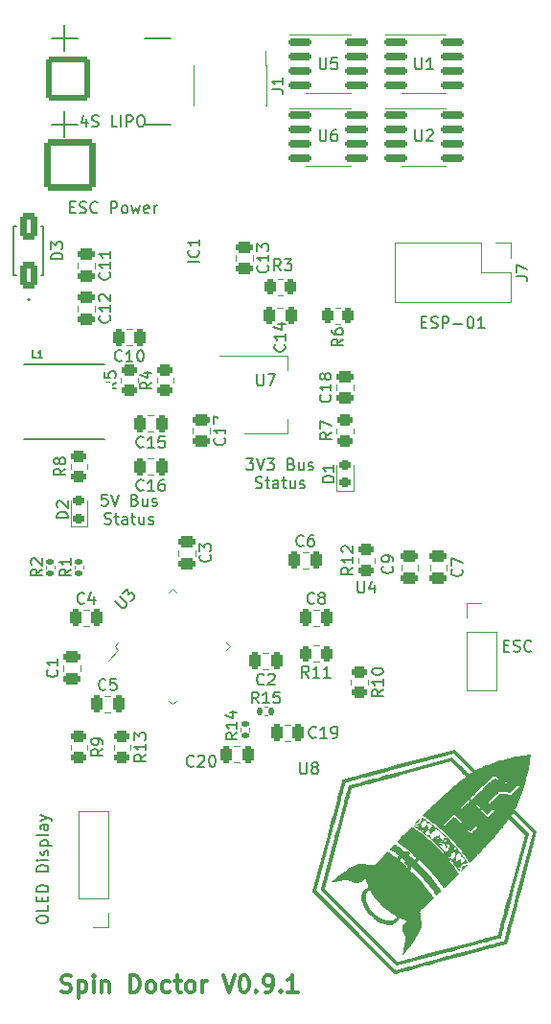
<source format=gto>
%TF.GenerationSoftware,KiCad,Pcbnew,7.0.2*%
%TF.CreationDate,2023-07-26T12:22:01-04:00*%
%TF.ProjectId,avc-computer,6176632d-636f-46d7-9075-7465722e6b69,rev?*%
%TF.SameCoordinates,Original*%
%TF.FileFunction,Legend,Top*%
%TF.FilePolarity,Positive*%
%FSLAX46Y46*%
G04 Gerber Fmt 4.6, Leading zero omitted, Abs format (unit mm)*
G04 Created by KiCad (PCBNEW 7.0.2) date 2023-07-26 12:22:01*
%MOMM*%
%LPD*%
G01*
G04 APERTURE LIST*
G04 Aperture macros list*
%AMRoundRect*
0 Rectangle with rounded corners*
0 $1 Rounding radius*
0 $2 $3 $4 $5 $6 $7 $8 $9 X,Y pos of 4 corners*
0 Add a 4 corners polygon primitive as box body*
4,1,4,$2,$3,$4,$5,$6,$7,$8,$9,$2,$3,0*
0 Add four circle primitives for the rounded corners*
1,1,$1+$1,$2,$3*
1,1,$1+$1,$4,$5*
1,1,$1+$1,$6,$7*
1,1,$1+$1,$8,$9*
0 Add four rect primitives between the rounded corners*
20,1,$1+$1,$2,$3,$4,$5,0*
20,1,$1+$1,$4,$5,$6,$7,0*
20,1,$1+$1,$6,$7,$8,$9,0*
20,1,$1+$1,$8,$9,$2,$3,0*%
G04 Aperture macros list end*
%ADD10C,0.150000*%
%ADD11C,0.300000*%
%ADD12C,0.120000*%
%ADD13C,0.127000*%
%ADD14C,0.200000*%
%ADD15RoundRect,0.250000X-0.250000X-0.475000X0.250000X-0.475000X0.250000X0.475000X-0.250000X0.475000X0*%
%ADD16R,0.740000X2.400000*%
%ADD17RoundRect,0.250002X-1.699998X-1.699998X1.699998X-1.699998X1.699998X1.699998X-1.699998X1.699998X0*%
%ADD18C,3.900000*%
%ADD19RoundRect,0.250000X0.250000X0.475000X-0.250000X0.475000X-0.250000X-0.475000X0.250000X-0.475000X0*%
%ADD20R,1.700000X1.700000*%
%ADD21O,1.700000X1.700000*%
%ADD22RoundRect,0.250000X0.450000X-0.262500X0.450000X0.262500X-0.450000X0.262500X-0.450000X-0.262500X0*%
%ADD23RoundRect,0.250000X-0.475000X0.250000X-0.475000X-0.250000X0.475000X-0.250000X0.475000X0.250000X0*%
%ADD24RoundRect,0.250000X0.262500X0.450000X-0.262500X0.450000X-0.262500X-0.450000X0.262500X-0.450000X0*%
%ADD25RoundRect,0.135000X0.185000X-0.135000X0.185000X0.135000X-0.185000X0.135000X-0.185000X-0.135000X0*%
%ADD26RoundRect,0.250000X0.475000X-0.250000X0.475000X0.250000X-0.475000X0.250000X-0.475000X-0.250000X0*%
%ADD27RoundRect,0.218750X0.256250X-0.218750X0.256250X0.218750X-0.256250X0.218750X-0.256250X-0.218750X0*%
%ADD28RoundRect,0.250000X-0.450000X0.262500X-0.450000X-0.262500X0.450000X-0.262500X0.450000X0.262500X0*%
%ADD29R,2.200000X0.600000*%
%ADD30RoundRect,0.150000X-0.825000X-0.150000X0.825000X-0.150000X0.825000X0.150000X-0.825000X0.150000X0*%
%ADD31RoundRect,0.294500X0.480500X-0.870500X0.480500X0.870500X-0.480500X0.870500X-0.480500X-0.870500X0*%
%ADD32RoundRect,0.075000X-0.415425X-0.521491X0.521491X0.415425X0.415425X0.521491X-0.521491X-0.415425X0*%
%ADD33RoundRect,0.075000X0.415425X-0.521491X0.521491X-0.415425X-0.415425X0.521491X-0.521491X0.415425X0*%
%ADD34R,2.000000X1.500000*%
%ADD35R,2.000000X3.800000*%
%ADD36R,0.675000X0.250000*%
%ADD37R,0.250000X0.675000*%
%ADD38RoundRect,0.288464X-1.961536X-1.961536X1.961536X-1.961536X1.961536X1.961536X-1.961536X1.961536X0*%
%ADD39C,5.000000*%
%ADD40R,2.350000X3.500000*%
%ADD41RoundRect,0.135000X-0.135000X-0.185000X0.135000X-0.185000X0.135000X0.185000X-0.135000X0.185000X0*%
%ADD42R,0.325000X0.300000*%
%ADD43R,0.300000X0.325000*%
G04 APERTURE END LIST*
D10*
X105436666Y-64565952D02*
X105436666Y-65232619D01*
X105198571Y-64185000D02*
X104960476Y-64899285D01*
X104960476Y-64899285D02*
X105579523Y-64899285D01*
X105912857Y-65185000D02*
X106055714Y-65232619D01*
X106055714Y-65232619D02*
X106293809Y-65232619D01*
X106293809Y-65232619D02*
X106389047Y-65185000D01*
X106389047Y-65185000D02*
X106436666Y-65137380D01*
X106436666Y-65137380D02*
X106484285Y-65042142D01*
X106484285Y-65042142D02*
X106484285Y-64946904D01*
X106484285Y-64946904D02*
X106436666Y-64851666D01*
X106436666Y-64851666D02*
X106389047Y-64804047D01*
X106389047Y-64804047D02*
X106293809Y-64756428D01*
X106293809Y-64756428D02*
X106103333Y-64708809D01*
X106103333Y-64708809D02*
X106008095Y-64661190D01*
X106008095Y-64661190D02*
X105960476Y-64613571D01*
X105960476Y-64613571D02*
X105912857Y-64518333D01*
X105912857Y-64518333D02*
X105912857Y-64423095D01*
X105912857Y-64423095D02*
X105960476Y-64327857D01*
X105960476Y-64327857D02*
X106008095Y-64280238D01*
X106008095Y-64280238D02*
X106103333Y-64232619D01*
X106103333Y-64232619D02*
X106341428Y-64232619D01*
X106341428Y-64232619D02*
X106484285Y-64280238D01*
X108150952Y-65232619D02*
X107674762Y-65232619D01*
X107674762Y-65232619D02*
X107674762Y-64232619D01*
X108484286Y-65232619D02*
X108484286Y-64232619D01*
X108960476Y-65232619D02*
X108960476Y-64232619D01*
X108960476Y-64232619D02*
X109341428Y-64232619D01*
X109341428Y-64232619D02*
X109436666Y-64280238D01*
X109436666Y-64280238D02*
X109484285Y-64327857D01*
X109484285Y-64327857D02*
X109531904Y-64423095D01*
X109531904Y-64423095D02*
X109531904Y-64565952D01*
X109531904Y-64565952D02*
X109484285Y-64661190D01*
X109484285Y-64661190D02*
X109436666Y-64708809D01*
X109436666Y-64708809D02*
X109341428Y-64756428D01*
X109341428Y-64756428D02*
X108960476Y-64756428D01*
X110150952Y-64232619D02*
X110341428Y-64232619D01*
X110341428Y-64232619D02*
X110436666Y-64280238D01*
X110436666Y-64280238D02*
X110531904Y-64375476D01*
X110531904Y-64375476D02*
X110579523Y-64565952D01*
X110579523Y-64565952D02*
X110579523Y-64899285D01*
X110579523Y-64899285D02*
X110531904Y-65089761D01*
X110531904Y-65089761D02*
X110436666Y-65185000D01*
X110436666Y-65185000D02*
X110341428Y-65232619D01*
X110341428Y-65232619D02*
X110150952Y-65232619D01*
X110150952Y-65232619D02*
X110055714Y-65185000D01*
X110055714Y-65185000D02*
X109960476Y-65089761D01*
X109960476Y-65089761D02*
X109912857Y-64899285D01*
X109912857Y-64899285D02*
X109912857Y-64565952D01*
X109912857Y-64565952D02*
X109960476Y-64375476D01*
X109960476Y-64375476D02*
X110055714Y-64280238D01*
X110055714Y-64280238D02*
X110150952Y-64232619D01*
X103984285Y-72328809D02*
X104317618Y-72328809D01*
X104460475Y-72852619D02*
X103984285Y-72852619D01*
X103984285Y-72852619D02*
X103984285Y-71852619D01*
X103984285Y-71852619D02*
X104460475Y-71852619D01*
X104841428Y-72805000D02*
X104984285Y-72852619D01*
X104984285Y-72852619D02*
X105222380Y-72852619D01*
X105222380Y-72852619D02*
X105317618Y-72805000D01*
X105317618Y-72805000D02*
X105365237Y-72757380D01*
X105365237Y-72757380D02*
X105412856Y-72662142D01*
X105412856Y-72662142D02*
X105412856Y-72566904D01*
X105412856Y-72566904D02*
X105365237Y-72471666D01*
X105365237Y-72471666D02*
X105317618Y-72424047D01*
X105317618Y-72424047D02*
X105222380Y-72376428D01*
X105222380Y-72376428D02*
X105031904Y-72328809D01*
X105031904Y-72328809D02*
X104936666Y-72281190D01*
X104936666Y-72281190D02*
X104889047Y-72233571D01*
X104889047Y-72233571D02*
X104841428Y-72138333D01*
X104841428Y-72138333D02*
X104841428Y-72043095D01*
X104841428Y-72043095D02*
X104889047Y-71947857D01*
X104889047Y-71947857D02*
X104936666Y-71900238D01*
X104936666Y-71900238D02*
X105031904Y-71852619D01*
X105031904Y-71852619D02*
X105269999Y-71852619D01*
X105269999Y-71852619D02*
X105412856Y-71900238D01*
X106412856Y-72757380D02*
X106365237Y-72805000D01*
X106365237Y-72805000D02*
X106222380Y-72852619D01*
X106222380Y-72852619D02*
X106127142Y-72852619D01*
X106127142Y-72852619D02*
X105984285Y-72805000D01*
X105984285Y-72805000D02*
X105889047Y-72709761D01*
X105889047Y-72709761D02*
X105841428Y-72614523D01*
X105841428Y-72614523D02*
X105793809Y-72424047D01*
X105793809Y-72424047D02*
X105793809Y-72281190D01*
X105793809Y-72281190D02*
X105841428Y-72090714D01*
X105841428Y-72090714D02*
X105889047Y-71995476D01*
X105889047Y-71995476D02*
X105984285Y-71900238D01*
X105984285Y-71900238D02*
X106127142Y-71852619D01*
X106127142Y-71852619D02*
X106222380Y-71852619D01*
X106222380Y-71852619D02*
X106365237Y-71900238D01*
X106365237Y-71900238D02*
X106412856Y-71947857D01*
X107603333Y-72852619D02*
X107603333Y-71852619D01*
X107603333Y-71852619D02*
X107984285Y-71852619D01*
X107984285Y-71852619D02*
X108079523Y-71900238D01*
X108079523Y-71900238D02*
X108127142Y-71947857D01*
X108127142Y-71947857D02*
X108174761Y-72043095D01*
X108174761Y-72043095D02*
X108174761Y-72185952D01*
X108174761Y-72185952D02*
X108127142Y-72281190D01*
X108127142Y-72281190D02*
X108079523Y-72328809D01*
X108079523Y-72328809D02*
X107984285Y-72376428D01*
X107984285Y-72376428D02*
X107603333Y-72376428D01*
X108746190Y-72852619D02*
X108650952Y-72805000D01*
X108650952Y-72805000D02*
X108603333Y-72757380D01*
X108603333Y-72757380D02*
X108555714Y-72662142D01*
X108555714Y-72662142D02*
X108555714Y-72376428D01*
X108555714Y-72376428D02*
X108603333Y-72281190D01*
X108603333Y-72281190D02*
X108650952Y-72233571D01*
X108650952Y-72233571D02*
X108746190Y-72185952D01*
X108746190Y-72185952D02*
X108889047Y-72185952D01*
X108889047Y-72185952D02*
X108984285Y-72233571D01*
X108984285Y-72233571D02*
X109031904Y-72281190D01*
X109031904Y-72281190D02*
X109079523Y-72376428D01*
X109079523Y-72376428D02*
X109079523Y-72662142D01*
X109079523Y-72662142D02*
X109031904Y-72757380D01*
X109031904Y-72757380D02*
X108984285Y-72805000D01*
X108984285Y-72805000D02*
X108889047Y-72852619D01*
X108889047Y-72852619D02*
X108746190Y-72852619D01*
X109412857Y-72185952D02*
X109603333Y-72852619D01*
X109603333Y-72852619D02*
X109793809Y-72376428D01*
X109793809Y-72376428D02*
X109984285Y-72852619D01*
X109984285Y-72852619D02*
X110174761Y-72185952D01*
X110936666Y-72805000D02*
X110841428Y-72852619D01*
X110841428Y-72852619D02*
X110650952Y-72852619D01*
X110650952Y-72852619D02*
X110555714Y-72805000D01*
X110555714Y-72805000D02*
X110508095Y-72709761D01*
X110508095Y-72709761D02*
X110508095Y-72328809D01*
X110508095Y-72328809D02*
X110555714Y-72233571D01*
X110555714Y-72233571D02*
X110650952Y-72185952D01*
X110650952Y-72185952D02*
X110841428Y-72185952D01*
X110841428Y-72185952D02*
X110936666Y-72233571D01*
X110936666Y-72233571D02*
X110984285Y-72328809D01*
X110984285Y-72328809D02*
X110984285Y-72424047D01*
X110984285Y-72424047D02*
X110508095Y-72519285D01*
X111412857Y-72852619D02*
X111412857Y-72185952D01*
X111412857Y-72376428D02*
X111460476Y-72281190D01*
X111460476Y-72281190D02*
X111508095Y-72233571D01*
X111508095Y-72233571D02*
X111603333Y-72185952D01*
X111603333Y-72185952D02*
X111698571Y-72185952D01*
X142319524Y-111063809D02*
X142652857Y-111063809D01*
X142795714Y-111587619D02*
X142319524Y-111587619D01*
X142319524Y-111587619D02*
X142319524Y-110587619D01*
X142319524Y-110587619D02*
X142795714Y-110587619D01*
X143176667Y-111540000D02*
X143319524Y-111587619D01*
X143319524Y-111587619D02*
X143557619Y-111587619D01*
X143557619Y-111587619D02*
X143652857Y-111540000D01*
X143652857Y-111540000D02*
X143700476Y-111492380D01*
X143700476Y-111492380D02*
X143748095Y-111397142D01*
X143748095Y-111397142D02*
X143748095Y-111301904D01*
X143748095Y-111301904D02*
X143700476Y-111206666D01*
X143700476Y-111206666D02*
X143652857Y-111159047D01*
X143652857Y-111159047D02*
X143557619Y-111111428D01*
X143557619Y-111111428D02*
X143367143Y-111063809D01*
X143367143Y-111063809D02*
X143271905Y-111016190D01*
X143271905Y-111016190D02*
X143224286Y-110968571D01*
X143224286Y-110968571D02*
X143176667Y-110873333D01*
X143176667Y-110873333D02*
X143176667Y-110778095D01*
X143176667Y-110778095D02*
X143224286Y-110682857D01*
X143224286Y-110682857D02*
X143271905Y-110635238D01*
X143271905Y-110635238D02*
X143367143Y-110587619D01*
X143367143Y-110587619D02*
X143605238Y-110587619D01*
X143605238Y-110587619D02*
X143748095Y-110635238D01*
X144748095Y-111492380D02*
X144700476Y-111540000D01*
X144700476Y-111540000D02*
X144557619Y-111587619D01*
X144557619Y-111587619D02*
X144462381Y-111587619D01*
X144462381Y-111587619D02*
X144319524Y-111540000D01*
X144319524Y-111540000D02*
X144224286Y-111444761D01*
X144224286Y-111444761D02*
X144176667Y-111349523D01*
X144176667Y-111349523D02*
X144129048Y-111159047D01*
X144129048Y-111159047D02*
X144129048Y-111016190D01*
X144129048Y-111016190D02*
X144176667Y-110825714D01*
X144176667Y-110825714D02*
X144224286Y-110730476D01*
X144224286Y-110730476D02*
X144319524Y-110635238D01*
X144319524Y-110635238D02*
X144462381Y-110587619D01*
X144462381Y-110587619D02*
X144557619Y-110587619D01*
X144557619Y-110587619D02*
X144700476Y-110635238D01*
X144700476Y-110635238D02*
X144748095Y-110682857D01*
X102362142Y-65015000D02*
X104647857Y-65015000D01*
X103504999Y-66157857D02*
X103504999Y-63872142D01*
X110617142Y-65015000D02*
X112902857Y-65015000D01*
X107291428Y-97712619D02*
X106815238Y-97712619D01*
X106815238Y-97712619D02*
X106767619Y-98188809D01*
X106767619Y-98188809D02*
X106815238Y-98141190D01*
X106815238Y-98141190D02*
X106910476Y-98093571D01*
X106910476Y-98093571D02*
X107148571Y-98093571D01*
X107148571Y-98093571D02*
X107243809Y-98141190D01*
X107243809Y-98141190D02*
X107291428Y-98188809D01*
X107291428Y-98188809D02*
X107339047Y-98284047D01*
X107339047Y-98284047D02*
X107339047Y-98522142D01*
X107339047Y-98522142D02*
X107291428Y-98617380D01*
X107291428Y-98617380D02*
X107243809Y-98665000D01*
X107243809Y-98665000D02*
X107148571Y-98712619D01*
X107148571Y-98712619D02*
X106910476Y-98712619D01*
X106910476Y-98712619D02*
X106815238Y-98665000D01*
X106815238Y-98665000D02*
X106767619Y-98617380D01*
X107624762Y-97712619D02*
X107958095Y-98712619D01*
X107958095Y-98712619D02*
X108291428Y-97712619D01*
X109720000Y-98188809D02*
X109862857Y-98236428D01*
X109862857Y-98236428D02*
X109910476Y-98284047D01*
X109910476Y-98284047D02*
X109958095Y-98379285D01*
X109958095Y-98379285D02*
X109958095Y-98522142D01*
X109958095Y-98522142D02*
X109910476Y-98617380D01*
X109910476Y-98617380D02*
X109862857Y-98665000D01*
X109862857Y-98665000D02*
X109767619Y-98712619D01*
X109767619Y-98712619D02*
X109386667Y-98712619D01*
X109386667Y-98712619D02*
X109386667Y-97712619D01*
X109386667Y-97712619D02*
X109720000Y-97712619D01*
X109720000Y-97712619D02*
X109815238Y-97760238D01*
X109815238Y-97760238D02*
X109862857Y-97807857D01*
X109862857Y-97807857D02*
X109910476Y-97903095D01*
X109910476Y-97903095D02*
X109910476Y-97998333D01*
X109910476Y-97998333D02*
X109862857Y-98093571D01*
X109862857Y-98093571D02*
X109815238Y-98141190D01*
X109815238Y-98141190D02*
X109720000Y-98188809D01*
X109720000Y-98188809D02*
X109386667Y-98188809D01*
X110815238Y-98045952D02*
X110815238Y-98712619D01*
X110386667Y-98045952D02*
X110386667Y-98569761D01*
X110386667Y-98569761D02*
X110434286Y-98665000D01*
X110434286Y-98665000D02*
X110529524Y-98712619D01*
X110529524Y-98712619D02*
X110672381Y-98712619D01*
X110672381Y-98712619D02*
X110767619Y-98665000D01*
X110767619Y-98665000D02*
X110815238Y-98617380D01*
X111243810Y-98665000D02*
X111339048Y-98712619D01*
X111339048Y-98712619D02*
X111529524Y-98712619D01*
X111529524Y-98712619D02*
X111624762Y-98665000D01*
X111624762Y-98665000D02*
X111672381Y-98569761D01*
X111672381Y-98569761D02*
X111672381Y-98522142D01*
X111672381Y-98522142D02*
X111624762Y-98426904D01*
X111624762Y-98426904D02*
X111529524Y-98379285D01*
X111529524Y-98379285D02*
X111386667Y-98379285D01*
X111386667Y-98379285D02*
X111291429Y-98331666D01*
X111291429Y-98331666D02*
X111243810Y-98236428D01*
X111243810Y-98236428D02*
X111243810Y-98188809D01*
X111243810Y-98188809D02*
X111291429Y-98093571D01*
X111291429Y-98093571D02*
X111386667Y-98045952D01*
X111386667Y-98045952D02*
X111529524Y-98045952D01*
X111529524Y-98045952D02*
X111624762Y-98093571D01*
X107053333Y-100285000D02*
X107196190Y-100332619D01*
X107196190Y-100332619D02*
X107434285Y-100332619D01*
X107434285Y-100332619D02*
X107529523Y-100285000D01*
X107529523Y-100285000D02*
X107577142Y-100237380D01*
X107577142Y-100237380D02*
X107624761Y-100142142D01*
X107624761Y-100142142D02*
X107624761Y-100046904D01*
X107624761Y-100046904D02*
X107577142Y-99951666D01*
X107577142Y-99951666D02*
X107529523Y-99904047D01*
X107529523Y-99904047D02*
X107434285Y-99856428D01*
X107434285Y-99856428D02*
X107243809Y-99808809D01*
X107243809Y-99808809D02*
X107148571Y-99761190D01*
X107148571Y-99761190D02*
X107100952Y-99713571D01*
X107100952Y-99713571D02*
X107053333Y-99618333D01*
X107053333Y-99618333D02*
X107053333Y-99523095D01*
X107053333Y-99523095D02*
X107100952Y-99427857D01*
X107100952Y-99427857D02*
X107148571Y-99380238D01*
X107148571Y-99380238D02*
X107243809Y-99332619D01*
X107243809Y-99332619D02*
X107481904Y-99332619D01*
X107481904Y-99332619D02*
X107624761Y-99380238D01*
X107910476Y-99665952D02*
X108291428Y-99665952D01*
X108053333Y-99332619D02*
X108053333Y-100189761D01*
X108053333Y-100189761D02*
X108100952Y-100285000D01*
X108100952Y-100285000D02*
X108196190Y-100332619D01*
X108196190Y-100332619D02*
X108291428Y-100332619D01*
X109053333Y-100332619D02*
X109053333Y-99808809D01*
X109053333Y-99808809D02*
X109005714Y-99713571D01*
X109005714Y-99713571D02*
X108910476Y-99665952D01*
X108910476Y-99665952D02*
X108720000Y-99665952D01*
X108720000Y-99665952D02*
X108624762Y-99713571D01*
X109053333Y-100285000D02*
X108958095Y-100332619D01*
X108958095Y-100332619D02*
X108720000Y-100332619D01*
X108720000Y-100332619D02*
X108624762Y-100285000D01*
X108624762Y-100285000D02*
X108577143Y-100189761D01*
X108577143Y-100189761D02*
X108577143Y-100094523D01*
X108577143Y-100094523D02*
X108624762Y-99999285D01*
X108624762Y-99999285D02*
X108720000Y-99951666D01*
X108720000Y-99951666D02*
X108958095Y-99951666D01*
X108958095Y-99951666D02*
X109053333Y-99904047D01*
X109386667Y-99665952D02*
X109767619Y-99665952D01*
X109529524Y-99332619D02*
X109529524Y-100189761D01*
X109529524Y-100189761D02*
X109577143Y-100285000D01*
X109577143Y-100285000D02*
X109672381Y-100332619D01*
X109672381Y-100332619D02*
X109767619Y-100332619D01*
X110529524Y-99665952D02*
X110529524Y-100332619D01*
X110100953Y-99665952D02*
X110100953Y-100189761D01*
X110100953Y-100189761D02*
X110148572Y-100285000D01*
X110148572Y-100285000D02*
X110243810Y-100332619D01*
X110243810Y-100332619D02*
X110386667Y-100332619D01*
X110386667Y-100332619D02*
X110481905Y-100285000D01*
X110481905Y-100285000D02*
X110529524Y-100237380D01*
X110958096Y-100285000D02*
X111053334Y-100332619D01*
X111053334Y-100332619D02*
X111243810Y-100332619D01*
X111243810Y-100332619D02*
X111339048Y-100285000D01*
X111339048Y-100285000D02*
X111386667Y-100189761D01*
X111386667Y-100189761D02*
X111386667Y-100142142D01*
X111386667Y-100142142D02*
X111339048Y-100046904D01*
X111339048Y-100046904D02*
X111243810Y-99999285D01*
X111243810Y-99999285D02*
X111100953Y-99999285D01*
X111100953Y-99999285D02*
X111005715Y-99951666D01*
X111005715Y-99951666D02*
X110958096Y-99856428D01*
X110958096Y-99856428D02*
X110958096Y-99808809D01*
X110958096Y-99808809D02*
X111005715Y-99713571D01*
X111005715Y-99713571D02*
X111100953Y-99665952D01*
X111100953Y-99665952D02*
X111243810Y-99665952D01*
X111243810Y-99665952D02*
X111339048Y-99713571D01*
D11*
X103236429Y-141592500D02*
X103450715Y-141663928D01*
X103450715Y-141663928D02*
X103807857Y-141663928D01*
X103807857Y-141663928D02*
X103950715Y-141592500D01*
X103950715Y-141592500D02*
X104022143Y-141521071D01*
X104022143Y-141521071D02*
X104093572Y-141378214D01*
X104093572Y-141378214D02*
X104093572Y-141235357D01*
X104093572Y-141235357D02*
X104022143Y-141092500D01*
X104022143Y-141092500D02*
X103950715Y-141021071D01*
X103950715Y-141021071D02*
X103807857Y-140949642D01*
X103807857Y-140949642D02*
X103522143Y-140878214D01*
X103522143Y-140878214D02*
X103379286Y-140806785D01*
X103379286Y-140806785D02*
X103307857Y-140735357D01*
X103307857Y-140735357D02*
X103236429Y-140592500D01*
X103236429Y-140592500D02*
X103236429Y-140449642D01*
X103236429Y-140449642D02*
X103307857Y-140306785D01*
X103307857Y-140306785D02*
X103379286Y-140235357D01*
X103379286Y-140235357D02*
X103522143Y-140163928D01*
X103522143Y-140163928D02*
X103879286Y-140163928D01*
X103879286Y-140163928D02*
X104093572Y-140235357D01*
X104736428Y-140663928D02*
X104736428Y-142163928D01*
X104736428Y-140735357D02*
X104879286Y-140663928D01*
X104879286Y-140663928D02*
X105165000Y-140663928D01*
X105165000Y-140663928D02*
X105307857Y-140735357D01*
X105307857Y-140735357D02*
X105379286Y-140806785D01*
X105379286Y-140806785D02*
X105450714Y-140949642D01*
X105450714Y-140949642D02*
X105450714Y-141378214D01*
X105450714Y-141378214D02*
X105379286Y-141521071D01*
X105379286Y-141521071D02*
X105307857Y-141592500D01*
X105307857Y-141592500D02*
X105165000Y-141663928D01*
X105165000Y-141663928D02*
X104879286Y-141663928D01*
X104879286Y-141663928D02*
X104736428Y-141592500D01*
X106093571Y-141663928D02*
X106093571Y-140663928D01*
X106093571Y-140163928D02*
X106022143Y-140235357D01*
X106022143Y-140235357D02*
X106093571Y-140306785D01*
X106093571Y-140306785D02*
X106165000Y-140235357D01*
X106165000Y-140235357D02*
X106093571Y-140163928D01*
X106093571Y-140163928D02*
X106093571Y-140306785D01*
X106807857Y-140663928D02*
X106807857Y-141663928D01*
X106807857Y-140806785D02*
X106879286Y-140735357D01*
X106879286Y-140735357D02*
X107022143Y-140663928D01*
X107022143Y-140663928D02*
X107236429Y-140663928D01*
X107236429Y-140663928D02*
X107379286Y-140735357D01*
X107379286Y-140735357D02*
X107450715Y-140878214D01*
X107450715Y-140878214D02*
X107450715Y-141663928D01*
X109307857Y-141663928D02*
X109307857Y-140163928D01*
X109307857Y-140163928D02*
X109665000Y-140163928D01*
X109665000Y-140163928D02*
X109879286Y-140235357D01*
X109879286Y-140235357D02*
X110022143Y-140378214D01*
X110022143Y-140378214D02*
X110093572Y-140521071D01*
X110093572Y-140521071D02*
X110165000Y-140806785D01*
X110165000Y-140806785D02*
X110165000Y-141021071D01*
X110165000Y-141021071D02*
X110093572Y-141306785D01*
X110093572Y-141306785D02*
X110022143Y-141449642D01*
X110022143Y-141449642D02*
X109879286Y-141592500D01*
X109879286Y-141592500D02*
X109665000Y-141663928D01*
X109665000Y-141663928D02*
X109307857Y-141663928D01*
X111022143Y-141663928D02*
X110879286Y-141592500D01*
X110879286Y-141592500D02*
X110807857Y-141521071D01*
X110807857Y-141521071D02*
X110736429Y-141378214D01*
X110736429Y-141378214D02*
X110736429Y-140949642D01*
X110736429Y-140949642D02*
X110807857Y-140806785D01*
X110807857Y-140806785D02*
X110879286Y-140735357D01*
X110879286Y-140735357D02*
X111022143Y-140663928D01*
X111022143Y-140663928D02*
X111236429Y-140663928D01*
X111236429Y-140663928D02*
X111379286Y-140735357D01*
X111379286Y-140735357D02*
X111450715Y-140806785D01*
X111450715Y-140806785D02*
X111522143Y-140949642D01*
X111522143Y-140949642D02*
X111522143Y-141378214D01*
X111522143Y-141378214D02*
X111450715Y-141521071D01*
X111450715Y-141521071D02*
X111379286Y-141592500D01*
X111379286Y-141592500D02*
X111236429Y-141663928D01*
X111236429Y-141663928D02*
X111022143Y-141663928D01*
X112807858Y-141592500D02*
X112665000Y-141663928D01*
X112665000Y-141663928D02*
X112379286Y-141663928D01*
X112379286Y-141663928D02*
X112236429Y-141592500D01*
X112236429Y-141592500D02*
X112165000Y-141521071D01*
X112165000Y-141521071D02*
X112093572Y-141378214D01*
X112093572Y-141378214D02*
X112093572Y-140949642D01*
X112093572Y-140949642D02*
X112165000Y-140806785D01*
X112165000Y-140806785D02*
X112236429Y-140735357D01*
X112236429Y-140735357D02*
X112379286Y-140663928D01*
X112379286Y-140663928D02*
X112665000Y-140663928D01*
X112665000Y-140663928D02*
X112807858Y-140735357D01*
X113236429Y-140663928D02*
X113807857Y-140663928D01*
X113450714Y-140163928D02*
X113450714Y-141449642D01*
X113450714Y-141449642D02*
X113522143Y-141592500D01*
X113522143Y-141592500D02*
X113665000Y-141663928D01*
X113665000Y-141663928D02*
X113807857Y-141663928D01*
X114522143Y-141663928D02*
X114379286Y-141592500D01*
X114379286Y-141592500D02*
X114307857Y-141521071D01*
X114307857Y-141521071D02*
X114236429Y-141378214D01*
X114236429Y-141378214D02*
X114236429Y-140949642D01*
X114236429Y-140949642D02*
X114307857Y-140806785D01*
X114307857Y-140806785D02*
X114379286Y-140735357D01*
X114379286Y-140735357D02*
X114522143Y-140663928D01*
X114522143Y-140663928D02*
X114736429Y-140663928D01*
X114736429Y-140663928D02*
X114879286Y-140735357D01*
X114879286Y-140735357D02*
X114950715Y-140806785D01*
X114950715Y-140806785D02*
X115022143Y-140949642D01*
X115022143Y-140949642D02*
X115022143Y-141378214D01*
X115022143Y-141378214D02*
X114950715Y-141521071D01*
X114950715Y-141521071D02*
X114879286Y-141592500D01*
X114879286Y-141592500D02*
X114736429Y-141663928D01*
X114736429Y-141663928D02*
X114522143Y-141663928D01*
X115665000Y-141663928D02*
X115665000Y-140663928D01*
X115665000Y-140949642D02*
X115736429Y-140806785D01*
X115736429Y-140806785D02*
X115807858Y-140735357D01*
X115807858Y-140735357D02*
X115950715Y-140663928D01*
X115950715Y-140663928D02*
X116093572Y-140663928D01*
X117522143Y-140163928D02*
X118022143Y-141663928D01*
X118022143Y-141663928D02*
X118522143Y-140163928D01*
X119307857Y-140163928D02*
X119450714Y-140163928D01*
X119450714Y-140163928D02*
X119593571Y-140235357D01*
X119593571Y-140235357D02*
X119665000Y-140306785D01*
X119665000Y-140306785D02*
X119736428Y-140449642D01*
X119736428Y-140449642D02*
X119807857Y-140735357D01*
X119807857Y-140735357D02*
X119807857Y-141092500D01*
X119807857Y-141092500D02*
X119736428Y-141378214D01*
X119736428Y-141378214D02*
X119665000Y-141521071D01*
X119665000Y-141521071D02*
X119593571Y-141592500D01*
X119593571Y-141592500D02*
X119450714Y-141663928D01*
X119450714Y-141663928D02*
X119307857Y-141663928D01*
X119307857Y-141663928D02*
X119165000Y-141592500D01*
X119165000Y-141592500D02*
X119093571Y-141521071D01*
X119093571Y-141521071D02*
X119022142Y-141378214D01*
X119022142Y-141378214D02*
X118950714Y-141092500D01*
X118950714Y-141092500D02*
X118950714Y-140735357D01*
X118950714Y-140735357D02*
X119022142Y-140449642D01*
X119022142Y-140449642D02*
X119093571Y-140306785D01*
X119093571Y-140306785D02*
X119165000Y-140235357D01*
X119165000Y-140235357D02*
X119307857Y-140163928D01*
X120450713Y-141521071D02*
X120522142Y-141592500D01*
X120522142Y-141592500D02*
X120450713Y-141663928D01*
X120450713Y-141663928D02*
X120379285Y-141592500D01*
X120379285Y-141592500D02*
X120450713Y-141521071D01*
X120450713Y-141521071D02*
X120450713Y-141663928D01*
X121236428Y-141663928D02*
X121522142Y-141663928D01*
X121522142Y-141663928D02*
X121664999Y-141592500D01*
X121664999Y-141592500D02*
X121736428Y-141521071D01*
X121736428Y-141521071D02*
X121879285Y-141306785D01*
X121879285Y-141306785D02*
X121950714Y-141021071D01*
X121950714Y-141021071D02*
X121950714Y-140449642D01*
X121950714Y-140449642D02*
X121879285Y-140306785D01*
X121879285Y-140306785D02*
X121807857Y-140235357D01*
X121807857Y-140235357D02*
X121664999Y-140163928D01*
X121664999Y-140163928D02*
X121379285Y-140163928D01*
X121379285Y-140163928D02*
X121236428Y-140235357D01*
X121236428Y-140235357D02*
X121164999Y-140306785D01*
X121164999Y-140306785D02*
X121093571Y-140449642D01*
X121093571Y-140449642D02*
X121093571Y-140806785D01*
X121093571Y-140806785D02*
X121164999Y-140949642D01*
X121164999Y-140949642D02*
X121236428Y-141021071D01*
X121236428Y-141021071D02*
X121379285Y-141092500D01*
X121379285Y-141092500D02*
X121664999Y-141092500D01*
X121664999Y-141092500D02*
X121807857Y-141021071D01*
X121807857Y-141021071D02*
X121879285Y-140949642D01*
X121879285Y-140949642D02*
X121950714Y-140806785D01*
X122593570Y-141521071D02*
X122664999Y-141592500D01*
X122664999Y-141592500D02*
X122593570Y-141663928D01*
X122593570Y-141663928D02*
X122522142Y-141592500D01*
X122522142Y-141592500D02*
X122593570Y-141521071D01*
X122593570Y-141521071D02*
X122593570Y-141663928D01*
X124093571Y-141663928D02*
X123236428Y-141663928D01*
X123664999Y-141663928D02*
X123664999Y-140163928D01*
X123664999Y-140163928D02*
X123522142Y-140378214D01*
X123522142Y-140378214D02*
X123379285Y-140521071D01*
X123379285Y-140521071D02*
X123236428Y-140592500D01*
D10*
X119578809Y-94537619D02*
X120197856Y-94537619D01*
X120197856Y-94537619D02*
X119864523Y-94918571D01*
X119864523Y-94918571D02*
X120007380Y-94918571D01*
X120007380Y-94918571D02*
X120102618Y-94966190D01*
X120102618Y-94966190D02*
X120150237Y-95013809D01*
X120150237Y-95013809D02*
X120197856Y-95109047D01*
X120197856Y-95109047D02*
X120197856Y-95347142D01*
X120197856Y-95347142D02*
X120150237Y-95442380D01*
X120150237Y-95442380D02*
X120102618Y-95490000D01*
X120102618Y-95490000D02*
X120007380Y-95537619D01*
X120007380Y-95537619D02*
X119721666Y-95537619D01*
X119721666Y-95537619D02*
X119626428Y-95490000D01*
X119626428Y-95490000D02*
X119578809Y-95442380D01*
X120483571Y-94537619D02*
X120816904Y-95537619D01*
X120816904Y-95537619D02*
X121150237Y-94537619D01*
X121388333Y-94537619D02*
X122007380Y-94537619D01*
X122007380Y-94537619D02*
X121674047Y-94918571D01*
X121674047Y-94918571D02*
X121816904Y-94918571D01*
X121816904Y-94918571D02*
X121912142Y-94966190D01*
X121912142Y-94966190D02*
X121959761Y-95013809D01*
X121959761Y-95013809D02*
X122007380Y-95109047D01*
X122007380Y-95109047D02*
X122007380Y-95347142D01*
X122007380Y-95347142D02*
X121959761Y-95442380D01*
X121959761Y-95442380D02*
X121912142Y-95490000D01*
X121912142Y-95490000D02*
X121816904Y-95537619D01*
X121816904Y-95537619D02*
X121531190Y-95537619D01*
X121531190Y-95537619D02*
X121435952Y-95490000D01*
X121435952Y-95490000D02*
X121388333Y-95442380D01*
X123531190Y-95013809D02*
X123674047Y-95061428D01*
X123674047Y-95061428D02*
X123721666Y-95109047D01*
X123721666Y-95109047D02*
X123769285Y-95204285D01*
X123769285Y-95204285D02*
X123769285Y-95347142D01*
X123769285Y-95347142D02*
X123721666Y-95442380D01*
X123721666Y-95442380D02*
X123674047Y-95490000D01*
X123674047Y-95490000D02*
X123578809Y-95537619D01*
X123578809Y-95537619D02*
X123197857Y-95537619D01*
X123197857Y-95537619D02*
X123197857Y-94537619D01*
X123197857Y-94537619D02*
X123531190Y-94537619D01*
X123531190Y-94537619D02*
X123626428Y-94585238D01*
X123626428Y-94585238D02*
X123674047Y-94632857D01*
X123674047Y-94632857D02*
X123721666Y-94728095D01*
X123721666Y-94728095D02*
X123721666Y-94823333D01*
X123721666Y-94823333D02*
X123674047Y-94918571D01*
X123674047Y-94918571D02*
X123626428Y-94966190D01*
X123626428Y-94966190D02*
X123531190Y-95013809D01*
X123531190Y-95013809D02*
X123197857Y-95013809D01*
X124626428Y-94870952D02*
X124626428Y-95537619D01*
X124197857Y-94870952D02*
X124197857Y-95394761D01*
X124197857Y-95394761D02*
X124245476Y-95490000D01*
X124245476Y-95490000D02*
X124340714Y-95537619D01*
X124340714Y-95537619D02*
X124483571Y-95537619D01*
X124483571Y-95537619D02*
X124578809Y-95490000D01*
X124578809Y-95490000D02*
X124626428Y-95442380D01*
X125055000Y-95490000D02*
X125150238Y-95537619D01*
X125150238Y-95537619D02*
X125340714Y-95537619D01*
X125340714Y-95537619D02*
X125435952Y-95490000D01*
X125435952Y-95490000D02*
X125483571Y-95394761D01*
X125483571Y-95394761D02*
X125483571Y-95347142D01*
X125483571Y-95347142D02*
X125435952Y-95251904D01*
X125435952Y-95251904D02*
X125340714Y-95204285D01*
X125340714Y-95204285D02*
X125197857Y-95204285D01*
X125197857Y-95204285D02*
X125102619Y-95156666D01*
X125102619Y-95156666D02*
X125055000Y-95061428D01*
X125055000Y-95061428D02*
X125055000Y-95013809D01*
X125055000Y-95013809D02*
X125102619Y-94918571D01*
X125102619Y-94918571D02*
X125197857Y-94870952D01*
X125197857Y-94870952D02*
X125340714Y-94870952D01*
X125340714Y-94870952D02*
X125435952Y-94918571D01*
X120388333Y-97110000D02*
X120531190Y-97157619D01*
X120531190Y-97157619D02*
X120769285Y-97157619D01*
X120769285Y-97157619D02*
X120864523Y-97110000D01*
X120864523Y-97110000D02*
X120912142Y-97062380D01*
X120912142Y-97062380D02*
X120959761Y-96967142D01*
X120959761Y-96967142D02*
X120959761Y-96871904D01*
X120959761Y-96871904D02*
X120912142Y-96776666D01*
X120912142Y-96776666D02*
X120864523Y-96729047D01*
X120864523Y-96729047D02*
X120769285Y-96681428D01*
X120769285Y-96681428D02*
X120578809Y-96633809D01*
X120578809Y-96633809D02*
X120483571Y-96586190D01*
X120483571Y-96586190D02*
X120435952Y-96538571D01*
X120435952Y-96538571D02*
X120388333Y-96443333D01*
X120388333Y-96443333D02*
X120388333Y-96348095D01*
X120388333Y-96348095D02*
X120435952Y-96252857D01*
X120435952Y-96252857D02*
X120483571Y-96205238D01*
X120483571Y-96205238D02*
X120578809Y-96157619D01*
X120578809Y-96157619D02*
X120816904Y-96157619D01*
X120816904Y-96157619D02*
X120959761Y-96205238D01*
X121245476Y-96490952D02*
X121626428Y-96490952D01*
X121388333Y-96157619D02*
X121388333Y-97014761D01*
X121388333Y-97014761D02*
X121435952Y-97110000D01*
X121435952Y-97110000D02*
X121531190Y-97157619D01*
X121531190Y-97157619D02*
X121626428Y-97157619D01*
X122388333Y-97157619D02*
X122388333Y-96633809D01*
X122388333Y-96633809D02*
X122340714Y-96538571D01*
X122340714Y-96538571D02*
X122245476Y-96490952D01*
X122245476Y-96490952D02*
X122055000Y-96490952D01*
X122055000Y-96490952D02*
X121959762Y-96538571D01*
X122388333Y-97110000D02*
X122293095Y-97157619D01*
X122293095Y-97157619D02*
X122055000Y-97157619D01*
X122055000Y-97157619D02*
X121959762Y-97110000D01*
X121959762Y-97110000D02*
X121912143Y-97014761D01*
X121912143Y-97014761D02*
X121912143Y-96919523D01*
X121912143Y-96919523D02*
X121959762Y-96824285D01*
X121959762Y-96824285D02*
X122055000Y-96776666D01*
X122055000Y-96776666D02*
X122293095Y-96776666D01*
X122293095Y-96776666D02*
X122388333Y-96729047D01*
X122721667Y-96490952D02*
X123102619Y-96490952D01*
X122864524Y-96157619D02*
X122864524Y-97014761D01*
X122864524Y-97014761D02*
X122912143Y-97110000D01*
X122912143Y-97110000D02*
X123007381Y-97157619D01*
X123007381Y-97157619D02*
X123102619Y-97157619D01*
X123864524Y-96490952D02*
X123864524Y-97157619D01*
X123435953Y-96490952D02*
X123435953Y-97014761D01*
X123435953Y-97014761D02*
X123483572Y-97110000D01*
X123483572Y-97110000D02*
X123578810Y-97157619D01*
X123578810Y-97157619D02*
X123721667Y-97157619D01*
X123721667Y-97157619D02*
X123816905Y-97110000D01*
X123816905Y-97110000D02*
X123864524Y-97062380D01*
X124293096Y-97110000D02*
X124388334Y-97157619D01*
X124388334Y-97157619D02*
X124578810Y-97157619D01*
X124578810Y-97157619D02*
X124674048Y-97110000D01*
X124674048Y-97110000D02*
X124721667Y-97014761D01*
X124721667Y-97014761D02*
X124721667Y-96967142D01*
X124721667Y-96967142D02*
X124674048Y-96871904D01*
X124674048Y-96871904D02*
X124578810Y-96824285D01*
X124578810Y-96824285D02*
X124435953Y-96824285D01*
X124435953Y-96824285D02*
X124340715Y-96776666D01*
X124340715Y-96776666D02*
X124293096Y-96681428D01*
X124293096Y-96681428D02*
X124293096Y-96633809D01*
X124293096Y-96633809D02*
X124340715Y-96538571D01*
X124340715Y-96538571D02*
X124435953Y-96490952D01*
X124435953Y-96490952D02*
X124578810Y-96490952D01*
X124578810Y-96490952D02*
X124674048Y-96538571D01*
X110617142Y-57395000D02*
X112902857Y-57395000D01*
X135033095Y-82488809D02*
X135366428Y-82488809D01*
X135509285Y-83012619D02*
X135033095Y-83012619D01*
X135033095Y-83012619D02*
X135033095Y-82012619D01*
X135033095Y-82012619D02*
X135509285Y-82012619D01*
X135890238Y-82965000D02*
X136033095Y-83012619D01*
X136033095Y-83012619D02*
X136271190Y-83012619D01*
X136271190Y-83012619D02*
X136366428Y-82965000D01*
X136366428Y-82965000D02*
X136414047Y-82917380D01*
X136414047Y-82917380D02*
X136461666Y-82822142D01*
X136461666Y-82822142D02*
X136461666Y-82726904D01*
X136461666Y-82726904D02*
X136414047Y-82631666D01*
X136414047Y-82631666D02*
X136366428Y-82584047D01*
X136366428Y-82584047D02*
X136271190Y-82536428D01*
X136271190Y-82536428D02*
X136080714Y-82488809D01*
X136080714Y-82488809D02*
X135985476Y-82441190D01*
X135985476Y-82441190D02*
X135937857Y-82393571D01*
X135937857Y-82393571D02*
X135890238Y-82298333D01*
X135890238Y-82298333D02*
X135890238Y-82203095D01*
X135890238Y-82203095D02*
X135937857Y-82107857D01*
X135937857Y-82107857D02*
X135985476Y-82060238D01*
X135985476Y-82060238D02*
X136080714Y-82012619D01*
X136080714Y-82012619D02*
X136318809Y-82012619D01*
X136318809Y-82012619D02*
X136461666Y-82060238D01*
X136890238Y-83012619D02*
X136890238Y-82012619D01*
X136890238Y-82012619D02*
X137271190Y-82012619D01*
X137271190Y-82012619D02*
X137366428Y-82060238D01*
X137366428Y-82060238D02*
X137414047Y-82107857D01*
X137414047Y-82107857D02*
X137461666Y-82203095D01*
X137461666Y-82203095D02*
X137461666Y-82345952D01*
X137461666Y-82345952D02*
X137414047Y-82441190D01*
X137414047Y-82441190D02*
X137366428Y-82488809D01*
X137366428Y-82488809D02*
X137271190Y-82536428D01*
X137271190Y-82536428D02*
X136890238Y-82536428D01*
X137890238Y-82631666D02*
X138652143Y-82631666D01*
X139318809Y-82012619D02*
X139414047Y-82012619D01*
X139414047Y-82012619D02*
X139509285Y-82060238D01*
X139509285Y-82060238D02*
X139556904Y-82107857D01*
X139556904Y-82107857D02*
X139604523Y-82203095D01*
X139604523Y-82203095D02*
X139652142Y-82393571D01*
X139652142Y-82393571D02*
X139652142Y-82631666D01*
X139652142Y-82631666D02*
X139604523Y-82822142D01*
X139604523Y-82822142D02*
X139556904Y-82917380D01*
X139556904Y-82917380D02*
X139509285Y-82965000D01*
X139509285Y-82965000D02*
X139414047Y-83012619D01*
X139414047Y-83012619D02*
X139318809Y-83012619D01*
X139318809Y-83012619D02*
X139223571Y-82965000D01*
X139223571Y-82965000D02*
X139175952Y-82917380D01*
X139175952Y-82917380D02*
X139128333Y-82822142D01*
X139128333Y-82822142D02*
X139080714Y-82631666D01*
X139080714Y-82631666D02*
X139080714Y-82393571D01*
X139080714Y-82393571D02*
X139128333Y-82203095D01*
X139128333Y-82203095D02*
X139175952Y-82107857D01*
X139175952Y-82107857D02*
X139223571Y-82060238D01*
X139223571Y-82060238D02*
X139318809Y-82012619D01*
X140604523Y-83012619D02*
X140033095Y-83012619D01*
X140318809Y-83012619D02*
X140318809Y-82012619D01*
X140318809Y-82012619D02*
X140223571Y-82155476D01*
X140223571Y-82155476D02*
X140128333Y-82250714D01*
X140128333Y-82250714D02*
X140033095Y-82298333D01*
X101062619Y-135333809D02*
X101062619Y-135143333D01*
X101062619Y-135143333D02*
X101110238Y-135048095D01*
X101110238Y-135048095D02*
X101205476Y-134952857D01*
X101205476Y-134952857D02*
X101395952Y-134905238D01*
X101395952Y-134905238D02*
X101729285Y-134905238D01*
X101729285Y-134905238D02*
X101919761Y-134952857D01*
X101919761Y-134952857D02*
X102015000Y-135048095D01*
X102015000Y-135048095D02*
X102062619Y-135143333D01*
X102062619Y-135143333D02*
X102062619Y-135333809D01*
X102062619Y-135333809D02*
X102015000Y-135429047D01*
X102015000Y-135429047D02*
X101919761Y-135524285D01*
X101919761Y-135524285D02*
X101729285Y-135571904D01*
X101729285Y-135571904D02*
X101395952Y-135571904D01*
X101395952Y-135571904D02*
X101205476Y-135524285D01*
X101205476Y-135524285D02*
X101110238Y-135429047D01*
X101110238Y-135429047D02*
X101062619Y-135333809D01*
X102062619Y-134000476D02*
X102062619Y-134476666D01*
X102062619Y-134476666D02*
X101062619Y-134476666D01*
X101538809Y-133667142D02*
X101538809Y-133333809D01*
X102062619Y-133190952D02*
X102062619Y-133667142D01*
X102062619Y-133667142D02*
X101062619Y-133667142D01*
X101062619Y-133667142D02*
X101062619Y-133190952D01*
X102062619Y-132762380D02*
X101062619Y-132762380D01*
X101062619Y-132762380D02*
X101062619Y-132524285D01*
X101062619Y-132524285D02*
X101110238Y-132381428D01*
X101110238Y-132381428D02*
X101205476Y-132286190D01*
X101205476Y-132286190D02*
X101300714Y-132238571D01*
X101300714Y-132238571D02*
X101491190Y-132190952D01*
X101491190Y-132190952D02*
X101634047Y-132190952D01*
X101634047Y-132190952D02*
X101824523Y-132238571D01*
X101824523Y-132238571D02*
X101919761Y-132286190D01*
X101919761Y-132286190D02*
X102015000Y-132381428D01*
X102015000Y-132381428D02*
X102062619Y-132524285D01*
X102062619Y-132524285D02*
X102062619Y-132762380D01*
X102062619Y-131000475D02*
X101062619Y-131000475D01*
X101062619Y-131000475D02*
X101062619Y-130762380D01*
X101062619Y-130762380D02*
X101110238Y-130619523D01*
X101110238Y-130619523D02*
X101205476Y-130524285D01*
X101205476Y-130524285D02*
X101300714Y-130476666D01*
X101300714Y-130476666D02*
X101491190Y-130429047D01*
X101491190Y-130429047D02*
X101634047Y-130429047D01*
X101634047Y-130429047D02*
X101824523Y-130476666D01*
X101824523Y-130476666D02*
X101919761Y-130524285D01*
X101919761Y-130524285D02*
X102015000Y-130619523D01*
X102015000Y-130619523D02*
X102062619Y-130762380D01*
X102062619Y-130762380D02*
X102062619Y-131000475D01*
X102062619Y-130000475D02*
X101395952Y-130000475D01*
X101062619Y-130000475D02*
X101110238Y-130048094D01*
X101110238Y-130048094D02*
X101157857Y-130000475D01*
X101157857Y-130000475D02*
X101110238Y-129952856D01*
X101110238Y-129952856D02*
X101062619Y-130000475D01*
X101062619Y-130000475D02*
X101157857Y-130000475D01*
X102015000Y-129571904D02*
X102062619Y-129476666D01*
X102062619Y-129476666D02*
X102062619Y-129286190D01*
X102062619Y-129286190D02*
X102015000Y-129190952D01*
X102015000Y-129190952D02*
X101919761Y-129143333D01*
X101919761Y-129143333D02*
X101872142Y-129143333D01*
X101872142Y-129143333D02*
X101776904Y-129190952D01*
X101776904Y-129190952D02*
X101729285Y-129286190D01*
X101729285Y-129286190D02*
X101729285Y-129429047D01*
X101729285Y-129429047D02*
X101681666Y-129524285D01*
X101681666Y-129524285D02*
X101586428Y-129571904D01*
X101586428Y-129571904D02*
X101538809Y-129571904D01*
X101538809Y-129571904D02*
X101443571Y-129524285D01*
X101443571Y-129524285D02*
X101395952Y-129429047D01*
X101395952Y-129429047D02*
X101395952Y-129286190D01*
X101395952Y-129286190D02*
X101443571Y-129190952D01*
X101395952Y-128714761D02*
X102395952Y-128714761D01*
X101443571Y-128714761D02*
X101395952Y-128619523D01*
X101395952Y-128619523D02*
X101395952Y-128429047D01*
X101395952Y-128429047D02*
X101443571Y-128333809D01*
X101443571Y-128333809D02*
X101491190Y-128286190D01*
X101491190Y-128286190D02*
X101586428Y-128238571D01*
X101586428Y-128238571D02*
X101872142Y-128238571D01*
X101872142Y-128238571D02*
X101967380Y-128286190D01*
X101967380Y-128286190D02*
X102015000Y-128333809D01*
X102015000Y-128333809D02*
X102062619Y-128429047D01*
X102062619Y-128429047D02*
X102062619Y-128619523D01*
X102062619Y-128619523D02*
X102015000Y-128714761D01*
X102062619Y-127667142D02*
X102015000Y-127762380D01*
X102015000Y-127762380D02*
X101919761Y-127809999D01*
X101919761Y-127809999D02*
X101062619Y-127809999D01*
X102062619Y-126857618D02*
X101538809Y-126857618D01*
X101538809Y-126857618D02*
X101443571Y-126905237D01*
X101443571Y-126905237D02*
X101395952Y-127000475D01*
X101395952Y-127000475D02*
X101395952Y-127190951D01*
X101395952Y-127190951D02*
X101443571Y-127286189D01*
X102015000Y-126857618D02*
X102062619Y-126952856D01*
X102062619Y-126952856D02*
X102062619Y-127190951D01*
X102062619Y-127190951D02*
X102015000Y-127286189D01*
X102015000Y-127286189D02*
X101919761Y-127333808D01*
X101919761Y-127333808D02*
X101824523Y-127333808D01*
X101824523Y-127333808D02*
X101729285Y-127286189D01*
X101729285Y-127286189D02*
X101681666Y-127190951D01*
X101681666Y-127190951D02*
X101681666Y-126952856D01*
X101681666Y-126952856D02*
X101634047Y-126857618D01*
X101395952Y-126476665D02*
X102062619Y-126238570D01*
X101395952Y-126000475D02*
X102062619Y-126238570D01*
X102062619Y-126238570D02*
X102300714Y-126333808D01*
X102300714Y-126333808D02*
X102348333Y-126381427D01*
X102348333Y-126381427D02*
X102395952Y-126476665D01*
X102362142Y-57395000D02*
X104647857Y-57395000D01*
X103504999Y-58537857D02*
X103504999Y-56252142D01*
%TO.C,C6*%
X124613333Y-102192380D02*
X124565714Y-102240000D01*
X124565714Y-102240000D02*
X124422857Y-102287619D01*
X124422857Y-102287619D02*
X124327619Y-102287619D01*
X124327619Y-102287619D02*
X124184762Y-102240000D01*
X124184762Y-102240000D02*
X124089524Y-102144761D01*
X124089524Y-102144761D02*
X124041905Y-102049523D01*
X124041905Y-102049523D02*
X123994286Y-101859047D01*
X123994286Y-101859047D02*
X123994286Y-101716190D01*
X123994286Y-101716190D02*
X124041905Y-101525714D01*
X124041905Y-101525714D02*
X124089524Y-101430476D01*
X124089524Y-101430476D02*
X124184762Y-101335238D01*
X124184762Y-101335238D02*
X124327619Y-101287619D01*
X124327619Y-101287619D02*
X124422857Y-101287619D01*
X124422857Y-101287619D02*
X124565714Y-101335238D01*
X124565714Y-101335238D02*
X124613333Y-101382857D01*
X125470476Y-101287619D02*
X125280000Y-101287619D01*
X125280000Y-101287619D02*
X125184762Y-101335238D01*
X125184762Y-101335238D02*
X125137143Y-101382857D01*
X125137143Y-101382857D02*
X125041905Y-101525714D01*
X125041905Y-101525714D02*
X124994286Y-101716190D01*
X124994286Y-101716190D02*
X124994286Y-102097142D01*
X124994286Y-102097142D02*
X125041905Y-102192380D01*
X125041905Y-102192380D02*
X125089524Y-102240000D01*
X125089524Y-102240000D02*
X125184762Y-102287619D01*
X125184762Y-102287619D02*
X125375238Y-102287619D01*
X125375238Y-102287619D02*
X125470476Y-102240000D01*
X125470476Y-102240000D02*
X125518095Y-102192380D01*
X125518095Y-102192380D02*
X125565714Y-102097142D01*
X125565714Y-102097142D02*
X125565714Y-101859047D01*
X125565714Y-101859047D02*
X125518095Y-101763809D01*
X125518095Y-101763809D02*
X125470476Y-101716190D01*
X125470476Y-101716190D02*
X125375238Y-101668571D01*
X125375238Y-101668571D02*
X125184762Y-101668571D01*
X125184762Y-101668571D02*
X125089524Y-101716190D01*
X125089524Y-101716190D02*
X125041905Y-101763809D01*
X125041905Y-101763809D02*
X124994286Y-101859047D01*
%TO.C,J1*%
X121807619Y-61928333D02*
X122521904Y-61928333D01*
X122521904Y-61928333D02*
X122664761Y-61975952D01*
X122664761Y-61975952D02*
X122760000Y-62071190D01*
X122760000Y-62071190D02*
X122807619Y-62214047D01*
X122807619Y-62214047D02*
X122807619Y-62309285D01*
X122807619Y-60928333D02*
X122807619Y-61499761D01*
X122807619Y-61214047D02*
X121807619Y-61214047D01*
X121807619Y-61214047D02*
X121950476Y-61309285D01*
X121950476Y-61309285D02*
X122045714Y-61404523D01*
X122045714Y-61404523D02*
X122093333Y-61499761D01*
%TO.C,C10*%
X108577142Y-85867380D02*
X108529523Y-85915000D01*
X108529523Y-85915000D02*
X108386666Y-85962619D01*
X108386666Y-85962619D02*
X108291428Y-85962619D01*
X108291428Y-85962619D02*
X108148571Y-85915000D01*
X108148571Y-85915000D02*
X108053333Y-85819761D01*
X108053333Y-85819761D02*
X108005714Y-85724523D01*
X108005714Y-85724523D02*
X107958095Y-85534047D01*
X107958095Y-85534047D02*
X107958095Y-85391190D01*
X107958095Y-85391190D02*
X108005714Y-85200714D01*
X108005714Y-85200714D02*
X108053333Y-85105476D01*
X108053333Y-85105476D02*
X108148571Y-85010238D01*
X108148571Y-85010238D02*
X108291428Y-84962619D01*
X108291428Y-84962619D02*
X108386666Y-84962619D01*
X108386666Y-84962619D02*
X108529523Y-85010238D01*
X108529523Y-85010238D02*
X108577142Y-85057857D01*
X109529523Y-85962619D02*
X108958095Y-85962619D01*
X109243809Y-85962619D02*
X109243809Y-84962619D01*
X109243809Y-84962619D02*
X109148571Y-85105476D01*
X109148571Y-85105476D02*
X109053333Y-85200714D01*
X109053333Y-85200714D02*
X108958095Y-85248333D01*
X110148571Y-84962619D02*
X110243809Y-84962619D01*
X110243809Y-84962619D02*
X110339047Y-85010238D01*
X110339047Y-85010238D02*
X110386666Y-85057857D01*
X110386666Y-85057857D02*
X110434285Y-85153095D01*
X110434285Y-85153095D02*
X110481904Y-85343571D01*
X110481904Y-85343571D02*
X110481904Y-85581666D01*
X110481904Y-85581666D02*
X110434285Y-85772142D01*
X110434285Y-85772142D02*
X110386666Y-85867380D01*
X110386666Y-85867380D02*
X110339047Y-85915000D01*
X110339047Y-85915000D02*
X110243809Y-85962619D01*
X110243809Y-85962619D02*
X110148571Y-85962619D01*
X110148571Y-85962619D02*
X110053333Y-85915000D01*
X110053333Y-85915000D02*
X110005714Y-85867380D01*
X110005714Y-85867380D02*
X109958095Y-85772142D01*
X109958095Y-85772142D02*
X109910476Y-85581666D01*
X109910476Y-85581666D02*
X109910476Y-85343571D01*
X109910476Y-85343571D02*
X109958095Y-85153095D01*
X109958095Y-85153095D02*
X110005714Y-85057857D01*
X110005714Y-85057857D02*
X110053333Y-85010238D01*
X110053333Y-85010238D02*
X110148571Y-84962619D01*
%TO.C,R8*%
X103587619Y-95416666D02*
X103111428Y-95749999D01*
X103587619Y-95988094D02*
X102587619Y-95988094D01*
X102587619Y-95988094D02*
X102587619Y-95607142D01*
X102587619Y-95607142D02*
X102635238Y-95511904D01*
X102635238Y-95511904D02*
X102682857Y-95464285D01*
X102682857Y-95464285D02*
X102778095Y-95416666D01*
X102778095Y-95416666D02*
X102920952Y-95416666D01*
X102920952Y-95416666D02*
X103016190Y-95464285D01*
X103016190Y-95464285D02*
X103063809Y-95511904D01*
X103063809Y-95511904D02*
X103111428Y-95607142D01*
X103111428Y-95607142D02*
X103111428Y-95988094D01*
X103016190Y-94845237D02*
X102968571Y-94940475D01*
X102968571Y-94940475D02*
X102920952Y-94988094D01*
X102920952Y-94988094D02*
X102825714Y-95035713D01*
X102825714Y-95035713D02*
X102778095Y-95035713D01*
X102778095Y-95035713D02*
X102682857Y-94988094D01*
X102682857Y-94988094D02*
X102635238Y-94940475D01*
X102635238Y-94940475D02*
X102587619Y-94845237D01*
X102587619Y-94845237D02*
X102587619Y-94654761D01*
X102587619Y-94654761D02*
X102635238Y-94559523D01*
X102635238Y-94559523D02*
X102682857Y-94511904D01*
X102682857Y-94511904D02*
X102778095Y-94464285D01*
X102778095Y-94464285D02*
X102825714Y-94464285D01*
X102825714Y-94464285D02*
X102920952Y-94511904D01*
X102920952Y-94511904D02*
X102968571Y-94559523D01*
X102968571Y-94559523D02*
X103016190Y-94654761D01*
X103016190Y-94654761D02*
X103016190Y-94845237D01*
X103016190Y-94845237D02*
X103063809Y-94940475D01*
X103063809Y-94940475D02*
X103111428Y-94988094D01*
X103111428Y-94988094D02*
X103206666Y-95035713D01*
X103206666Y-95035713D02*
X103397142Y-95035713D01*
X103397142Y-95035713D02*
X103492380Y-94988094D01*
X103492380Y-94988094D02*
X103540000Y-94940475D01*
X103540000Y-94940475D02*
X103587619Y-94845237D01*
X103587619Y-94845237D02*
X103587619Y-94654761D01*
X103587619Y-94654761D02*
X103540000Y-94559523D01*
X103540000Y-94559523D02*
X103492380Y-94511904D01*
X103492380Y-94511904D02*
X103397142Y-94464285D01*
X103397142Y-94464285D02*
X103206666Y-94464285D01*
X103206666Y-94464285D02*
X103111428Y-94511904D01*
X103111428Y-94511904D02*
X103063809Y-94559523D01*
X103063809Y-94559523D02*
X103016190Y-94654761D01*
%TO.C,C7*%
X138572380Y-104306666D02*
X138620000Y-104354285D01*
X138620000Y-104354285D02*
X138667619Y-104497142D01*
X138667619Y-104497142D02*
X138667619Y-104592380D01*
X138667619Y-104592380D02*
X138620000Y-104735237D01*
X138620000Y-104735237D02*
X138524761Y-104830475D01*
X138524761Y-104830475D02*
X138429523Y-104878094D01*
X138429523Y-104878094D02*
X138239047Y-104925713D01*
X138239047Y-104925713D02*
X138096190Y-104925713D01*
X138096190Y-104925713D02*
X137905714Y-104878094D01*
X137905714Y-104878094D02*
X137810476Y-104830475D01*
X137810476Y-104830475D02*
X137715238Y-104735237D01*
X137715238Y-104735237D02*
X137667619Y-104592380D01*
X137667619Y-104592380D02*
X137667619Y-104497142D01*
X137667619Y-104497142D02*
X137715238Y-104354285D01*
X137715238Y-104354285D02*
X137762857Y-104306666D01*
X137667619Y-103973332D02*
X137667619Y-103306666D01*
X137667619Y-103306666D02*
X138667619Y-103735237D01*
%TO.C,R6*%
X128097619Y-83986666D02*
X127621428Y-84319999D01*
X128097619Y-84558094D02*
X127097619Y-84558094D01*
X127097619Y-84558094D02*
X127097619Y-84177142D01*
X127097619Y-84177142D02*
X127145238Y-84081904D01*
X127145238Y-84081904D02*
X127192857Y-84034285D01*
X127192857Y-84034285D02*
X127288095Y-83986666D01*
X127288095Y-83986666D02*
X127430952Y-83986666D01*
X127430952Y-83986666D02*
X127526190Y-84034285D01*
X127526190Y-84034285D02*
X127573809Y-84081904D01*
X127573809Y-84081904D02*
X127621428Y-84177142D01*
X127621428Y-84177142D02*
X127621428Y-84558094D01*
X127097619Y-83129523D02*
X127097619Y-83319999D01*
X127097619Y-83319999D02*
X127145238Y-83415237D01*
X127145238Y-83415237D02*
X127192857Y-83462856D01*
X127192857Y-83462856D02*
X127335714Y-83558094D01*
X127335714Y-83558094D02*
X127526190Y-83605713D01*
X127526190Y-83605713D02*
X127907142Y-83605713D01*
X127907142Y-83605713D02*
X128002380Y-83558094D01*
X128002380Y-83558094D02*
X128050000Y-83510475D01*
X128050000Y-83510475D02*
X128097619Y-83415237D01*
X128097619Y-83415237D02*
X128097619Y-83224761D01*
X128097619Y-83224761D02*
X128050000Y-83129523D01*
X128050000Y-83129523D02*
X128002380Y-83081904D01*
X128002380Y-83081904D02*
X127907142Y-83034285D01*
X127907142Y-83034285D02*
X127669047Y-83034285D01*
X127669047Y-83034285D02*
X127573809Y-83081904D01*
X127573809Y-83081904D02*
X127526190Y-83129523D01*
X127526190Y-83129523D02*
X127478571Y-83224761D01*
X127478571Y-83224761D02*
X127478571Y-83415237D01*
X127478571Y-83415237D02*
X127526190Y-83510475D01*
X127526190Y-83510475D02*
X127573809Y-83558094D01*
X127573809Y-83558094D02*
X127669047Y-83605713D01*
%TO.C,R2*%
X101527619Y-104306666D02*
X101051428Y-104639999D01*
X101527619Y-104878094D02*
X100527619Y-104878094D01*
X100527619Y-104878094D02*
X100527619Y-104497142D01*
X100527619Y-104497142D02*
X100575238Y-104401904D01*
X100575238Y-104401904D02*
X100622857Y-104354285D01*
X100622857Y-104354285D02*
X100718095Y-104306666D01*
X100718095Y-104306666D02*
X100860952Y-104306666D01*
X100860952Y-104306666D02*
X100956190Y-104354285D01*
X100956190Y-104354285D02*
X101003809Y-104401904D01*
X101003809Y-104401904D02*
X101051428Y-104497142D01*
X101051428Y-104497142D02*
X101051428Y-104878094D01*
X100622857Y-103925713D02*
X100575238Y-103878094D01*
X100575238Y-103878094D02*
X100527619Y-103782856D01*
X100527619Y-103782856D02*
X100527619Y-103544761D01*
X100527619Y-103544761D02*
X100575238Y-103449523D01*
X100575238Y-103449523D02*
X100622857Y-103401904D01*
X100622857Y-103401904D02*
X100718095Y-103354285D01*
X100718095Y-103354285D02*
X100813333Y-103354285D01*
X100813333Y-103354285D02*
X100956190Y-103401904D01*
X100956190Y-103401904D02*
X101527619Y-103973332D01*
X101527619Y-103973332D02*
X101527619Y-103354285D01*
%TO.C,C16*%
X110482142Y-97297380D02*
X110434523Y-97345000D01*
X110434523Y-97345000D02*
X110291666Y-97392619D01*
X110291666Y-97392619D02*
X110196428Y-97392619D01*
X110196428Y-97392619D02*
X110053571Y-97345000D01*
X110053571Y-97345000D02*
X109958333Y-97249761D01*
X109958333Y-97249761D02*
X109910714Y-97154523D01*
X109910714Y-97154523D02*
X109863095Y-96964047D01*
X109863095Y-96964047D02*
X109863095Y-96821190D01*
X109863095Y-96821190D02*
X109910714Y-96630714D01*
X109910714Y-96630714D02*
X109958333Y-96535476D01*
X109958333Y-96535476D02*
X110053571Y-96440238D01*
X110053571Y-96440238D02*
X110196428Y-96392619D01*
X110196428Y-96392619D02*
X110291666Y-96392619D01*
X110291666Y-96392619D02*
X110434523Y-96440238D01*
X110434523Y-96440238D02*
X110482142Y-96487857D01*
X111434523Y-97392619D02*
X110863095Y-97392619D01*
X111148809Y-97392619D02*
X111148809Y-96392619D01*
X111148809Y-96392619D02*
X111053571Y-96535476D01*
X111053571Y-96535476D02*
X110958333Y-96630714D01*
X110958333Y-96630714D02*
X110863095Y-96678333D01*
X112291666Y-96392619D02*
X112101190Y-96392619D01*
X112101190Y-96392619D02*
X112005952Y-96440238D01*
X112005952Y-96440238D02*
X111958333Y-96487857D01*
X111958333Y-96487857D02*
X111863095Y-96630714D01*
X111863095Y-96630714D02*
X111815476Y-96821190D01*
X111815476Y-96821190D02*
X111815476Y-97202142D01*
X111815476Y-97202142D02*
X111863095Y-97297380D01*
X111863095Y-97297380D02*
X111910714Y-97345000D01*
X111910714Y-97345000D02*
X112005952Y-97392619D01*
X112005952Y-97392619D02*
X112196428Y-97392619D01*
X112196428Y-97392619D02*
X112291666Y-97345000D01*
X112291666Y-97345000D02*
X112339285Y-97297380D01*
X112339285Y-97297380D02*
X112386904Y-97202142D01*
X112386904Y-97202142D02*
X112386904Y-96964047D01*
X112386904Y-96964047D02*
X112339285Y-96868809D01*
X112339285Y-96868809D02*
X112291666Y-96821190D01*
X112291666Y-96821190D02*
X112196428Y-96773571D01*
X112196428Y-96773571D02*
X112005952Y-96773571D01*
X112005952Y-96773571D02*
X111910714Y-96821190D01*
X111910714Y-96821190D02*
X111863095Y-96868809D01*
X111863095Y-96868809D02*
X111815476Y-96964047D01*
%TO.C,C1*%
X102827380Y-113196666D02*
X102875000Y-113244285D01*
X102875000Y-113244285D02*
X102922619Y-113387142D01*
X102922619Y-113387142D02*
X102922619Y-113482380D01*
X102922619Y-113482380D02*
X102875000Y-113625237D01*
X102875000Y-113625237D02*
X102779761Y-113720475D01*
X102779761Y-113720475D02*
X102684523Y-113768094D01*
X102684523Y-113768094D02*
X102494047Y-113815713D01*
X102494047Y-113815713D02*
X102351190Y-113815713D01*
X102351190Y-113815713D02*
X102160714Y-113768094D01*
X102160714Y-113768094D02*
X102065476Y-113720475D01*
X102065476Y-113720475D02*
X101970238Y-113625237D01*
X101970238Y-113625237D02*
X101922619Y-113482380D01*
X101922619Y-113482380D02*
X101922619Y-113387142D01*
X101922619Y-113387142D02*
X101970238Y-113244285D01*
X101970238Y-113244285D02*
X102017857Y-113196666D01*
X102922619Y-112244285D02*
X102922619Y-112815713D01*
X102922619Y-112529999D02*
X101922619Y-112529999D01*
X101922619Y-112529999D02*
X102065476Y-112625237D01*
X102065476Y-112625237D02*
X102160714Y-112720475D01*
X102160714Y-112720475D02*
X102208333Y-112815713D01*
%TO.C,C15*%
X110482142Y-93487380D02*
X110434523Y-93535000D01*
X110434523Y-93535000D02*
X110291666Y-93582619D01*
X110291666Y-93582619D02*
X110196428Y-93582619D01*
X110196428Y-93582619D02*
X110053571Y-93535000D01*
X110053571Y-93535000D02*
X109958333Y-93439761D01*
X109958333Y-93439761D02*
X109910714Y-93344523D01*
X109910714Y-93344523D02*
X109863095Y-93154047D01*
X109863095Y-93154047D02*
X109863095Y-93011190D01*
X109863095Y-93011190D02*
X109910714Y-92820714D01*
X109910714Y-92820714D02*
X109958333Y-92725476D01*
X109958333Y-92725476D02*
X110053571Y-92630238D01*
X110053571Y-92630238D02*
X110196428Y-92582619D01*
X110196428Y-92582619D02*
X110291666Y-92582619D01*
X110291666Y-92582619D02*
X110434523Y-92630238D01*
X110434523Y-92630238D02*
X110482142Y-92677857D01*
X111434523Y-93582619D02*
X110863095Y-93582619D01*
X111148809Y-93582619D02*
X111148809Y-92582619D01*
X111148809Y-92582619D02*
X111053571Y-92725476D01*
X111053571Y-92725476D02*
X110958333Y-92820714D01*
X110958333Y-92820714D02*
X110863095Y-92868333D01*
X112339285Y-92582619D02*
X111863095Y-92582619D01*
X111863095Y-92582619D02*
X111815476Y-93058809D01*
X111815476Y-93058809D02*
X111863095Y-93011190D01*
X111863095Y-93011190D02*
X111958333Y-92963571D01*
X111958333Y-92963571D02*
X112196428Y-92963571D01*
X112196428Y-92963571D02*
X112291666Y-93011190D01*
X112291666Y-93011190D02*
X112339285Y-93058809D01*
X112339285Y-93058809D02*
X112386904Y-93154047D01*
X112386904Y-93154047D02*
X112386904Y-93392142D01*
X112386904Y-93392142D02*
X112339285Y-93487380D01*
X112339285Y-93487380D02*
X112291666Y-93535000D01*
X112291666Y-93535000D02*
X112196428Y-93582619D01*
X112196428Y-93582619D02*
X111958333Y-93582619D01*
X111958333Y-93582619D02*
X111863095Y-93535000D01*
X111863095Y-93535000D02*
X111815476Y-93487380D01*
%TO.C,D1*%
X127302619Y-96623094D02*
X126302619Y-96623094D01*
X126302619Y-96623094D02*
X126302619Y-96384999D01*
X126302619Y-96384999D02*
X126350238Y-96242142D01*
X126350238Y-96242142D02*
X126445476Y-96146904D01*
X126445476Y-96146904D02*
X126540714Y-96099285D01*
X126540714Y-96099285D02*
X126731190Y-96051666D01*
X126731190Y-96051666D02*
X126874047Y-96051666D01*
X126874047Y-96051666D02*
X127064523Y-96099285D01*
X127064523Y-96099285D02*
X127159761Y-96146904D01*
X127159761Y-96146904D02*
X127255000Y-96242142D01*
X127255000Y-96242142D02*
X127302619Y-96384999D01*
X127302619Y-96384999D02*
X127302619Y-96623094D01*
X127302619Y-95099285D02*
X127302619Y-95670713D01*
X127302619Y-95384999D02*
X126302619Y-95384999D01*
X126302619Y-95384999D02*
X126445476Y-95480237D01*
X126445476Y-95480237D02*
X126540714Y-95575475D01*
X126540714Y-95575475D02*
X126588333Y-95670713D01*
%TO.C,R3*%
X122615397Y-77932619D02*
X122282064Y-77456428D01*
X122043969Y-77932619D02*
X122043969Y-76932619D01*
X122043969Y-76932619D02*
X122424921Y-76932619D01*
X122424921Y-76932619D02*
X122520159Y-76980238D01*
X122520159Y-76980238D02*
X122567778Y-77027857D01*
X122567778Y-77027857D02*
X122615397Y-77123095D01*
X122615397Y-77123095D02*
X122615397Y-77265952D01*
X122615397Y-77265952D02*
X122567778Y-77361190D01*
X122567778Y-77361190D02*
X122520159Y-77408809D01*
X122520159Y-77408809D02*
X122424921Y-77456428D01*
X122424921Y-77456428D02*
X122043969Y-77456428D01*
X122948731Y-76932619D02*
X123567778Y-76932619D01*
X123567778Y-76932619D02*
X123234445Y-77313571D01*
X123234445Y-77313571D02*
X123377302Y-77313571D01*
X123377302Y-77313571D02*
X123472540Y-77361190D01*
X123472540Y-77361190D02*
X123520159Y-77408809D01*
X123520159Y-77408809D02*
X123567778Y-77504047D01*
X123567778Y-77504047D02*
X123567778Y-77742142D01*
X123567778Y-77742142D02*
X123520159Y-77837380D01*
X123520159Y-77837380D02*
X123472540Y-77885000D01*
X123472540Y-77885000D02*
X123377302Y-77932619D01*
X123377302Y-77932619D02*
X123091588Y-77932619D01*
X123091588Y-77932619D02*
X122996350Y-77885000D01*
X122996350Y-77885000D02*
X122948731Y-77837380D01*
%TO.C,C11*%
X107457380Y-78112857D02*
X107505000Y-78160476D01*
X107505000Y-78160476D02*
X107552619Y-78303333D01*
X107552619Y-78303333D02*
X107552619Y-78398571D01*
X107552619Y-78398571D02*
X107505000Y-78541428D01*
X107505000Y-78541428D02*
X107409761Y-78636666D01*
X107409761Y-78636666D02*
X107314523Y-78684285D01*
X107314523Y-78684285D02*
X107124047Y-78731904D01*
X107124047Y-78731904D02*
X106981190Y-78731904D01*
X106981190Y-78731904D02*
X106790714Y-78684285D01*
X106790714Y-78684285D02*
X106695476Y-78636666D01*
X106695476Y-78636666D02*
X106600238Y-78541428D01*
X106600238Y-78541428D02*
X106552619Y-78398571D01*
X106552619Y-78398571D02*
X106552619Y-78303333D01*
X106552619Y-78303333D02*
X106600238Y-78160476D01*
X106600238Y-78160476D02*
X106647857Y-78112857D01*
X107552619Y-77160476D02*
X107552619Y-77731904D01*
X107552619Y-77446190D02*
X106552619Y-77446190D01*
X106552619Y-77446190D02*
X106695476Y-77541428D01*
X106695476Y-77541428D02*
X106790714Y-77636666D01*
X106790714Y-77636666D02*
X106838333Y-77731904D01*
X107552619Y-76208095D02*
X107552619Y-76779523D01*
X107552619Y-76493809D02*
X106552619Y-76493809D01*
X106552619Y-76493809D02*
X106695476Y-76589047D01*
X106695476Y-76589047D02*
X106790714Y-76684285D01*
X106790714Y-76684285D02*
X106838333Y-76779523D01*
%TO.C,R10*%
X131652619Y-114942857D02*
X131176428Y-115276190D01*
X131652619Y-115514285D02*
X130652619Y-115514285D01*
X130652619Y-115514285D02*
X130652619Y-115133333D01*
X130652619Y-115133333D02*
X130700238Y-115038095D01*
X130700238Y-115038095D02*
X130747857Y-114990476D01*
X130747857Y-114990476D02*
X130843095Y-114942857D01*
X130843095Y-114942857D02*
X130985952Y-114942857D01*
X130985952Y-114942857D02*
X131081190Y-114990476D01*
X131081190Y-114990476D02*
X131128809Y-115038095D01*
X131128809Y-115038095D02*
X131176428Y-115133333D01*
X131176428Y-115133333D02*
X131176428Y-115514285D01*
X131652619Y-113990476D02*
X131652619Y-114561904D01*
X131652619Y-114276190D02*
X130652619Y-114276190D01*
X130652619Y-114276190D02*
X130795476Y-114371428D01*
X130795476Y-114371428D02*
X130890714Y-114466666D01*
X130890714Y-114466666D02*
X130938333Y-114561904D01*
X130652619Y-113371428D02*
X130652619Y-113276190D01*
X130652619Y-113276190D02*
X130700238Y-113180952D01*
X130700238Y-113180952D02*
X130747857Y-113133333D01*
X130747857Y-113133333D02*
X130843095Y-113085714D01*
X130843095Y-113085714D02*
X131033571Y-113038095D01*
X131033571Y-113038095D02*
X131271666Y-113038095D01*
X131271666Y-113038095D02*
X131462142Y-113085714D01*
X131462142Y-113085714D02*
X131557380Y-113133333D01*
X131557380Y-113133333D02*
X131605000Y-113180952D01*
X131605000Y-113180952D02*
X131652619Y-113276190D01*
X131652619Y-113276190D02*
X131652619Y-113371428D01*
X131652619Y-113371428D02*
X131605000Y-113466666D01*
X131605000Y-113466666D02*
X131557380Y-113514285D01*
X131557380Y-113514285D02*
X131462142Y-113561904D01*
X131462142Y-113561904D02*
X131271666Y-113609523D01*
X131271666Y-113609523D02*
X131033571Y-113609523D01*
X131033571Y-113609523D02*
X130843095Y-113561904D01*
X130843095Y-113561904D02*
X130747857Y-113514285D01*
X130747857Y-113514285D02*
X130700238Y-113466666D01*
X130700238Y-113466666D02*
X130652619Y-113371428D01*
%TO.C,R4*%
X111207619Y-87796666D02*
X110731428Y-88129999D01*
X111207619Y-88368094D02*
X110207619Y-88368094D01*
X110207619Y-88368094D02*
X110207619Y-87987142D01*
X110207619Y-87987142D02*
X110255238Y-87891904D01*
X110255238Y-87891904D02*
X110302857Y-87844285D01*
X110302857Y-87844285D02*
X110398095Y-87796666D01*
X110398095Y-87796666D02*
X110540952Y-87796666D01*
X110540952Y-87796666D02*
X110636190Y-87844285D01*
X110636190Y-87844285D02*
X110683809Y-87891904D01*
X110683809Y-87891904D02*
X110731428Y-87987142D01*
X110731428Y-87987142D02*
X110731428Y-88368094D01*
X110540952Y-86939523D02*
X111207619Y-86939523D01*
X110160000Y-87177618D02*
X110874285Y-87415713D01*
X110874285Y-87415713D02*
X110874285Y-86796666D01*
%TO.C,C14*%
X122922380Y-84462857D02*
X122970000Y-84510476D01*
X122970000Y-84510476D02*
X123017619Y-84653333D01*
X123017619Y-84653333D02*
X123017619Y-84748571D01*
X123017619Y-84748571D02*
X122970000Y-84891428D01*
X122970000Y-84891428D02*
X122874761Y-84986666D01*
X122874761Y-84986666D02*
X122779523Y-85034285D01*
X122779523Y-85034285D02*
X122589047Y-85081904D01*
X122589047Y-85081904D02*
X122446190Y-85081904D01*
X122446190Y-85081904D02*
X122255714Y-85034285D01*
X122255714Y-85034285D02*
X122160476Y-84986666D01*
X122160476Y-84986666D02*
X122065238Y-84891428D01*
X122065238Y-84891428D02*
X122017619Y-84748571D01*
X122017619Y-84748571D02*
X122017619Y-84653333D01*
X122017619Y-84653333D02*
X122065238Y-84510476D01*
X122065238Y-84510476D02*
X122112857Y-84462857D01*
X123017619Y-83510476D02*
X123017619Y-84081904D01*
X123017619Y-83796190D02*
X122017619Y-83796190D01*
X122017619Y-83796190D02*
X122160476Y-83891428D01*
X122160476Y-83891428D02*
X122255714Y-83986666D01*
X122255714Y-83986666D02*
X122303333Y-84081904D01*
X122350952Y-82653333D02*
X123017619Y-82653333D01*
X121970000Y-82891428D02*
X122684285Y-83129523D01*
X122684285Y-83129523D02*
X122684285Y-82510476D01*
%TO.C,C9*%
X132447380Y-104045414D02*
X132495000Y-104093033D01*
X132495000Y-104093033D02*
X132542619Y-104235890D01*
X132542619Y-104235890D02*
X132542619Y-104331128D01*
X132542619Y-104331128D02*
X132495000Y-104473985D01*
X132495000Y-104473985D02*
X132399761Y-104569223D01*
X132399761Y-104569223D02*
X132304523Y-104616842D01*
X132304523Y-104616842D02*
X132114047Y-104664461D01*
X132114047Y-104664461D02*
X131971190Y-104664461D01*
X131971190Y-104664461D02*
X131780714Y-104616842D01*
X131780714Y-104616842D02*
X131685476Y-104569223D01*
X131685476Y-104569223D02*
X131590238Y-104473985D01*
X131590238Y-104473985D02*
X131542619Y-104331128D01*
X131542619Y-104331128D02*
X131542619Y-104235890D01*
X131542619Y-104235890D02*
X131590238Y-104093033D01*
X131590238Y-104093033D02*
X131637857Y-104045414D01*
X132542619Y-103569223D02*
X132542619Y-103378747D01*
X132542619Y-103378747D02*
X132495000Y-103283509D01*
X132495000Y-103283509D02*
X132447380Y-103235890D01*
X132447380Y-103235890D02*
X132304523Y-103140652D01*
X132304523Y-103140652D02*
X132114047Y-103093033D01*
X132114047Y-103093033D02*
X131733095Y-103093033D01*
X131733095Y-103093033D02*
X131637857Y-103140652D01*
X131637857Y-103140652D02*
X131590238Y-103188271D01*
X131590238Y-103188271D02*
X131542619Y-103283509D01*
X131542619Y-103283509D02*
X131542619Y-103473985D01*
X131542619Y-103473985D02*
X131590238Y-103569223D01*
X131590238Y-103569223D02*
X131637857Y-103616842D01*
X131637857Y-103616842D02*
X131733095Y-103664461D01*
X131733095Y-103664461D02*
X131971190Y-103664461D01*
X131971190Y-103664461D02*
X132066428Y-103616842D01*
X132066428Y-103616842D02*
X132114047Y-103569223D01*
X132114047Y-103569223D02*
X132161666Y-103473985D01*
X132161666Y-103473985D02*
X132161666Y-103283509D01*
X132161666Y-103283509D02*
X132114047Y-103188271D01*
X132114047Y-103188271D02*
X132066428Y-103140652D01*
X132066428Y-103140652D02*
X131971190Y-103093033D01*
%TO.C,R5*%
X108032619Y-87796666D02*
X107556428Y-88129999D01*
X108032619Y-88368094D02*
X107032619Y-88368094D01*
X107032619Y-88368094D02*
X107032619Y-87987142D01*
X107032619Y-87987142D02*
X107080238Y-87891904D01*
X107080238Y-87891904D02*
X107127857Y-87844285D01*
X107127857Y-87844285D02*
X107223095Y-87796666D01*
X107223095Y-87796666D02*
X107365952Y-87796666D01*
X107365952Y-87796666D02*
X107461190Y-87844285D01*
X107461190Y-87844285D02*
X107508809Y-87891904D01*
X107508809Y-87891904D02*
X107556428Y-87987142D01*
X107556428Y-87987142D02*
X107556428Y-88368094D01*
X107032619Y-86891904D02*
X107032619Y-87368094D01*
X107032619Y-87368094D02*
X107508809Y-87415713D01*
X107508809Y-87415713D02*
X107461190Y-87368094D01*
X107461190Y-87368094D02*
X107413571Y-87272856D01*
X107413571Y-87272856D02*
X107413571Y-87034761D01*
X107413571Y-87034761D02*
X107461190Y-86939523D01*
X107461190Y-86939523D02*
X107508809Y-86891904D01*
X107508809Y-86891904D02*
X107604047Y-86844285D01*
X107604047Y-86844285D02*
X107842142Y-86844285D01*
X107842142Y-86844285D02*
X107937380Y-86891904D01*
X107937380Y-86891904D02*
X107985000Y-86939523D01*
X107985000Y-86939523D02*
X108032619Y-87034761D01*
X108032619Y-87034761D02*
X108032619Y-87272856D01*
X108032619Y-87272856D02*
X107985000Y-87368094D01*
X107985000Y-87368094D02*
X107937380Y-87415713D01*
%TO.C,C12*%
X107457380Y-81922857D02*
X107505000Y-81970476D01*
X107505000Y-81970476D02*
X107552619Y-82113333D01*
X107552619Y-82113333D02*
X107552619Y-82208571D01*
X107552619Y-82208571D02*
X107505000Y-82351428D01*
X107505000Y-82351428D02*
X107409761Y-82446666D01*
X107409761Y-82446666D02*
X107314523Y-82494285D01*
X107314523Y-82494285D02*
X107124047Y-82541904D01*
X107124047Y-82541904D02*
X106981190Y-82541904D01*
X106981190Y-82541904D02*
X106790714Y-82494285D01*
X106790714Y-82494285D02*
X106695476Y-82446666D01*
X106695476Y-82446666D02*
X106600238Y-82351428D01*
X106600238Y-82351428D02*
X106552619Y-82208571D01*
X106552619Y-82208571D02*
X106552619Y-82113333D01*
X106552619Y-82113333D02*
X106600238Y-81970476D01*
X106600238Y-81970476D02*
X106647857Y-81922857D01*
X107552619Y-80970476D02*
X107552619Y-81541904D01*
X107552619Y-81256190D02*
X106552619Y-81256190D01*
X106552619Y-81256190D02*
X106695476Y-81351428D01*
X106695476Y-81351428D02*
X106790714Y-81446666D01*
X106790714Y-81446666D02*
X106838333Y-81541904D01*
X106647857Y-80589523D02*
X106600238Y-80541904D01*
X106600238Y-80541904D02*
X106552619Y-80446666D01*
X106552619Y-80446666D02*
X106552619Y-80208571D01*
X106552619Y-80208571D02*
X106600238Y-80113333D01*
X106600238Y-80113333D02*
X106647857Y-80065714D01*
X106647857Y-80065714D02*
X106743095Y-80018095D01*
X106743095Y-80018095D02*
X106838333Y-80018095D01*
X106838333Y-80018095D02*
X106981190Y-80065714D01*
X106981190Y-80065714D02*
X107552619Y-80637142D01*
X107552619Y-80637142D02*
X107552619Y-80018095D01*
%TO.C,R11*%
X125087142Y-113872619D02*
X124753809Y-113396428D01*
X124515714Y-113872619D02*
X124515714Y-112872619D01*
X124515714Y-112872619D02*
X124896666Y-112872619D01*
X124896666Y-112872619D02*
X124991904Y-112920238D01*
X124991904Y-112920238D02*
X125039523Y-112967857D01*
X125039523Y-112967857D02*
X125087142Y-113063095D01*
X125087142Y-113063095D02*
X125087142Y-113205952D01*
X125087142Y-113205952D02*
X125039523Y-113301190D01*
X125039523Y-113301190D02*
X124991904Y-113348809D01*
X124991904Y-113348809D02*
X124896666Y-113396428D01*
X124896666Y-113396428D02*
X124515714Y-113396428D01*
X126039523Y-113872619D02*
X125468095Y-113872619D01*
X125753809Y-113872619D02*
X125753809Y-112872619D01*
X125753809Y-112872619D02*
X125658571Y-113015476D01*
X125658571Y-113015476D02*
X125563333Y-113110714D01*
X125563333Y-113110714D02*
X125468095Y-113158333D01*
X126991904Y-113872619D02*
X126420476Y-113872619D01*
X126706190Y-113872619D02*
X126706190Y-112872619D01*
X126706190Y-112872619D02*
X126610952Y-113015476D01*
X126610952Y-113015476D02*
X126515714Y-113110714D01*
X126515714Y-113110714D02*
X126420476Y-113158333D01*
%TO.C,IC1*%
X115397619Y-77176189D02*
X114397619Y-77176189D01*
X115302380Y-76128571D02*
X115350000Y-76176190D01*
X115350000Y-76176190D02*
X115397619Y-76319047D01*
X115397619Y-76319047D02*
X115397619Y-76414285D01*
X115397619Y-76414285D02*
X115350000Y-76557142D01*
X115350000Y-76557142D02*
X115254761Y-76652380D01*
X115254761Y-76652380D02*
X115159523Y-76699999D01*
X115159523Y-76699999D02*
X114969047Y-76747618D01*
X114969047Y-76747618D02*
X114826190Y-76747618D01*
X114826190Y-76747618D02*
X114635714Y-76699999D01*
X114635714Y-76699999D02*
X114540476Y-76652380D01*
X114540476Y-76652380D02*
X114445238Y-76557142D01*
X114445238Y-76557142D02*
X114397619Y-76414285D01*
X114397619Y-76414285D02*
X114397619Y-76319047D01*
X114397619Y-76319047D02*
X114445238Y-76176190D01*
X114445238Y-76176190D02*
X114492857Y-76128571D01*
X115397619Y-75176190D02*
X115397619Y-75747618D01*
X115397619Y-75461904D02*
X114397619Y-75461904D01*
X114397619Y-75461904D02*
X114540476Y-75557142D01*
X114540476Y-75557142D02*
X114635714Y-75652380D01*
X114635714Y-75652380D02*
X114683333Y-75747618D01*
%TO.C,U2*%
X134493095Y-65502619D02*
X134493095Y-66312142D01*
X134493095Y-66312142D02*
X134540714Y-66407380D01*
X134540714Y-66407380D02*
X134588333Y-66455000D01*
X134588333Y-66455000D02*
X134683571Y-66502619D01*
X134683571Y-66502619D02*
X134874047Y-66502619D01*
X134874047Y-66502619D02*
X134969285Y-66455000D01*
X134969285Y-66455000D02*
X135016904Y-66407380D01*
X135016904Y-66407380D02*
X135064523Y-66312142D01*
X135064523Y-66312142D02*
X135064523Y-65502619D01*
X135493095Y-65597857D02*
X135540714Y-65550238D01*
X135540714Y-65550238D02*
X135635952Y-65502619D01*
X135635952Y-65502619D02*
X135874047Y-65502619D01*
X135874047Y-65502619D02*
X135969285Y-65550238D01*
X135969285Y-65550238D02*
X136016904Y-65597857D01*
X136016904Y-65597857D02*
X136064523Y-65693095D01*
X136064523Y-65693095D02*
X136064523Y-65788333D01*
X136064523Y-65788333D02*
X136016904Y-65931190D01*
X136016904Y-65931190D02*
X135445476Y-66502619D01*
X135445476Y-66502619D02*
X136064523Y-66502619D01*
%TO.C,D3*%
X103332619Y-76938094D02*
X102332619Y-76938094D01*
X102332619Y-76938094D02*
X102332619Y-76699999D01*
X102332619Y-76699999D02*
X102380238Y-76557142D01*
X102380238Y-76557142D02*
X102475476Y-76461904D01*
X102475476Y-76461904D02*
X102570714Y-76414285D01*
X102570714Y-76414285D02*
X102761190Y-76366666D01*
X102761190Y-76366666D02*
X102904047Y-76366666D01*
X102904047Y-76366666D02*
X103094523Y-76414285D01*
X103094523Y-76414285D02*
X103189761Y-76461904D01*
X103189761Y-76461904D02*
X103285000Y-76557142D01*
X103285000Y-76557142D02*
X103332619Y-76699999D01*
X103332619Y-76699999D02*
X103332619Y-76938094D01*
X102332619Y-76033332D02*
X102332619Y-75414285D01*
X102332619Y-75414285D02*
X102713571Y-75747618D01*
X102713571Y-75747618D02*
X102713571Y-75604761D01*
X102713571Y-75604761D02*
X102761190Y-75509523D01*
X102761190Y-75509523D02*
X102808809Y-75461904D01*
X102808809Y-75461904D02*
X102904047Y-75414285D01*
X102904047Y-75414285D02*
X103142142Y-75414285D01*
X103142142Y-75414285D02*
X103237380Y-75461904D01*
X103237380Y-75461904D02*
X103285000Y-75509523D01*
X103285000Y-75509523D02*
X103332619Y-75604761D01*
X103332619Y-75604761D02*
X103332619Y-75890475D01*
X103332619Y-75890475D02*
X103285000Y-75985713D01*
X103285000Y-75985713D02*
X103237380Y-76033332D01*
%TO.C,J7*%
X143397619Y-78438333D02*
X144111904Y-78438333D01*
X144111904Y-78438333D02*
X144254761Y-78485952D01*
X144254761Y-78485952D02*
X144350000Y-78581190D01*
X144350000Y-78581190D02*
X144397619Y-78724047D01*
X144397619Y-78724047D02*
X144397619Y-78819285D01*
X143397619Y-78057380D02*
X143397619Y-77390714D01*
X143397619Y-77390714D02*
X144397619Y-77819285D01*
%TO.C,C20*%
X114927142Y-121652380D02*
X114879523Y-121700000D01*
X114879523Y-121700000D02*
X114736666Y-121747619D01*
X114736666Y-121747619D02*
X114641428Y-121747619D01*
X114641428Y-121747619D02*
X114498571Y-121700000D01*
X114498571Y-121700000D02*
X114403333Y-121604761D01*
X114403333Y-121604761D02*
X114355714Y-121509523D01*
X114355714Y-121509523D02*
X114308095Y-121319047D01*
X114308095Y-121319047D02*
X114308095Y-121176190D01*
X114308095Y-121176190D02*
X114355714Y-120985714D01*
X114355714Y-120985714D02*
X114403333Y-120890476D01*
X114403333Y-120890476D02*
X114498571Y-120795238D01*
X114498571Y-120795238D02*
X114641428Y-120747619D01*
X114641428Y-120747619D02*
X114736666Y-120747619D01*
X114736666Y-120747619D02*
X114879523Y-120795238D01*
X114879523Y-120795238D02*
X114927142Y-120842857D01*
X115308095Y-120842857D02*
X115355714Y-120795238D01*
X115355714Y-120795238D02*
X115450952Y-120747619D01*
X115450952Y-120747619D02*
X115689047Y-120747619D01*
X115689047Y-120747619D02*
X115784285Y-120795238D01*
X115784285Y-120795238D02*
X115831904Y-120842857D01*
X115831904Y-120842857D02*
X115879523Y-120938095D01*
X115879523Y-120938095D02*
X115879523Y-121033333D01*
X115879523Y-121033333D02*
X115831904Y-121176190D01*
X115831904Y-121176190D02*
X115260476Y-121747619D01*
X115260476Y-121747619D02*
X115879523Y-121747619D01*
X116498571Y-120747619D02*
X116593809Y-120747619D01*
X116593809Y-120747619D02*
X116689047Y-120795238D01*
X116689047Y-120795238D02*
X116736666Y-120842857D01*
X116736666Y-120842857D02*
X116784285Y-120938095D01*
X116784285Y-120938095D02*
X116831904Y-121128571D01*
X116831904Y-121128571D02*
X116831904Y-121366666D01*
X116831904Y-121366666D02*
X116784285Y-121557142D01*
X116784285Y-121557142D02*
X116736666Y-121652380D01*
X116736666Y-121652380D02*
X116689047Y-121700000D01*
X116689047Y-121700000D02*
X116593809Y-121747619D01*
X116593809Y-121747619D02*
X116498571Y-121747619D01*
X116498571Y-121747619D02*
X116403333Y-121700000D01*
X116403333Y-121700000D02*
X116355714Y-121652380D01*
X116355714Y-121652380D02*
X116308095Y-121557142D01*
X116308095Y-121557142D02*
X116260476Y-121366666D01*
X116260476Y-121366666D02*
X116260476Y-121128571D01*
X116260476Y-121128571D02*
X116308095Y-120938095D01*
X116308095Y-120938095D02*
X116355714Y-120842857D01*
X116355714Y-120842857D02*
X116403333Y-120795238D01*
X116403333Y-120795238D02*
X116498571Y-120747619D01*
%TO.C,R1*%
X104067619Y-104306666D02*
X103591428Y-104639999D01*
X104067619Y-104878094D02*
X103067619Y-104878094D01*
X103067619Y-104878094D02*
X103067619Y-104497142D01*
X103067619Y-104497142D02*
X103115238Y-104401904D01*
X103115238Y-104401904D02*
X103162857Y-104354285D01*
X103162857Y-104354285D02*
X103258095Y-104306666D01*
X103258095Y-104306666D02*
X103400952Y-104306666D01*
X103400952Y-104306666D02*
X103496190Y-104354285D01*
X103496190Y-104354285D02*
X103543809Y-104401904D01*
X103543809Y-104401904D02*
X103591428Y-104497142D01*
X103591428Y-104497142D02*
X103591428Y-104878094D01*
X104067619Y-103354285D02*
X104067619Y-103925713D01*
X104067619Y-103639999D02*
X103067619Y-103639999D01*
X103067619Y-103639999D02*
X103210476Y-103735237D01*
X103210476Y-103735237D02*
X103305714Y-103830475D01*
X103305714Y-103830475D02*
X103353333Y-103925713D01*
%TO.C,U3*%
X107974691Y-107147187D02*
X108547111Y-107719607D01*
X108547111Y-107719607D02*
X108648126Y-107753278D01*
X108648126Y-107753278D02*
X108715469Y-107753278D01*
X108715469Y-107753278D02*
X108816485Y-107719607D01*
X108816485Y-107719607D02*
X108951172Y-107584920D01*
X108951172Y-107584920D02*
X108984843Y-107483904D01*
X108984843Y-107483904D02*
X108984843Y-107416561D01*
X108984843Y-107416561D02*
X108951172Y-107315546D01*
X108951172Y-107315546D02*
X108378752Y-106743126D01*
X108648126Y-106473752D02*
X109085859Y-106036019D01*
X109085859Y-106036019D02*
X109119530Y-106541095D01*
X109119530Y-106541095D02*
X109220546Y-106440080D01*
X109220546Y-106440080D02*
X109321561Y-106406408D01*
X109321561Y-106406408D02*
X109388904Y-106406408D01*
X109388904Y-106406408D02*
X109489920Y-106440080D01*
X109489920Y-106440080D02*
X109658278Y-106608439D01*
X109658278Y-106608439D02*
X109691950Y-106709454D01*
X109691950Y-106709454D02*
X109691950Y-106776798D01*
X109691950Y-106776798D02*
X109658278Y-106877813D01*
X109658278Y-106877813D02*
X109456248Y-107079843D01*
X109456248Y-107079843D02*
X109355233Y-107113515D01*
X109355233Y-107113515D02*
X109287889Y-107113515D01*
%TO.C,R12*%
X128987619Y-104147857D02*
X128511428Y-104481190D01*
X128987619Y-104719285D02*
X127987619Y-104719285D01*
X127987619Y-104719285D02*
X127987619Y-104338333D01*
X127987619Y-104338333D02*
X128035238Y-104243095D01*
X128035238Y-104243095D02*
X128082857Y-104195476D01*
X128082857Y-104195476D02*
X128178095Y-104147857D01*
X128178095Y-104147857D02*
X128320952Y-104147857D01*
X128320952Y-104147857D02*
X128416190Y-104195476D01*
X128416190Y-104195476D02*
X128463809Y-104243095D01*
X128463809Y-104243095D02*
X128511428Y-104338333D01*
X128511428Y-104338333D02*
X128511428Y-104719285D01*
X128987619Y-103195476D02*
X128987619Y-103766904D01*
X128987619Y-103481190D02*
X127987619Y-103481190D01*
X127987619Y-103481190D02*
X128130476Y-103576428D01*
X128130476Y-103576428D02*
X128225714Y-103671666D01*
X128225714Y-103671666D02*
X128273333Y-103766904D01*
X128082857Y-102814523D02*
X128035238Y-102766904D01*
X128035238Y-102766904D02*
X127987619Y-102671666D01*
X127987619Y-102671666D02*
X127987619Y-102433571D01*
X127987619Y-102433571D02*
X128035238Y-102338333D01*
X128035238Y-102338333D02*
X128082857Y-102290714D01*
X128082857Y-102290714D02*
X128178095Y-102243095D01*
X128178095Y-102243095D02*
X128273333Y-102243095D01*
X128273333Y-102243095D02*
X128416190Y-102290714D01*
X128416190Y-102290714D02*
X128987619Y-102862142D01*
X128987619Y-102862142D02*
X128987619Y-102243095D01*
%TO.C,C2*%
X121118333Y-114442380D02*
X121070714Y-114490000D01*
X121070714Y-114490000D02*
X120927857Y-114537619D01*
X120927857Y-114537619D02*
X120832619Y-114537619D01*
X120832619Y-114537619D02*
X120689762Y-114490000D01*
X120689762Y-114490000D02*
X120594524Y-114394761D01*
X120594524Y-114394761D02*
X120546905Y-114299523D01*
X120546905Y-114299523D02*
X120499286Y-114109047D01*
X120499286Y-114109047D02*
X120499286Y-113966190D01*
X120499286Y-113966190D02*
X120546905Y-113775714D01*
X120546905Y-113775714D02*
X120594524Y-113680476D01*
X120594524Y-113680476D02*
X120689762Y-113585238D01*
X120689762Y-113585238D02*
X120832619Y-113537619D01*
X120832619Y-113537619D02*
X120927857Y-113537619D01*
X120927857Y-113537619D02*
X121070714Y-113585238D01*
X121070714Y-113585238D02*
X121118333Y-113632857D01*
X121499286Y-113632857D02*
X121546905Y-113585238D01*
X121546905Y-113585238D02*
X121642143Y-113537619D01*
X121642143Y-113537619D02*
X121880238Y-113537619D01*
X121880238Y-113537619D02*
X121975476Y-113585238D01*
X121975476Y-113585238D02*
X122023095Y-113632857D01*
X122023095Y-113632857D02*
X122070714Y-113728095D01*
X122070714Y-113728095D02*
X122070714Y-113823333D01*
X122070714Y-113823333D02*
X122023095Y-113966190D01*
X122023095Y-113966190D02*
X121451667Y-114537619D01*
X121451667Y-114537619D02*
X122070714Y-114537619D01*
%TO.C,U6*%
X126043095Y-65502619D02*
X126043095Y-66312142D01*
X126043095Y-66312142D02*
X126090714Y-66407380D01*
X126090714Y-66407380D02*
X126138333Y-66455000D01*
X126138333Y-66455000D02*
X126233571Y-66502619D01*
X126233571Y-66502619D02*
X126424047Y-66502619D01*
X126424047Y-66502619D02*
X126519285Y-66455000D01*
X126519285Y-66455000D02*
X126566904Y-66407380D01*
X126566904Y-66407380D02*
X126614523Y-66312142D01*
X126614523Y-66312142D02*
X126614523Y-65502619D01*
X127519285Y-65502619D02*
X127328809Y-65502619D01*
X127328809Y-65502619D02*
X127233571Y-65550238D01*
X127233571Y-65550238D02*
X127185952Y-65597857D01*
X127185952Y-65597857D02*
X127090714Y-65740714D01*
X127090714Y-65740714D02*
X127043095Y-65931190D01*
X127043095Y-65931190D02*
X127043095Y-66312142D01*
X127043095Y-66312142D02*
X127090714Y-66407380D01*
X127090714Y-66407380D02*
X127138333Y-66455000D01*
X127138333Y-66455000D02*
X127233571Y-66502619D01*
X127233571Y-66502619D02*
X127424047Y-66502619D01*
X127424047Y-66502619D02*
X127519285Y-66455000D01*
X127519285Y-66455000D02*
X127566904Y-66407380D01*
X127566904Y-66407380D02*
X127614523Y-66312142D01*
X127614523Y-66312142D02*
X127614523Y-66074047D01*
X127614523Y-66074047D02*
X127566904Y-65978809D01*
X127566904Y-65978809D02*
X127519285Y-65931190D01*
X127519285Y-65931190D02*
X127424047Y-65883571D01*
X127424047Y-65883571D02*
X127233571Y-65883571D01*
X127233571Y-65883571D02*
X127138333Y-65931190D01*
X127138333Y-65931190D02*
X127090714Y-65978809D01*
X127090714Y-65978809D02*
X127043095Y-66074047D01*
%TO.C,U7*%
X120523095Y-87092619D02*
X120523095Y-87902142D01*
X120523095Y-87902142D02*
X120570714Y-87997380D01*
X120570714Y-87997380D02*
X120618333Y-88045000D01*
X120618333Y-88045000D02*
X120713571Y-88092619D01*
X120713571Y-88092619D02*
X120904047Y-88092619D01*
X120904047Y-88092619D02*
X120999285Y-88045000D01*
X120999285Y-88045000D02*
X121046904Y-87997380D01*
X121046904Y-87997380D02*
X121094523Y-87902142D01*
X121094523Y-87902142D02*
X121094523Y-87092619D01*
X121475476Y-87092619D02*
X122142142Y-87092619D01*
X122142142Y-87092619D02*
X121713571Y-88092619D01*
%TO.C,C18*%
X126957380Y-88907857D02*
X127005000Y-88955476D01*
X127005000Y-88955476D02*
X127052619Y-89098333D01*
X127052619Y-89098333D02*
X127052619Y-89193571D01*
X127052619Y-89193571D02*
X127005000Y-89336428D01*
X127005000Y-89336428D02*
X126909761Y-89431666D01*
X126909761Y-89431666D02*
X126814523Y-89479285D01*
X126814523Y-89479285D02*
X126624047Y-89526904D01*
X126624047Y-89526904D02*
X126481190Y-89526904D01*
X126481190Y-89526904D02*
X126290714Y-89479285D01*
X126290714Y-89479285D02*
X126195476Y-89431666D01*
X126195476Y-89431666D02*
X126100238Y-89336428D01*
X126100238Y-89336428D02*
X126052619Y-89193571D01*
X126052619Y-89193571D02*
X126052619Y-89098333D01*
X126052619Y-89098333D02*
X126100238Y-88955476D01*
X126100238Y-88955476D02*
X126147857Y-88907857D01*
X127052619Y-87955476D02*
X127052619Y-88526904D01*
X127052619Y-88241190D02*
X126052619Y-88241190D01*
X126052619Y-88241190D02*
X126195476Y-88336428D01*
X126195476Y-88336428D02*
X126290714Y-88431666D01*
X126290714Y-88431666D02*
X126338333Y-88526904D01*
X126481190Y-87384047D02*
X126433571Y-87479285D01*
X126433571Y-87479285D02*
X126385952Y-87526904D01*
X126385952Y-87526904D02*
X126290714Y-87574523D01*
X126290714Y-87574523D02*
X126243095Y-87574523D01*
X126243095Y-87574523D02*
X126147857Y-87526904D01*
X126147857Y-87526904D02*
X126100238Y-87479285D01*
X126100238Y-87479285D02*
X126052619Y-87384047D01*
X126052619Y-87384047D02*
X126052619Y-87193571D01*
X126052619Y-87193571D02*
X126100238Y-87098333D01*
X126100238Y-87098333D02*
X126147857Y-87050714D01*
X126147857Y-87050714D02*
X126243095Y-87003095D01*
X126243095Y-87003095D02*
X126290714Y-87003095D01*
X126290714Y-87003095D02*
X126385952Y-87050714D01*
X126385952Y-87050714D02*
X126433571Y-87098333D01*
X126433571Y-87098333D02*
X126481190Y-87193571D01*
X126481190Y-87193571D02*
X126481190Y-87384047D01*
X126481190Y-87384047D02*
X126528809Y-87479285D01*
X126528809Y-87479285D02*
X126576428Y-87526904D01*
X126576428Y-87526904D02*
X126671666Y-87574523D01*
X126671666Y-87574523D02*
X126862142Y-87574523D01*
X126862142Y-87574523D02*
X126957380Y-87526904D01*
X126957380Y-87526904D02*
X127005000Y-87479285D01*
X127005000Y-87479285D02*
X127052619Y-87384047D01*
X127052619Y-87384047D02*
X127052619Y-87193571D01*
X127052619Y-87193571D02*
X127005000Y-87098333D01*
X127005000Y-87098333D02*
X126957380Y-87050714D01*
X126957380Y-87050714D02*
X126862142Y-87003095D01*
X126862142Y-87003095D02*
X126671666Y-87003095D01*
X126671666Y-87003095D02*
X126576428Y-87050714D01*
X126576428Y-87050714D02*
X126528809Y-87098333D01*
X126528809Y-87098333D02*
X126481190Y-87193571D01*
%TO.C,U4*%
X129413095Y-105380619D02*
X129413095Y-106190142D01*
X129413095Y-106190142D02*
X129460714Y-106285380D01*
X129460714Y-106285380D02*
X129508333Y-106333000D01*
X129508333Y-106333000D02*
X129603571Y-106380619D01*
X129603571Y-106380619D02*
X129794047Y-106380619D01*
X129794047Y-106380619D02*
X129889285Y-106333000D01*
X129889285Y-106333000D02*
X129936904Y-106285380D01*
X129936904Y-106285380D02*
X129984523Y-106190142D01*
X129984523Y-106190142D02*
X129984523Y-105380619D01*
X130889285Y-105713952D02*
X130889285Y-106380619D01*
X130651190Y-105333000D02*
X130413095Y-106047285D01*
X130413095Y-106047285D02*
X131032142Y-106047285D01*
%TO.C,D2*%
X103807619Y-99798094D02*
X102807619Y-99798094D01*
X102807619Y-99798094D02*
X102807619Y-99559999D01*
X102807619Y-99559999D02*
X102855238Y-99417142D01*
X102855238Y-99417142D02*
X102950476Y-99321904D01*
X102950476Y-99321904D02*
X103045714Y-99274285D01*
X103045714Y-99274285D02*
X103236190Y-99226666D01*
X103236190Y-99226666D02*
X103379047Y-99226666D01*
X103379047Y-99226666D02*
X103569523Y-99274285D01*
X103569523Y-99274285D02*
X103664761Y-99321904D01*
X103664761Y-99321904D02*
X103760000Y-99417142D01*
X103760000Y-99417142D02*
X103807619Y-99559999D01*
X103807619Y-99559999D02*
X103807619Y-99798094D01*
X102902857Y-98845713D02*
X102855238Y-98798094D01*
X102855238Y-98798094D02*
X102807619Y-98702856D01*
X102807619Y-98702856D02*
X102807619Y-98464761D01*
X102807619Y-98464761D02*
X102855238Y-98369523D01*
X102855238Y-98369523D02*
X102902857Y-98321904D01*
X102902857Y-98321904D02*
X102998095Y-98274285D01*
X102998095Y-98274285D02*
X103093333Y-98274285D01*
X103093333Y-98274285D02*
X103236190Y-98321904D01*
X103236190Y-98321904D02*
X103807619Y-98893332D01*
X103807619Y-98893332D02*
X103807619Y-98274285D01*
D11*
%TO.C,G\u002A\u002A\u002A*%
X133912428Y-129428602D02*
X133767286Y-129356031D01*
X133767286Y-129356031D02*
X133549571Y-129356031D01*
X133549571Y-129356031D02*
X133331857Y-129428602D01*
X133331857Y-129428602D02*
X133186714Y-129573745D01*
X133186714Y-129573745D02*
X133114143Y-129718888D01*
X133114143Y-129718888D02*
X133041571Y-130009174D01*
X133041571Y-130009174D02*
X133041571Y-130226888D01*
X133041571Y-130226888D02*
X133114143Y-130517174D01*
X133114143Y-130517174D02*
X133186714Y-130662317D01*
X133186714Y-130662317D02*
X133331857Y-130807460D01*
X133331857Y-130807460D02*
X133549571Y-130880031D01*
X133549571Y-130880031D02*
X133694714Y-130880031D01*
X133694714Y-130880031D02*
X133912428Y-130807460D01*
X133912428Y-130807460D02*
X133985000Y-130734888D01*
X133985000Y-130734888D02*
X133985000Y-130226888D01*
X133985000Y-130226888D02*
X133694714Y-130226888D01*
X134855857Y-129356031D02*
X134855857Y-129718888D01*
X134493000Y-129573745D02*
X134855857Y-129718888D01*
X134855857Y-129718888D02*
X135218714Y-129573745D01*
X134638143Y-130009174D02*
X134855857Y-129718888D01*
X134855857Y-129718888D02*
X135073571Y-130009174D01*
X136017000Y-129356031D02*
X136017000Y-129718888D01*
X135654143Y-129573745D02*
X136017000Y-129718888D01*
X136017000Y-129718888D02*
X136379857Y-129573745D01*
X135799286Y-130009174D02*
X136017000Y-129718888D01*
X136017000Y-129718888D02*
X136234714Y-130009174D01*
X137178143Y-129356031D02*
X137178143Y-129718888D01*
X136815286Y-129573745D02*
X137178143Y-129718888D01*
X137178143Y-129718888D02*
X137541000Y-129573745D01*
X136960429Y-130009174D02*
X137178143Y-129718888D01*
X137178143Y-129718888D02*
X137395857Y-130009174D01*
D10*
%TO.C,R9*%
X106887619Y-120181666D02*
X106411428Y-120514999D01*
X106887619Y-120753094D02*
X105887619Y-120753094D01*
X105887619Y-120753094D02*
X105887619Y-120372142D01*
X105887619Y-120372142D02*
X105935238Y-120276904D01*
X105935238Y-120276904D02*
X105982857Y-120229285D01*
X105982857Y-120229285D02*
X106078095Y-120181666D01*
X106078095Y-120181666D02*
X106220952Y-120181666D01*
X106220952Y-120181666D02*
X106316190Y-120229285D01*
X106316190Y-120229285D02*
X106363809Y-120276904D01*
X106363809Y-120276904D02*
X106411428Y-120372142D01*
X106411428Y-120372142D02*
X106411428Y-120753094D01*
X106887619Y-119705475D02*
X106887619Y-119514999D01*
X106887619Y-119514999D02*
X106840000Y-119419761D01*
X106840000Y-119419761D02*
X106792380Y-119372142D01*
X106792380Y-119372142D02*
X106649523Y-119276904D01*
X106649523Y-119276904D02*
X106459047Y-119229285D01*
X106459047Y-119229285D02*
X106078095Y-119229285D01*
X106078095Y-119229285D02*
X105982857Y-119276904D01*
X105982857Y-119276904D02*
X105935238Y-119324523D01*
X105935238Y-119324523D02*
X105887619Y-119419761D01*
X105887619Y-119419761D02*
X105887619Y-119610237D01*
X105887619Y-119610237D02*
X105935238Y-119705475D01*
X105935238Y-119705475D02*
X105982857Y-119753094D01*
X105982857Y-119753094D02*
X106078095Y-119800713D01*
X106078095Y-119800713D02*
X106316190Y-119800713D01*
X106316190Y-119800713D02*
X106411428Y-119753094D01*
X106411428Y-119753094D02*
X106459047Y-119705475D01*
X106459047Y-119705475D02*
X106506666Y-119610237D01*
X106506666Y-119610237D02*
X106506666Y-119419761D01*
X106506666Y-119419761D02*
X106459047Y-119324523D01*
X106459047Y-119324523D02*
X106411428Y-119276904D01*
X106411428Y-119276904D02*
X106316190Y-119229285D01*
%TO.C,U5*%
X126043095Y-59152619D02*
X126043095Y-59962142D01*
X126043095Y-59962142D02*
X126090714Y-60057380D01*
X126090714Y-60057380D02*
X126138333Y-60105000D01*
X126138333Y-60105000D02*
X126233571Y-60152619D01*
X126233571Y-60152619D02*
X126424047Y-60152619D01*
X126424047Y-60152619D02*
X126519285Y-60105000D01*
X126519285Y-60105000D02*
X126566904Y-60057380D01*
X126566904Y-60057380D02*
X126614523Y-59962142D01*
X126614523Y-59962142D02*
X126614523Y-59152619D01*
X127566904Y-59152619D02*
X127090714Y-59152619D01*
X127090714Y-59152619D02*
X127043095Y-59628809D01*
X127043095Y-59628809D02*
X127090714Y-59581190D01*
X127090714Y-59581190D02*
X127185952Y-59533571D01*
X127185952Y-59533571D02*
X127424047Y-59533571D01*
X127424047Y-59533571D02*
X127519285Y-59581190D01*
X127519285Y-59581190D02*
X127566904Y-59628809D01*
X127566904Y-59628809D02*
X127614523Y-59724047D01*
X127614523Y-59724047D02*
X127614523Y-59962142D01*
X127614523Y-59962142D02*
X127566904Y-60057380D01*
X127566904Y-60057380D02*
X127519285Y-60105000D01*
X127519285Y-60105000D02*
X127424047Y-60152619D01*
X127424047Y-60152619D02*
X127185952Y-60152619D01*
X127185952Y-60152619D02*
X127090714Y-60105000D01*
X127090714Y-60105000D02*
X127043095Y-60057380D01*
%TO.C,R14*%
X118751077Y-118752857D02*
X118274886Y-119086190D01*
X118751077Y-119324285D02*
X117751077Y-119324285D01*
X117751077Y-119324285D02*
X117751077Y-118943333D01*
X117751077Y-118943333D02*
X117798696Y-118848095D01*
X117798696Y-118848095D02*
X117846315Y-118800476D01*
X117846315Y-118800476D02*
X117941553Y-118752857D01*
X117941553Y-118752857D02*
X118084410Y-118752857D01*
X118084410Y-118752857D02*
X118179648Y-118800476D01*
X118179648Y-118800476D02*
X118227267Y-118848095D01*
X118227267Y-118848095D02*
X118274886Y-118943333D01*
X118274886Y-118943333D02*
X118274886Y-119324285D01*
X118751077Y-117800476D02*
X118751077Y-118371904D01*
X118751077Y-118086190D02*
X117751077Y-118086190D01*
X117751077Y-118086190D02*
X117893934Y-118181428D01*
X117893934Y-118181428D02*
X117989172Y-118276666D01*
X117989172Y-118276666D02*
X118036791Y-118371904D01*
X118084410Y-116943333D02*
X118751077Y-116943333D01*
X117703458Y-117181428D02*
X118417743Y-117419523D01*
X118417743Y-117419523D02*
X118417743Y-116800476D01*
%TO.C,L1*%
X100980333Y-85624676D02*
X100675571Y-85624676D01*
X100675571Y-85624676D02*
X100675571Y-84984676D01*
X101528905Y-85624676D02*
X101163190Y-85624676D01*
X101346047Y-85624676D02*
X101346047Y-84984676D01*
X101346047Y-84984676D02*
X101285095Y-85076104D01*
X101285095Y-85076104D02*
X101224143Y-85137057D01*
X101224143Y-85137057D02*
X101163190Y-85167533D01*
%TO.C,C3*%
X116347380Y-103036666D02*
X116395000Y-103084285D01*
X116395000Y-103084285D02*
X116442619Y-103227142D01*
X116442619Y-103227142D02*
X116442619Y-103322380D01*
X116442619Y-103322380D02*
X116395000Y-103465237D01*
X116395000Y-103465237D02*
X116299761Y-103560475D01*
X116299761Y-103560475D02*
X116204523Y-103608094D01*
X116204523Y-103608094D02*
X116014047Y-103655713D01*
X116014047Y-103655713D02*
X115871190Y-103655713D01*
X115871190Y-103655713D02*
X115680714Y-103608094D01*
X115680714Y-103608094D02*
X115585476Y-103560475D01*
X115585476Y-103560475D02*
X115490238Y-103465237D01*
X115490238Y-103465237D02*
X115442619Y-103322380D01*
X115442619Y-103322380D02*
X115442619Y-103227142D01*
X115442619Y-103227142D02*
X115490238Y-103084285D01*
X115490238Y-103084285D02*
X115537857Y-103036666D01*
X115442619Y-102703332D02*
X115442619Y-102084285D01*
X115442619Y-102084285D02*
X115823571Y-102417618D01*
X115823571Y-102417618D02*
X115823571Y-102274761D01*
X115823571Y-102274761D02*
X115871190Y-102179523D01*
X115871190Y-102179523D02*
X115918809Y-102131904D01*
X115918809Y-102131904D02*
X116014047Y-102084285D01*
X116014047Y-102084285D02*
X116252142Y-102084285D01*
X116252142Y-102084285D02*
X116347380Y-102131904D01*
X116347380Y-102131904D02*
X116395000Y-102179523D01*
X116395000Y-102179523D02*
X116442619Y-102274761D01*
X116442619Y-102274761D02*
X116442619Y-102560475D01*
X116442619Y-102560475D02*
X116395000Y-102655713D01*
X116395000Y-102655713D02*
X116347380Y-102703332D01*
%TO.C,R13*%
X110697619Y-120657857D02*
X110221428Y-120991190D01*
X110697619Y-121229285D02*
X109697619Y-121229285D01*
X109697619Y-121229285D02*
X109697619Y-120848333D01*
X109697619Y-120848333D02*
X109745238Y-120753095D01*
X109745238Y-120753095D02*
X109792857Y-120705476D01*
X109792857Y-120705476D02*
X109888095Y-120657857D01*
X109888095Y-120657857D02*
X110030952Y-120657857D01*
X110030952Y-120657857D02*
X110126190Y-120705476D01*
X110126190Y-120705476D02*
X110173809Y-120753095D01*
X110173809Y-120753095D02*
X110221428Y-120848333D01*
X110221428Y-120848333D02*
X110221428Y-121229285D01*
X110697619Y-119705476D02*
X110697619Y-120276904D01*
X110697619Y-119991190D02*
X109697619Y-119991190D01*
X109697619Y-119991190D02*
X109840476Y-120086428D01*
X109840476Y-120086428D02*
X109935714Y-120181666D01*
X109935714Y-120181666D02*
X109983333Y-120276904D01*
X109697619Y-119372142D02*
X109697619Y-118753095D01*
X109697619Y-118753095D02*
X110078571Y-119086428D01*
X110078571Y-119086428D02*
X110078571Y-118943571D01*
X110078571Y-118943571D02*
X110126190Y-118848333D01*
X110126190Y-118848333D02*
X110173809Y-118800714D01*
X110173809Y-118800714D02*
X110269047Y-118753095D01*
X110269047Y-118753095D02*
X110507142Y-118753095D01*
X110507142Y-118753095D02*
X110602380Y-118800714D01*
X110602380Y-118800714D02*
X110650000Y-118848333D01*
X110650000Y-118848333D02*
X110697619Y-118943571D01*
X110697619Y-118943571D02*
X110697619Y-119229285D01*
X110697619Y-119229285D02*
X110650000Y-119324523D01*
X110650000Y-119324523D02*
X110602380Y-119372142D01*
%TO.C,C5*%
X107148333Y-114892380D02*
X107100714Y-114940000D01*
X107100714Y-114940000D02*
X106957857Y-114987619D01*
X106957857Y-114987619D02*
X106862619Y-114987619D01*
X106862619Y-114987619D02*
X106719762Y-114940000D01*
X106719762Y-114940000D02*
X106624524Y-114844761D01*
X106624524Y-114844761D02*
X106576905Y-114749523D01*
X106576905Y-114749523D02*
X106529286Y-114559047D01*
X106529286Y-114559047D02*
X106529286Y-114416190D01*
X106529286Y-114416190D02*
X106576905Y-114225714D01*
X106576905Y-114225714D02*
X106624524Y-114130476D01*
X106624524Y-114130476D02*
X106719762Y-114035238D01*
X106719762Y-114035238D02*
X106862619Y-113987619D01*
X106862619Y-113987619D02*
X106957857Y-113987619D01*
X106957857Y-113987619D02*
X107100714Y-114035238D01*
X107100714Y-114035238D02*
X107148333Y-114082857D01*
X108053095Y-113987619D02*
X107576905Y-113987619D01*
X107576905Y-113987619D02*
X107529286Y-114463809D01*
X107529286Y-114463809D02*
X107576905Y-114416190D01*
X107576905Y-114416190D02*
X107672143Y-114368571D01*
X107672143Y-114368571D02*
X107910238Y-114368571D01*
X107910238Y-114368571D02*
X108005476Y-114416190D01*
X108005476Y-114416190D02*
X108053095Y-114463809D01*
X108053095Y-114463809D02*
X108100714Y-114559047D01*
X108100714Y-114559047D02*
X108100714Y-114797142D01*
X108100714Y-114797142D02*
X108053095Y-114892380D01*
X108053095Y-114892380D02*
X108005476Y-114940000D01*
X108005476Y-114940000D02*
X107910238Y-114987619D01*
X107910238Y-114987619D02*
X107672143Y-114987619D01*
X107672143Y-114987619D02*
X107576905Y-114940000D01*
X107576905Y-114940000D02*
X107529286Y-114892380D01*
%TO.C,C17*%
X117617380Y-92717857D02*
X117665000Y-92765476D01*
X117665000Y-92765476D02*
X117712619Y-92908333D01*
X117712619Y-92908333D02*
X117712619Y-93003571D01*
X117712619Y-93003571D02*
X117665000Y-93146428D01*
X117665000Y-93146428D02*
X117569761Y-93241666D01*
X117569761Y-93241666D02*
X117474523Y-93289285D01*
X117474523Y-93289285D02*
X117284047Y-93336904D01*
X117284047Y-93336904D02*
X117141190Y-93336904D01*
X117141190Y-93336904D02*
X116950714Y-93289285D01*
X116950714Y-93289285D02*
X116855476Y-93241666D01*
X116855476Y-93241666D02*
X116760238Y-93146428D01*
X116760238Y-93146428D02*
X116712619Y-93003571D01*
X116712619Y-93003571D02*
X116712619Y-92908333D01*
X116712619Y-92908333D02*
X116760238Y-92765476D01*
X116760238Y-92765476D02*
X116807857Y-92717857D01*
X117712619Y-91765476D02*
X117712619Y-92336904D01*
X117712619Y-92051190D02*
X116712619Y-92051190D01*
X116712619Y-92051190D02*
X116855476Y-92146428D01*
X116855476Y-92146428D02*
X116950714Y-92241666D01*
X116950714Y-92241666D02*
X116998333Y-92336904D01*
X116712619Y-91432142D02*
X116712619Y-90765476D01*
X116712619Y-90765476D02*
X117712619Y-91194047D01*
%TO.C,C4*%
X105243333Y-107272380D02*
X105195714Y-107320000D01*
X105195714Y-107320000D02*
X105052857Y-107367619D01*
X105052857Y-107367619D02*
X104957619Y-107367619D01*
X104957619Y-107367619D02*
X104814762Y-107320000D01*
X104814762Y-107320000D02*
X104719524Y-107224761D01*
X104719524Y-107224761D02*
X104671905Y-107129523D01*
X104671905Y-107129523D02*
X104624286Y-106939047D01*
X104624286Y-106939047D02*
X104624286Y-106796190D01*
X104624286Y-106796190D02*
X104671905Y-106605714D01*
X104671905Y-106605714D02*
X104719524Y-106510476D01*
X104719524Y-106510476D02*
X104814762Y-106415238D01*
X104814762Y-106415238D02*
X104957619Y-106367619D01*
X104957619Y-106367619D02*
X105052857Y-106367619D01*
X105052857Y-106367619D02*
X105195714Y-106415238D01*
X105195714Y-106415238D02*
X105243333Y-106462857D01*
X106100476Y-106700952D02*
X106100476Y-107367619D01*
X105862381Y-106320000D02*
X105624286Y-107034285D01*
X105624286Y-107034285D02*
X106243333Y-107034285D01*
%TO.C,C8*%
X125563333Y-107272380D02*
X125515714Y-107320000D01*
X125515714Y-107320000D02*
X125372857Y-107367619D01*
X125372857Y-107367619D02*
X125277619Y-107367619D01*
X125277619Y-107367619D02*
X125134762Y-107320000D01*
X125134762Y-107320000D02*
X125039524Y-107224761D01*
X125039524Y-107224761D02*
X124991905Y-107129523D01*
X124991905Y-107129523D02*
X124944286Y-106939047D01*
X124944286Y-106939047D02*
X124944286Y-106796190D01*
X124944286Y-106796190D02*
X124991905Y-106605714D01*
X124991905Y-106605714D02*
X125039524Y-106510476D01*
X125039524Y-106510476D02*
X125134762Y-106415238D01*
X125134762Y-106415238D02*
X125277619Y-106367619D01*
X125277619Y-106367619D02*
X125372857Y-106367619D01*
X125372857Y-106367619D02*
X125515714Y-106415238D01*
X125515714Y-106415238D02*
X125563333Y-106462857D01*
X126134762Y-106796190D02*
X126039524Y-106748571D01*
X126039524Y-106748571D02*
X125991905Y-106700952D01*
X125991905Y-106700952D02*
X125944286Y-106605714D01*
X125944286Y-106605714D02*
X125944286Y-106558095D01*
X125944286Y-106558095D02*
X125991905Y-106462857D01*
X125991905Y-106462857D02*
X126039524Y-106415238D01*
X126039524Y-106415238D02*
X126134762Y-106367619D01*
X126134762Y-106367619D02*
X126325238Y-106367619D01*
X126325238Y-106367619D02*
X126420476Y-106415238D01*
X126420476Y-106415238D02*
X126468095Y-106462857D01*
X126468095Y-106462857D02*
X126515714Y-106558095D01*
X126515714Y-106558095D02*
X126515714Y-106605714D01*
X126515714Y-106605714D02*
X126468095Y-106700952D01*
X126468095Y-106700952D02*
X126420476Y-106748571D01*
X126420476Y-106748571D02*
X126325238Y-106796190D01*
X126325238Y-106796190D02*
X126134762Y-106796190D01*
X126134762Y-106796190D02*
X126039524Y-106843809D01*
X126039524Y-106843809D02*
X125991905Y-106891428D01*
X125991905Y-106891428D02*
X125944286Y-106986666D01*
X125944286Y-106986666D02*
X125944286Y-107177142D01*
X125944286Y-107177142D02*
X125991905Y-107272380D01*
X125991905Y-107272380D02*
X126039524Y-107320000D01*
X126039524Y-107320000D02*
X126134762Y-107367619D01*
X126134762Y-107367619D02*
X126325238Y-107367619D01*
X126325238Y-107367619D02*
X126420476Y-107320000D01*
X126420476Y-107320000D02*
X126468095Y-107272380D01*
X126468095Y-107272380D02*
X126515714Y-107177142D01*
X126515714Y-107177142D02*
X126515714Y-106986666D01*
X126515714Y-106986666D02*
X126468095Y-106891428D01*
X126468095Y-106891428D02*
X126420476Y-106843809D01*
X126420476Y-106843809D02*
X126325238Y-106796190D01*
%TO.C,C19*%
X125722142Y-119112380D02*
X125674523Y-119160000D01*
X125674523Y-119160000D02*
X125531666Y-119207619D01*
X125531666Y-119207619D02*
X125436428Y-119207619D01*
X125436428Y-119207619D02*
X125293571Y-119160000D01*
X125293571Y-119160000D02*
X125198333Y-119064761D01*
X125198333Y-119064761D02*
X125150714Y-118969523D01*
X125150714Y-118969523D02*
X125103095Y-118779047D01*
X125103095Y-118779047D02*
X125103095Y-118636190D01*
X125103095Y-118636190D02*
X125150714Y-118445714D01*
X125150714Y-118445714D02*
X125198333Y-118350476D01*
X125198333Y-118350476D02*
X125293571Y-118255238D01*
X125293571Y-118255238D02*
X125436428Y-118207619D01*
X125436428Y-118207619D02*
X125531666Y-118207619D01*
X125531666Y-118207619D02*
X125674523Y-118255238D01*
X125674523Y-118255238D02*
X125722142Y-118302857D01*
X126674523Y-119207619D02*
X126103095Y-119207619D01*
X126388809Y-119207619D02*
X126388809Y-118207619D01*
X126388809Y-118207619D02*
X126293571Y-118350476D01*
X126293571Y-118350476D02*
X126198333Y-118445714D01*
X126198333Y-118445714D02*
X126103095Y-118493333D01*
X127150714Y-119207619D02*
X127341190Y-119207619D01*
X127341190Y-119207619D02*
X127436428Y-119160000D01*
X127436428Y-119160000D02*
X127484047Y-119112380D01*
X127484047Y-119112380D02*
X127579285Y-118969523D01*
X127579285Y-118969523D02*
X127626904Y-118779047D01*
X127626904Y-118779047D02*
X127626904Y-118398095D01*
X127626904Y-118398095D02*
X127579285Y-118302857D01*
X127579285Y-118302857D02*
X127531666Y-118255238D01*
X127531666Y-118255238D02*
X127436428Y-118207619D01*
X127436428Y-118207619D02*
X127245952Y-118207619D01*
X127245952Y-118207619D02*
X127150714Y-118255238D01*
X127150714Y-118255238D02*
X127103095Y-118302857D01*
X127103095Y-118302857D02*
X127055476Y-118398095D01*
X127055476Y-118398095D02*
X127055476Y-118636190D01*
X127055476Y-118636190D02*
X127103095Y-118731428D01*
X127103095Y-118731428D02*
X127150714Y-118779047D01*
X127150714Y-118779047D02*
X127245952Y-118826666D01*
X127245952Y-118826666D02*
X127436428Y-118826666D01*
X127436428Y-118826666D02*
X127531666Y-118779047D01*
X127531666Y-118779047D02*
X127579285Y-118731428D01*
X127579285Y-118731428D02*
X127626904Y-118636190D01*
%TO.C,R15*%
X120642142Y-116132619D02*
X120308809Y-115656428D01*
X120070714Y-116132619D02*
X120070714Y-115132619D01*
X120070714Y-115132619D02*
X120451666Y-115132619D01*
X120451666Y-115132619D02*
X120546904Y-115180238D01*
X120546904Y-115180238D02*
X120594523Y-115227857D01*
X120594523Y-115227857D02*
X120642142Y-115323095D01*
X120642142Y-115323095D02*
X120642142Y-115465952D01*
X120642142Y-115465952D02*
X120594523Y-115561190D01*
X120594523Y-115561190D02*
X120546904Y-115608809D01*
X120546904Y-115608809D02*
X120451666Y-115656428D01*
X120451666Y-115656428D02*
X120070714Y-115656428D01*
X121594523Y-116132619D02*
X121023095Y-116132619D01*
X121308809Y-116132619D02*
X121308809Y-115132619D01*
X121308809Y-115132619D02*
X121213571Y-115275476D01*
X121213571Y-115275476D02*
X121118333Y-115370714D01*
X121118333Y-115370714D02*
X121023095Y-115418333D01*
X122499285Y-115132619D02*
X122023095Y-115132619D01*
X122023095Y-115132619D02*
X121975476Y-115608809D01*
X121975476Y-115608809D02*
X122023095Y-115561190D01*
X122023095Y-115561190D02*
X122118333Y-115513571D01*
X122118333Y-115513571D02*
X122356428Y-115513571D01*
X122356428Y-115513571D02*
X122451666Y-115561190D01*
X122451666Y-115561190D02*
X122499285Y-115608809D01*
X122499285Y-115608809D02*
X122546904Y-115704047D01*
X122546904Y-115704047D02*
X122546904Y-115942142D01*
X122546904Y-115942142D02*
X122499285Y-116037380D01*
X122499285Y-116037380D02*
X122451666Y-116085000D01*
X122451666Y-116085000D02*
X122356428Y-116132619D01*
X122356428Y-116132619D02*
X122118333Y-116132619D01*
X122118333Y-116132619D02*
X122023095Y-116085000D01*
X122023095Y-116085000D02*
X121975476Y-116037380D01*
%TO.C,R7*%
X127082619Y-92241666D02*
X126606428Y-92574999D01*
X127082619Y-92813094D02*
X126082619Y-92813094D01*
X126082619Y-92813094D02*
X126082619Y-92432142D01*
X126082619Y-92432142D02*
X126130238Y-92336904D01*
X126130238Y-92336904D02*
X126177857Y-92289285D01*
X126177857Y-92289285D02*
X126273095Y-92241666D01*
X126273095Y-92241666D02*
X126415952Y-92241666D01*
X126415952Y-92241666D02*
X126511190Y-92289285D01*
X126511190Y-92289285D02*
X126558809Y-92336904D01*
X126558809Y-92336904D02*
X126606428Y-92432142D01*
X126606428Y-92432142D02*
X126606428Y-92813094D01*
X126082619Y-91908332D02*
X126082619Y-91241666D01*
X126082619Y-91241666D02*
X127082619Y-91670237D01*
%TO.C,U8*%
X124333095Y-121382619D02*
X124333095Y-122192142D01*
X124333095Y-122192142D02*
X124380714Y-122287380D01*
X124380714Y-122287380D02*
X124428333Y-122335000D01*
X124428333Y-122335000D02*
X124523571Y-122382619D01*
X124523571Y-122382619D02*
X124714047Y-122382619D01*
X124714047Y-122382619D02*
X124809285Y-122335000D01*
X124809285Y-122335000D02*
X124856904Y-122287380D01*
X124856904Y-122287380D02*
X124904523Y-122192142D01*
X124904523Y-122192142D02*
X124904523Y-121382619D01*
X125523571Y-121811190D02*
X125428333Y-121763571D01*
X125428333Y-121763571D02*
X125380714Y-121715952D01*
X125380714Y-121715952D02*
X125333095Y-121620714D01*
X125333095Y-121620714D02*
X125333095Y-121573095D01*
X125333095Y-121573095D02*
X125380714Y-121477857D01*
X125380714Y-121477857D02*
X125428333Y-121430238D01*
X125428333Y-121430238D02*
X125523571Y-121382619D01*
X125523571Y-121382619D02*
X125714047Y-121382619D01*
X125714047Y-121382619D02*
X125809285Y-121430238D01*
X125809285Y-121430238D02*
X125856904Y-121477857D01*
X125856904Y-121477857D02*
X125904523Y-121573095D01*
X125904523Y-121573095D02*
X125904523Y-121620714D01*
X125904523Y-121620714D02*
X125856904Y-121715952D01*
X125856904Y-121715952D02*
X125809285Y-121763571D01*
X125809285Y-121763571D02*
X125714047Y-121811190D01*
X125714047Y-121811190D02*
X125523571Y-121811190D01*
X125523571Y-121811190D02*
X125428333Y-121858809D01*
X125428333Y-121858809D02*
X125380714Y-121906428D01*
X125380714Y-121906428D02*
X125333095Y-122001666D01*
X125333095Y-122001666D02*
X125333095Y-122192142D01*
X125333095Y-122192142D02*
X125380714Y-122287380D01*
X125380714Y-122287380D02*
X125428333Y-122335000D01*
X125428333Y-122335000D02*
X125523571Y-122382619D01*
X125523571Y-122382619D02*
X125714047Y-122382619D01*
X125714047Y-122382619D02*
X125809285Y-122335000D01*
X125809285Y-122335000D02*
X125856904Y-122287380D01*
X125856904Y-122287380D02*
X125904523Y-122192142D01*
X125904523Y-122192142D02*
X125904523Y-122001666D01*
X125904523Y-122001666D02*
X125856904Y-121906428D01*
X125856904Y-121906428D02*
X125809285Y-121858809D01*
X125809285Y-121858809D02*
X125714047Y-121811190D01*
%TO.C,C13*%
X121427380Y-77477857D02*
X121475000Y-77525476D01*
X121475000Y-77525476D02*
X121522619Y-77668333D01*
X121522619Y-77668333D02*
X121522619Y-77763571D01*
X121522619Y-77763571D02*
X121475000Y-77906428D01*
X121475000Y-77906428D02*
X121379761Y-78001666D01*
X121379761Y-78001666D02*
X121284523Y-78049285D01*
X121284523Y-78049285D02*
X121094047Y-78096904D01*
X121094047Y-78096904D02*
X120951190Y-78096904D01*
X120951190Y-78096904D02*
X120760714Y-78049285D01*
X120760714Y-78049285D02*
X120665476Y-78001666D01*
X120665476Y-78001666D02*
X120570238Y-77906428D01*
X120570238Y-77906428D02*
X120522619Y-77763571D01*
X120522619Y-77763571D02*
X120522619Y-77668333D01*
X120522619Y-77668333D02*
X120570238Y-77525476D01*
X120570238Y-77525476D02*
X120617857Y-77477857D01*
X121522619Y-76525476D02*
X121522619Y-77096904D01*
X121522619Y-76811190D02*
X120522619Y-76811190D01*
X120522619Y-76811190D02*
X120665476Y-76906428D01*
X120665476Y-76906428D02*
X120760714Y-77001666D01*
X120760714Y-77001666D02*
X120808333Y-77096904D01*
X120522619Y-76192142D02*
X120522619Y-75573095D01*
X120522619Y-75573095D02*
X120903571Y-75906428D01*
X120903571Y-75906428D02*
X120903571Y-75763571D01*
X120903571Y-75763571D02*
X120951190Y-75668333D01*
X120951190Y-75668333D02*
X120998809Y-75620714D01*
X120998809Y-75620714D02*
X121094047Y-75573095D01*
X121094047Y-75573095D02*
X121332142Y-75573095D01*
X121332142Y-75573095D02*
X121427380Y-75620714D01*
X121427380Y-75620714D02*
X121475000Y-75668333D01*
X121475000Y-75668333D02*
X121522619Y-75763571D01*
X121522619Y-75763571D02*
X121522619Y-76049285D01*
X121522619Y-76049285D02*
X121475000Y-76144523D01*
X121475000Y-76144523D02*
X121427380Y-76192142D01*
%TO.C,U1*%
X134493095Y-59152619D02*
X134493095Y-59962142D01*
X134493095Y-59962142D02*
X134540714Y-60057380D01*
X134540714Y-60057380D02*
X134588333Y-60105000D01*
X134588333Y-60105000D02*
X134683571Y-60152619D01*
X134683571Y-60152619D02*
X134874047Y-60152619D01*
X134874047Y-60152619D02*
X134969285Y-60105000D01*
X134969285Y-60105000D02*
X135016904Y-60057380D01*
X135016904Y-60057380D02*
X135064523Y-59962142D01*
X135064523Y-59962142D02*
X135064523Y-59152619D01*
X136064523Y-60152619D02*
X135493095Y-60152619D01*
X135778809Y-60152619D02*
X135778809Y-59152619D01*
X135778809Y-59152619D02*
X135683571Y-59295476D01*
X135683571Y-59295476D02*
X135588333Y-59390714D01*
X135588333Y-59390714D02*
X135493095Y-59438333D01*
D12*
%TO.C,C6*%
X124518748Y-102770000D02*
X125041252Y-102770000D01*
X124518748Y-104240000D02*
X125041252Y-104240000D01*
%TO.C,J1*%
X121280000Y-58505000D02*
X121280000Y-59830000D01*
X121345000Y-59830000D02*
X121280000Y-59830000D01*
X121345000Y-59830000D02*
X121345000Y-63360000D01*
X114940000Y-59830000D02*
X114875000Y-59830000D01*
X114875000Y-59830000D02*
X114875000Y-63360000D01*
X121345000Y-63360000D02*
X121280000Y-63360000D01*
X114940000Y-63360000D02*
X114875000Y-63360000D01*
%TO.C,C10*%
X109481252Y-84555000D02*
X108958748Y-84555000D01*
X109481252Y-83085000D02*
X108958748Y-83085000D01*
%TO.C,J5*%
X139005000Y-107270000D02*
X140335000Y-107270000D01*
X139005000Y-108600000D02*
X139005000Y-107270000D01*
X139005000Y-109870000D02*
X139005000Y-115010000D01*
X139005000Y-109870000D02*
X141665000Y-109870000D01*
X139005000Y-115010000D02*
X141665000Y-115010000D01*
X141665000Y-109870000D02*
X141665000Y-115010000D01*
%TO.C,R8*%
X104040000Y-95477064D02*
X104040000Y-95022936D01*
X105510000Y-95477064D02*
X105510000Y-95022936D01*
%TO.C,C7*%
X137260000Y-103878748D02*
X137260000Y-104401252D01*
X135790000Y-103878748D02*
X135790000Y-104401252D01*
%TO.C,J6*%
X107375000Y-135950000D02*
X106045000Y-135950000D01*
X107375000Y-134620000D02*
X107375000Y-135950000D01*
X107375000Y-133350000D02*
X107375000Y-125670000D01*
X107375000Y-133350000D02*
X104715000Y-133350000D01*
X107375000Y-125670000D02*
X104715000Y-125670000D01*
X104715000Y-133350000D02*
X104715000Y-125670000D01*
%TO.C,R6*%
X127862064Y-82650000D02*
X127407936Y-82650000D01*
X127862064Y-81180000D02*
X127407936Y-81180000D01*
%TO.C,R2*%
X101855000Y-104293641D02*
X101855000Y-103986359D01*
X102615000Y-104293641D02*
X102615000Y-103986359D01*
%TO.C,C16*%
X111386252Y-95985000D02*
X110863748Y-95985000D01*
X111386252Y-94515000D02*
X110863748Y-94515000D01*
%TO.C,C1*%
X103405000Y-113291252D02*
X103405000Y-112768748D01*
X104875000Y-113291252D02*
X104875000Y-112768748D01*
%TO.C,C15*%
X111386252Y-92175000D02*
X110863748Y-92175000D01*
X111386252Y-90705000D02*
X110863748Y-90705000D01*
%TO.C,D1*%
X127535000Y-97370000D02*
X129005000Y-97370000D01*
X129005000Y-97370000D02*
X129005000Y-95085000D01*
X127535000Y-95085000D02*
X127535000Y-97370000D01*
%TO.C,R3*%
X122782064Y-80110000D02*
X122327936Y-80110000D01*
X122782064Y-78640000D02*
X122327936Y-78640000D01*
%TO.C,C11*%
X106145000Y-77208748D02*
X106145000Y-77731252D01*
X104675000Y-77208748D02*
X104675000Y-77731252D01*
%TO.C,R10*%
X130275000Y-114072936D02*
X130275000Y-114527064D01*
X128805000Y-114072936D02*
X128805000Y-114527064D01*
%TO.C,R4*%
X111660000Y-87857064D02*
X111660000Y-87402936D01*
X113130000Y-87857064D02*
X113130000Y-87402936D01*
%TO.C,C14*%
X122816252Y-82650000D02*
X122293748Y-82650000D01*
X122816252Y-81180000D02*
X122293748Y-81180000D01*
%TO.C,C9*%
X134720000Y-103878748D02*
X134720000Y-104401252D01*
X133250000Y-103878748D02*
X133250000Y-104401252D01*
%TO.C,R5*%
X108485000Y-87857064D02*
X108485000Y-87402936D01*
X109955000Y-87857064D02*
X109955000Y-87402936D01*
%TO.C,C12*%
X106145000Y-81018748D02*
X106145000Y-81541252D01*
X104675000Y-81018748D02*
X104675000Y-81541252D01*
%TO.C,R11*%
X125957064Y-112495000D02*
X125502936Y-112495000D01*
X125957064Y-111025000D02*
X125502936Y-111025000D01*
%TO.C,U2*%
X135255000Y-63580000D02*
X131805000Y-63580000D01*
X135255000Y-63580000D02*
X137205000Y-63580000D01*
X135255000Y-68700000D02*
X133305000Y-68700000D01*
X135255000Y-68700000D02*
X137205000Y-68700000D01*
D13*
%TO.C,D3*%
X99027500Y-78350000D02*
X99027500Y-74050000D01*
X99235000Y-78350000D02*
X99027500Y-78350000D01*
X101632500Y-78350000D02*
X101425000Y-78350000D01*
X99027500Y-74050000D02*
X99235000Y-74050000D01*
X101632500Y-74050000D02*
X101632500Y-78350000D01*
X101632500Y-74050000D02*
X101425000Y-74050000D01*
D14*
X100430000Y-80500000D02*
G75*
G03*
X100430000Y-80500000I-100000J0D01*
G01*
D12*
%TO.C,J7*%
X142935000Y-75505000D02*
X142935000Y-76835000D01*
X141605000Y-75505000D02*
X142935000Y-75505000D01*
X140335000Y-75505000D02*
X132655000Y-75505000D01*
X140335000Y-75505000D02*
X140335000Y-78105000D01*
X132655000Y-75505000D02*
X132655000Y-80705000D01*
X142935000Y-78105000D02*
X142935000Y-80705000D01*
X140335000Y-78105000D02*
X142935000Y-78105000D01*
X142935000Y-80705000D02*
X132655000Y-80705000D01*
%TO.C,C20*%
X118483748Y-119915000D02*
X119006252Y-119915000D01*
X118483748Y-121385000D02*
X119006252Y-121385000D01*
%TO.C,R1*%
X104395000Y-104293641D02*
X104395000Y-103986359D01*
X105155000Y-104293641D02*
X105155000Y-103986359D01*
%TO.C,U3*%
X107924689Y-111125000D02*
X108242887Y-111443198D01*
X108242887Y-111443198D02*
X107330719Y-112355366D01*
X113030000Y-116230311D02*
X112711802Y-115912113D01*
X108242887Y-110806802D02*
X107924689Y-111125000D01*
X113348198Y-115912113D02*
X113030000Y-116230311D01*
X112711802Y-106337887D02*
X113030000Y-106019689D01*
X117817113Y-111443198D02*
X118135311Y-111125000D01*
X113030000Y-106019689D02*
X113348198Y-106337887D01*
X118135311Y-111125000D02*
X117817113Y-110806802D01*
%TO.C,R12*%
X129440000Y-103732064D02*
X129440000Y-103277936D01*
X130910000Y-103732064D02*
X130910000Y-103277936D01*
%TO.C,C2*%
X121546252Y-113130000D02*
X121023748Y-113130000D01*
X121546252Y-111660000D02*
X121023748Y-111660000D01*
%TO.C,U6*%
X126805000Y-63580000D02*
X123355000Y-63580000D01*
X126805000Y-63580000D02*
X128755000Y-63580000D01*
X126805000Y-68700000D02*
X124855000Y-68700000D01*
X126805000Y-68700000D02*
X128755000Y-68700000D01*
%TO.C,U7*%
X117185000Y-85490000D02*
X123195000Y-85490000D01*
X119435000Y-92310000D02*
X123195000Y-92310000D01*
X123195000Y-85490000D02*
X123195000Y-86750000D01*
X123195000Y-92310000D02*
X123195000Y-91050000D01*
%TO.C,C18*%
X127535000Y-88526252D02*
X127535000Y-88003748D01*
X129005000Y-88526252D02*
X129005000Y-88003748D01*
%TO.C,D2*%
X104040000Y-100545000D02*
X105510000Y-100545000D01*
X105510000Y-100545000D02*
X105510000Y-98260000D01*
X104040000Y-98260000D02*
X104040000Y-100545000D01*
%TO.C,G\u002A\u002A\u002A*%
G36*
X134904428Y-126318782D02*
G01*
X134895804Y-126353694D01*
X134893862Y-126359875D01*
X134880849Y-126401052D01*
X134862514Y-126460190D01*
X134842652Y-126525040D01*
X134841140Y-126530009D01*
X134805372Y-126647689D01*
X134623944Y-126715143D01*
X134552860Y-126741141D01*
X134492173Y-126762529D01*
X134448179Y-126777146D01*
X134427173Y-126782826D01*
X134426930Y-126782836D01*
X134432943Y-126772349D01*
X134458450Y-126742848D01*
X134500493Y-126697494D01*
X134556116Y-126639446D01*
X134622363Y-126571865D01*
X134654935Y-126539103D01*
X134726192Y-126468271D01*
X134789784Y-126406080D01*
X134842438Y-126355646D01*
X134880883Y-126320087D01*
X134901844Y-126302520D01*
X134904671Y-126301276D01*
X134904428Y-126318782D01*
G37*
G36*
X139116982Y-130418929D02*
G01*
X139107928Y-130431021D01*
X139079820Y-130461697D01*
X139036147Y-130507461D01*
X138980394Y-130564819D01*
X138916050Y-130630274D01*
X138846602Y-130700331D01*
X138775536Y-130771494D01*
X138706340Y-130840268D01*
X138642500Y-130903156D01*
X138587504Y-130956664D01*
X138544840Y-130997296D01*
X138517993Y-131021556D01*
X138510458Y-131026926D01*
X138507895Y-131014934D01*
X138512526Y-130999317D01*
X138526693Y-130961402D01*
X138547604Y-130902783D01*
X138572315Y-130832018D01*
X138597880Y-130757663D01*
X138621355Y-130688278D01*
X138639796Y-130632418D01*
X138649602Y-130600963D01*
X138665816Y-130557827D01*
X138684128Y-130526466D01*
X138685837Y-130524561D01*
X138706311Y-130514805D01*
X138749694Y-130500661D01*
X138809107Y-130483814D01*
X138877672Y-130465948D01*
X138948512Y-130448750D01*
X139014749Y-130433904D01*
X139069505Y-130423095D01*
X139105902Y-130418008D01*
X139116982Y-130418929D01*
G37*
G36*
X132714878Y-128584997D02*
G01*
X132757310Y-128613738D01*
X132817205Y-128655858D01*
X132890702Y-128708540D01*
X132973939Y-128768971D01*
X133063056Y-128834335D01*
X133154191Y-128901817D01*
X133243483Y-128968602D01*
X133327071Y-129031877D01*
X133385496Y-129076727D01*
X133647120Y-129283289D01*
X133897221Y-129489695D01*
X134141613Y-129701102D01*
X134386109Y-129922666D01*
X134636521Y-130159542D01*
X134898663Y-130416887D01*
X134916549Y-130434748D01*
X135162887Y-130684634D01*
X135388952Y-130922009D01*
X135600040Y-131152845D01*
X135801449Y-131383117D01*
X135998477Y-131618796D01*
X136196421Y-131865857D01*
X136274264Y-131965621D01*
X136326095Y-132033229D01*
X136385277Y-132111632D01*
X136449091Y-132197101D01*
X136514818Y-132285908D01*
X136579737Y-132374324D01*
X136641130Y-132458620D01*
X136696276Y-132535067D01*
X136742456Y-132599936D01*
X136776950Y-132649499D01*
X136797039Y-132680027D01*
X136801086Y-132687954D01*
X136790215Y-132701629D01*
X136760434Y-132732672D01*
X136715997Y-132777026D01*
X136661157Y-132830629D01*
X136600166Y-132889424D01*
X136537276Y-132949353D01*
X136476741Y-133006354D01*
X136422813Y-133056371D01*
X136379745Y-133095344D01*
X136351789Y-133119214D01*
X136343422Y-133124770D01*
X136330137Y-133113298D01*
X136313337Y-133089690D01*
X136297088Y-133065669D01*
X136265702Y-133021080D01*
X136222675Y-132960818D01*
X136171499Y-132889782D01*
X136124819Y-132825435D01*
X135694745Y-132259948D01*
X135244099Y-131717435D01*
X134771960Y-131196985D01*
X134277406Y-130697684D01*
X133759514Y-130218620D01*
X133217362Y-129758881D01*
X132650027Y-129317554D01*
X132378306Y-129119016D01*
X132238817Y-129019087D01*
X132347713Y-128906826D01*
X132411595Y-128840655D01*
X132483783Y-128765402D01*
X132550956Y-128694961D01*
X132565391Y-128679746D01*
X132613068Y-128632065D01*
X132654319Y-128595648D01*
X132683639Y-128575093D01*
X132693770Y-128572447D01*
X132714878Y-128584997D01*
G37*
G36*
X134234834Y-127066754D02*
G01*
X134280718Y-127097475D01*
X134340969Y-127137368D01*
X134403488Y-127178425D01*
X134410962Y-127183307D01*
X134660608Y-127352347D01*
X134923424Y-127541585D01*
X135193350Y-127746205D01*
X135464331Y-127961388D01*
X135730307Y-128182315D01*
X135985221Y-128404168D01*
X136223015Y-128622129D01*
X136239480Y-128637701D01*
X136480029Y-128871377D01*
X136710454Y-129107274D01*
X136933958Y-129349172D01*
X137153745Y-129600850D01*
X137373021Y-129866088D01*
X137594988Y-130148667D01*
X137822851Y-130452365D01*
X138059814Y-130780963D01*
X138077523Y-130805982D01*
X138118054Y-130865159D01*
X138167147Y-130939558D01*
X138217076Y-131017377D01*
X138242081Y-131057339D01*
X138334193Y-131206225D01*
X138084317Y-131452554D01*
X137949276Y-131585474D01*
X137816141Y-131716132D01*
X137686813Y-131842688D01*
X137563192Y-131963305D01*
X137447179Y-132076143D01*
X137340672Y-132179363D01*
X137245574Y-132271128D01*
X137163783Y-132349599D01*
X137097201Y-132412937D01*
X137047727Y-132459303D01*
X137017261Y-132486860D01*
X137007798Y-132494131D01*
X136995121Y-132482000D01*
X136968398Y-132448971D01*
X136931540Y-132400085D01*
X136888464Y-132340386D01*
X136888410Y-132340311D01*
X136465385Y-131769736D01*
X136016813Y-131217393D01*
X135543465Y-130684111D01*
X135046111Y-130170714D01*
X134525521Y-129678030D01*
X133982467Y-129206885D01*
X133917050Y-129152839D01*
X133848979Y-129097893D01*
X133763372Y-129030346D01*
X133664677Y-128953574D01*
X133557343Y-128870951D01*
X133445820Y-128785850D01*
X133334557Y-128701644D01*
X133228003Y-128621710D01*
X133130608Y-128549419D01*
X133046820Y-128488147D01*
X132981089Y-128441267D01*
X132955705Y-128423820D01*
X132913657Y-128393193D01*
X132885507Y-128368165D01*
X132877623Y-128355346D01*
X132889072Y-128341941D01*
X132920640Y-128308012D01*
X132970376Y-128255585D01*
X133036331Y-128186685D01*
X133116553Y-128103340D01*
X133209095Y-128007576D01*
X133312004Y-127901420D01*
X133423332Y-127786898D01*
X133525371Y-127682186D01*
X134169141Y-127022283D01*
X134234834Y-127066754D01*
G37*
G36*
X132072863Y-129237507D02*
G01*
X132111856Y-129263041D01*
X132168806Y-129302410D01*
X132240115Y-129353007D01*
X132322185Y-129412225D01*
X132411418Y-129477456D01*
X132504217Y-129546094D01*
X132596984Y-129615530D01*
X132686121Y-129683157D01*
X132738664Y-129723560D01*
X133000288Y-129930121D01*
X133250389Y-130136527D01*
X133494781Y-130347934D01*
X133739277Y-130569498D01*
X133989689Y-130806374D01*
X134251831Y-131063719D01*
X134269717Y-131081580D01*
X134516696Y-131332131D01*
X134743356Y-131570173D01*
X134954973Y-131801654D01*
X135156819Y-132032519D01*
X135354170Y-132268718D01*
X135552298Y-132516195D01*
X135627356Y-132612454D01*
X135685679Y-132688499D01*
X135749783Y-132773364D01*
X135816847Y-132863181D01*
X135884049Y-132954080D01*
X135948568Y-133042192D01*
X136007581Y-133123649D01*
X136058268Y-133194582D01*
X136097805Y-133251120D01*
X136123372Y-133289396D01*
X136131829Y-133304155D01*
X136124795Y-133321812D01*
X136096423Y-133357145D01*
X136046172Y-133410707D01*
X135973503Y-133483052D01*
X135877874Y-133574734D01*
X135759554Y-133685555D01*
X135704423Y-133736869D01*
X135632678Y-133803817D01*
X135548906Y-133882102D01*
X135457694Y-133967428D01*
X135363630Y-134055500D01*
X135271299Y-134142021D01*
X135185290Y-134222696D01*
X135110189Y-134293229D01*
X135050583Y-134349324D01*
X135022298Y-134376030D01*
X134986986Y-134409201D01*
X134960548Y-134436255D01*
X134942134Y-134462153D01*
X134930895Y-134491857D01*
X134925981Y-134530331D01*
X134926542Y-134582536D01*
X134931728Y-134653434D01*
X134940691Y-134747988D01*
X134947193Y-134814671D01*
X134964850Y-134980108D01*
X134983941Y-135122135D01*
X135005797Y-135248896D01*
X135031748Y-135368535D01*
X135048564Y-135435456D01*
X135064408Y-135503919D01*
X135075989Y-135569512D01*
X135081110Y-135619488D01*
X135081185Y-135624773D01*
X135069448Y-135745721D01*
X135035905Y-135886497D01*
X134981645Y-136045215D01*
X134907758Y-136219991D01*
X134815333Y-136408938D01*
X134705457Y-136610173D01*
X134579221Y-136821809D01*
X134437712Y-137041962D01*
X134282021Y-137268746D01*
X134113235Y-137500277D01*
X133932443Y-137734669D01*
X133740735Y-137970037D01*
X133695512Y-138023758D01*
X133607626Y-138126410D01*
X133537096Y-138205996D01*
X133481907Y-138264361D01*
X133440046Y-138303348D01*
X133409498Y-138324799D01*
X133388250Y-138330559D01*
X133374288Y-138322469D01*
X133372321Y-138319566D01*
X133373818Y-138302100D01*
X133380978Y-138256895D01*
X133393210Y-138187140D01*
X133409921Y-138096022D01*
X133430523Y-137986729D01*
X133454422Y-137862449D01*
X133481028Y-137726371D01*
X133501110Y-137624981D01*
X133637048Y-136942229D01*
X133611490Y-136818626D01*
X133588610Y-136735260D01*
X133550825Y-136631231D01*
X133500325Y-136512401D01*
X133483008Y-136474710D01*
X133428343Y-136354701D01*
X133387555Y-136257166D01*
X133359136Y-136177029D01*
X133341579Y-136109214D01*
X133333378Y-136048646D01*
X133333026Y-135990249D01*
X133334155Y-135973272D01*
X133356286Y-135862701D01*
X133405720Y-135752401D01*
X133483907Y-135639471D01*
X133526037Y-135590151D01*
X133576770Y-135531990D01*
X133626506Y-135471921D01*
X133671414Y-135414958D01*
X133707663Y-135366117D01*
X133731423Y-135330413D01*
X133738863Y-135312859D01*
X133738409Y-135312154D01*
X133721075Y-135306863D01*
X133681870Y-135297602D01*
X133637919Y-135288183D01*
X133569151Y-135271926D01*
X133491212Y-135250481D01*
X133440714Y-135234869D01*
X133388222Y-135217796D01*
X133348614Y-135205352D01*
X133330349Y-135200193D01*
X133330279Y-135200184D01*
X133307020Y-135192996D01*
X133264707Y-135176486D01*
X133212852Y-135154732D01*
X133160969Y-135131809D01*
X133118571Y-135111794D01*
X133097817Y-135100578D01*
X133071600Y-135087402D01*
X133056891Y-135096595D01*
X133046544Y-135120271D01*
X133034764Y-135156061D01*
X133030527Y-135177223D01*
X133024117Y-135198739D01*
X133007629Y-135238302D01*
X132992666Y-135270533D01*
X132910424Y-135407483D01*
X132807582Y-135520616D01*
X132684752Y-135609475D01*
X132542544Y-135673604D01*
X132407360Y-135708242D01*
X132346930Y-135715010D01*
X132266401Y-135718574D01*
X132177057Y-135718979D01*
X132090182Y-135716274D01*
X132017062Y-135710505D01*
X131989285Y-135706504D01*
X131922082Y-135693176D01*
X131849929Y-135676969D01*
X131781334Y-135660010D01*
X131724809Y-135644426D01*
X131688863Y-135632342D01*
X131684566Y-135630366D01*
X131643651Y-135614525D01*
X131623684Y-135609441D01*
X131584191Y-135596871D01*
X131523828Y-135571670D01*
X131449016Y-135537045D01*
X131366173Y-135496204D01*
X131281719Y-135452354D01*
X131202074Y-135408704D01*
X131133657Y-135368461D01*
X131105440Y-135350471D01*
X131024859Y-135296506D01*
X130960763Y-135251652D01*
X130902891Y-135208278D01*
X130840984Y-135158750D01*
X130782391Y-135110183D01*
X130580610Y-134927691D01*
X130396629Y-134733416D01*
X130231957Y-134530032D01*
X130088100Y-134320210D01*
X129966566Y-134106622D01*
X129868862Y-133891938D01*
X129796496Y-133678832D01*
X129750974Y-133469975D01*
X129733805Y-133268037D01*
X129733701Y-133251398D01*
X129737610Y-133196760D01*
X130118313Y-133196760D01*
X130124250Y-133375077D01*
X130158749Y-133563837D01*
X130221685Y-133762325D01*
X130312935Y-133969822D01*
X130411434Y-134150653D01*
X130491766Y-134271439D01*
X130596832Y-134404518D01*
X130723913Y-134546636D01*
X130847825Y-134672714D01*
X130918758Y-134740182D01*
X130993539Y-134808036D01*
X131067989Y-134872826D01*
X131137931Y-134931106D01*
X131199185Y-134979427D01*
X131247574Y-135014340D01*
X131278919Y-135032399D01*
X131285797Y-135034131D01*
X131304478Y-135042320D01*
X131339421Y-135063226D01*
X131363275Y-135078931D01*
X131399485Y-135101163D01*
X131451195Y-135130065D01*
X131510351Y-135161483D01*
X131568901Y-135191261D01*
X131618793Y-135215242D01*
X131651974Y-135229271D01*
X131657981Y-135231028D01*
X131675821Y-135236518D01*
X131715098Y-135249411D01*
X131767378Y-135266939D01*
X131768416Y-135267290D01*
X131939551Y-135314471D01*
X132107354Y-135340133D01*
X132266115Y-135343843D01*
X132410125Y-135325168D01*
X132438735Y-135318154D01*
X132542630Y-135282473D01*
X132632925Y-135232581D01*
X132719446Y-135162409D01*
X132766273Y-135115819D01*
X132819370Y-135056171D01*
X132848380Y-135012793D01*
X132854407Y-134982956D01*
X132838554Y-134963929D01*
X132829378Y-134959803D01*
X132805141Y-134947196D01*
X132761535Y-134921253D01*
X132705438Y-134886151D01*
X132661475Y-134857751D01*
X132603520Y-134820155D01*
X132556072Y-134790005D01*
X132524831Y-134770885D01*
X132515391Y-134765932D01*
X132500135Y-134756897D01*
X132464802Y-134732218D01*
X132414291Y-134695530D01*
X132353499Y-134650472D01*
X132287327Y-134600679D01*
X132220673Y-134549789D01*
X132158435Y-134501438D01*
X132147049Y-134492472D01*
X131789817Y-134191223D01*
X131455403Y-133869866D01*
X131145129Y-133529852D01*
X130860317Y-133172633D01*
X130602287Y-132799661D01*
X130593537Y-132785994D01*
X130549323Y-132717816D01*
X130510439Y-132659855D01*
X130480284Y-132617026D01*
X130462256Y-132594250D01*
X130459391Y-132591906D01*
X130441654Y-132599640D01*
X130408905Y-132624725D01*
X130367387Y-132661189D01*
X130323341Y-132703061D01*
X130283009Y-132744372D01*
X130252634Y-132779149D01*
X130238456Y-132801423D01*
X130238105Y-132803579D01*
X130231174Y-132823414D01*
X130226180Y-132825435D01*
X130212415Y-132838341D01*
X130194639Y-132869862D01*
X130192612Y-132874329D01*
X130141059Y-133029605D01*
X130118313Y-133196760D01*
X129737610Y-133196760D01*
X129746080Y-133078375D01*
X129782525Y-132920636D01*
X129842087Y-132780390D01*
X129923817Y-132659847D01*
X130026769Y-132561216D01*
X130031295Y-132557772D01*
X130080750Y-132525280D01*
X130143051Y-132490998D01*
X130209448Y-132458997D01*
X130271188Y-132433348D01*
X130319520Y-132418125D01*
X130336708Y-132415676D01*
X130360157Y-132409955D01*
X130364316Y-132403940D01*
X130358739Y-132385677D01*
X130343559Y-132344370D01*
X130321109Y-132286182D01*
X130294237Y-132218568D01*
X130223458Y-132023826D01*
X130174948Y-131846886D01*
X130149184Y-131689497D01*
X130148814Y-131685590D01*
X130143178Y-131632324D01*
X130137830Y-131594133D01*
X130133908Y-131579109D01*
X130133841Y-131579100D01*
X130113133Y-131588225D01*
X130073833Y-131612665D01*
X130021981Y-131648014D01*
X129963616Y-131689868D01*
X129904779Y-131733821D01*
X129851510Y-131775470D01*
X129809848Y-131810408D01*
X129788760Y-131830762D01*
X129709649Y-131901989D01*
X129612907Y-131962456D01*
X129508180Y-132007600D01*
X129405112Y-132032854D01*
X129353819Y-132036615D01*
X129266267Y-132026856D01*
X129160174Y-131998766D01*
X129041313Y-131954125D01*
X128949525Y-131911972D01*
X128829274Y-131854454D01*
X128729801Y-131811379D01*
X128645122Y-131780478D01*
X128569252Y-131759484D01*
X128523023Y-131750278D01*
X128495935Y-131745967D01*
X128470036Y-131743150D01*
X128442089Y-131742300D01*
X128408855Y-131743892D01*
X128367097Y-131748400D01*
X128313578Y-131756296D01*
X128245058Y-131768055D01*
X128158301Y-131784152D01*
X128050068Y-131805058D01*
X127917121Y-131831249D01*
X127769739Y-131860511D01*
X127631278Y-131887720D01*
X127502471Y-131912415D01*
X127386592Y-131934015D01*
X127286911Y-131951936D01*
X127206703Y-131965598D01*
X127149238Y-131974419D01*
X127117789Y-131977817D01*
X127112848Y-131977305D01*
X127099990Y-131953881D01*
X127091919Y-131931684D01*
X127091379Y-131917166D01*
X127099888Y-131898853D01*
X127120325Y-131873749D01*
X127155567Y-131838862D01*
X127208495Y-131791196D01*
X127281986Y-131727758D01*
X127314959Y-131699695D01*
X127552519Y-131503271D01*
X127791602Y-131315741D01*
X128029503Y-131138873D01*
X128263518Y-130974435D01*
X128490943Y-130824194D01*
X128709074Y-130689919D01*
X128915206Y-130573379D01*
X129106636Y-130476340D01*
X129280659Y-130400572D01*
X129330962Y-130381566D01*
X129481920Y-130332606D01*
X129614275Y-130302975D01*
X129733949Y-130292150D01*
X129846864Y-130299607D01*
X129958943Y-130324821D01*
X129962018Y-130325745D01*
X130038864Y-130345226D01*
X130139806Y-130365326D01*
X130257431Y-130385041D01*
X130384324Y-130403370D01*
X130513071Y-130419308D01*
X130636257Y-130431852D01*
X130746468Y-130439998D01*
X130826484Y-130442730D01*
X130862009Y-130441928D01*
X130889536Y-130436163D01*
X130915889Y-130421171D01*
X130947891Y-130392691D01*
X130992367Y-130346461D01*
X131008857Y-130328820D01*
X131052429Y-130282220D01*
X131112512Y-130218096D01*
X131183992Y-130141901D01*
X131261752Y-130059086D01*
X131340679Y-129975104D01*
X131359174Y-129955436D01*
X131437283Y-129872248D01*
X131515094Y-129789136D01*
X131587582Y-129711484D01*
X131649720Y-129644678D01*
X131696483Y-129594104D01*
X131705126Y-129584690D01*
X131790648Y-129492164D01*
X131868534Y-129409507D01*
X131936241Y-129339305D01*
X131991226Y-129284145D01*
X132030948Y-129246612D01*
X132052863Y-129229292D01*
X132055426Y-129228416D01*
X132072863Y-129237507D01*
G37*
G36*
X135098288Y-126213719D02*
G01*
X135135710Y-126231718D01*
X135189107Y-126261177D01*
X135253397Y-126298987D01*
X135323500Y-126342037D01*
X135394337Y-126387217D01*
X135460827Y-126431418D01*
X135517889Y-126471531D01*
X135554751Y-126499733D01*
X135588913Y-126526221D01*
X135643850Y-126567228D01*
X135714555Y-126619088D01*
X135796019Y-126678135D01*
X135883233Y-126740703D01*
X135909720Y-126759576D01*
X136003437Y-126827473D01*
X136097943Y-126898130D01*
X136186772Y-126966553D01*
X136263458Y-127027752D01*
X136321534Y-127076733D01*
X136327795Y-127082316D01*
X136396987Y-127143628D01*
X136479097Y-127214897D01*
X136562573Y-127286160D01*
X136619658Y-127334051D01*
X136674542Y-127379751D01*
X136721836Y-127419580D01*
X136765486Y-127457095D01*
X136809441Y-127495851D01*
X136857649Y-127539406D01*
X136914058Y-127591316D01*
X136982616Y-127655137D01*
X137067270Y-127734425D01*
X137142324Y-127804891D01*
X137248326Y-127907044D01*
X137367795Y-128026570D01*
X137495119Y-128157524D01*
X137624686Y-128293961D01*
X137750885Y-128429936D01*
X137868102Y-128559503D01*
X137970725Y-128676717D01*
X138016998Y-128731460D01*
X138080508Y-128806944D01*
X138150361Y-128888609D01*
X138217111Y-128965476D01*
X138261302Y-129015435D01*
X138303224Y-129064899D01*
X138359054Y-129134683D01*
X138424563Y-129219286D01*
X138495523Y-129313206D01*
X138567706Y-129410944D01*
X138606920Y-129465062D01*
X138672473Y-129555843D01*
X138733733Y-129639974D01*
X138787743Y-129713451D01*
X138831549Y-129772271D01*
X138862193Y-129812430D01*
X138874785Y-129827920D01*
X138893986Y-129853254D01*
X138923564Y-129896784D01*
X138960088Y-129952968D01*
X139000132Y-130016261D01*
X139040267Y-130081120D01*
X139077065Y-130142003D01*
X139107097Y-130193366D01*
X139126935Y-130229666D01*
X139133152Y-130245359D01*
X139133040Y-130245506D01*
X139113754Y-130253371D01*
X139070067Y-130267388D01*
X139008126Y-130285811D01*
X138934075Y-130306892D01*
X138854063Y-130328885D01*
X138774236Y-130350044D01*
X138700740Y-130368620D01*
X138694254Y-130370201D01*
X138607484Y-130391268D01*
X138570336Y-130492171D01*
X138521676Y-130624622D01*
X138483038Y-130730449D01*
X138453376Y-130812576D01*
X138431639Y-130873926D01*
X138416781Y-130917421D01*
X138408479Y-130943530D01*
X138395060Y-130980097D01*
X138382863Y-131000602D01*
X138382086Y-131001171D01*
X138369916Y-130991251D01*
X138344228Y-130959252D01*
X138308411Y-130909735D01*
X138265851Y-130847261D01*
X138250693Y-130824256D01*
X138207057Y-130758767D01*
X138151887Y-130677938D01*
X138149935Y-130675121D01*
X138249590Y-130675121D01*
X138291731Y-130758283D01*
X138315883Y-130800053D01*
X138336174Y-130824777D01*
X138346635Y-130827694D01*
X138357241Y-130808624D01*
X138377111Y-130766322D01*
X138403545Y-130706754D01*
X138433843Y-130635886D01*
X138438563Y-130624628D01*
X138467556Y-130553561D01*
X138490681Y-130493526D01*
X138505864Y-130450167D01*
X138511033Y-130429126D01*
X138510735Y-130428140D01*
X138497554Y-130435720D01*
X138467007Y-130461712D01*
X138423761Y-130501942D01*
X138376666Y-130548045D01*
X138249590Y-130675121D01*
X138149935Y-130675121D01*
X138088358Y-130586235D01*
X138019646Y-130488126D01*
X137948925Y-130388077D01*
X137879371Y-130290556D01*
X137814159Y-130200029D01*
X137756463Y-130120964D01*
X137709461Y-130057826D01*
X137676325Y-130015083D01*
X137670426Y-130007925D01*
X137574594Y-129893874D01*
X137478519Y-129778952D01*
X137386953Y-129668876D01*
X137346084Y-129619463D01*
X137458581Y-129619463D01*
X137591293Y-129786707D01*
X137641114Y-129848076D01*
X137684869Y-129899337D01*
X137718492Y-129935919D01*
X137737919Y-129953251D01*
X137740094Y-129954040D01*
X137756615Y-129943456D01*
X137790519Y-129914413D01*
X137837201Y-129871082D01*
X137892057Y-129817631D01*
X137904624Y-129805068D01*
X137960204Y-129750741D01*
X138008307Y-129706505D01*
X138044471Y-129676257D01*
X138064237Y-129663898D01*
X138066021Y-129664012D01*
X138074188Y-129683399D01*
X138079016Y-129722281D01*
X138079511Y-129738136D01*
X138081635Y-129780955D01*
X138086965Y-129845538D01*
X138094644Y-129922360D01*
X138101835Y-129985684D01*
X138123621Y-130167112D01*
X138053054Y-130239576D01*
X137982488Y-130312040D01*
X138066187Y-130412209D01*
X138106546Y-130458967D01*
X138133848Y-130484430D01*
X138149721Y-130486671D01*
X138155794Y-130463765D01*
X138153696Y-130413784D01*
X138145055Y-130334804D01*
X138143367Y-130320922D01*
X138126513Y-130183134D01*
X138319669Y-129989473D01*
X138512826Y-129795811D01*
X138522827Y-129844210D01*
X138527988Y-129880141D01*
X138533925Y-129938429D01*
X138539778Y-130009923D01*
X138543271Y-130061414D01*
X138550122Y-130160659D01*
X138556942Y-130232078D01*
X138564363Y-130279393D01*
X138573014Y-130306323D01*
X138583526Y-130316589D01*
X138586575Y-130316988D01*
X138603129Y-130306442D01*
X138637222Y-130277555D01*
X138684241Y-130234458D01*
X138739573Y-130181279D01*
X138753133Y-130167915D01*
X138903666Y-130018841D01*
X138851045Y-129935213D01*
X138813670Y-129877483D01*
X138768326Y-129809771D01*
X138729213Y-129753031D01*
X138660002Y-129654478D01*
X138525282Y-129764872D01*
X138515222Y-129658352D01*
X138509878Y-129592882D01*
X138506187Y-129530710D01*
X138505050Y-129492439D01*
X138498246Y-129445174D01*
X138474019Y-129401747D01*
X138450488Y-129374116D01*
X138396038Y-129315187D01*
X138229618Y-129480557D01*
X138171881Y-129536463D01*
X138122824Y-129581168D01*
X138086245Y-129611434D01*
X138065943Y-129624022D01*
X138063079Y-129622545D01*
X138061016Y-129593862D01*
X138055398Y-129539441D01*
X138046869Y-129464816D01*
X138036071Y-129375519D01*
X138023646Y-129277086D01*
X138017318Y-129228416D01*
X138001787Y-129110094D01*
X138066246Y-129044148D01*
X138130705Y-128978203D01*
X138082745Y-128917937D01*
X138044110Y-128872270D01*
X138005012Y-128830358D01*
X137993774Y-128819424D01*
X137972910Y-128801213D01*
X137959715Y-128795420D01*
X137953727Y-128805766D01*
X137954481Y-128835972D01*
X137961514Y-128889761D01*
X137974362Y-128970853D01*
X137974666Y-128972724D01*
X137995938Y-129103554D01*
X137727259Y-129361509D01*
X137458581Y-129619463D01*
X137346084Y-129619463D01*
X137304647Y-129569363D01*
X137236353Y-129486131D01*
X137216373Y-129461575D01*
X137106353Y-129331330D01*
X136975936Y-129185976D01*
X136829543Y-129029886D01*
X136671596Y-128867433D01*
X136506517Y-128702992D01*
X136338726Y-128540936D01*
X136172645Y-128385639D01*
X136012696Y-128241474D01*
X135863300Y-128112816D01*
X135800469Y-128060963D01*
X135715606Y-127991656D01*
X135623737Y-127916022D01*
X135534421Y-127841965D01*
X135457216Y-127777393D01*
X135437612Y-127760855D01*
X135330230Y-127671653D01*
X135233085Y-127595008D01*
X135133840Y-127521432D01*
X135042018Y-127456581D01*
X134996082Y-127424063D01*
X134937974Y-127382121D01*
X134884254Y-127342765D01*
X134865672Y-127329442D01*
X135018354Y-127329442D01*
X135029840Y-127346656D01*
X135059303Y-127376178D01*
X135099247Y-127411693D01*
X135142178Y-127446885D01*
X135180601Y-127475442D01*
X135207019Y-127491047D01*
X135211614Y-127492269D01*
X135222454Y-127480406D01*
X135223447Y-127472111D01*
X135218614Y-127448122D01*
X135206133Y-127404671D01*
X135189028Y-127350825D01*
X135170324Y-127295651D01*
X135153046Y-127248217D01*
X135140219Y-127217590D01*
X135136509Y-127211500D01*
X135121378Y-127215942D01*
X135094315Y-127237181D01*
X135063142Y-127267409D01*
X135035682Y-127298819D01*
X135019757Y-127323602D01*
X135018354Y-127329442D01*
X134865672Y-127329442D01*
X134830250Y-127304045D01*
X134779351Y-127269563D01*
X134742500Y-127246733D01*
X134742267Y-127246604D01*
X134707901Y-127225525D01*
X134687764Y-127209363D01*
X134687049Y-127208401D01*
X134671642Y-127195723D01*
X134634887Y-127169320D01*
X134581851Y-127132728D01*
X134517600Y-127089484D01*
X134498705Y-127076939D01*
X134351666Y-126979608D01*
X134501034Y-126979608D01*
X134508383Y-126991465D01*
X134534122Y-127013520D01*
X134569637Y-127039649D01*
X134606316Y-127063727D01*
X134635544Y-127079631D01*
X134646031Y-127082702D01*
X134663022Y-127071657D01*
X134696109Y-127041745D01*
X134740385Y-126997644D01*
X134786743Y-126948603D01*
X134833610Y-126896276D01*
X134869407Y-126853518D01*
X134890557Y-126824811D01*
X134893665Y-126814628D01*
X134874587Y-126820502D01*
X134833466Y-126836210D01*
X134777137Y-126858879D01*
X134712439Y-126885635D01*
X134646209Y-126913607D01*
X134585283Y-126939920D01*
X134536499Y-126961702D01*
X134506695Y-126976081D01*
X134501034Y-126979608D01*
X134351666Y-126979608D01*
X134318249Y-126957488D01*
X134375931Y-126933387D01*
X134419002Y-126917733D01*
X134452308Y-126909607D01*
X134456854Y-126909286D01*
X134483203Y-126900973D01*
X134488764Y-126895257D01*
X134509149Y-126881510D01*
X134540968Y-126870501D01*
X134573033Y-126860529D01*
X134626490Y-126841743D01*
X134693414Y-126816998D01*
X134753930Y-126793816D01*
X134812116Y-126771164D01*
X135002577Y-126771164D01*
X135007251Y-126794867D01*
X135019777Y-126840564D01*
X135037913Y-126901275D01*
X135059417Y-126970022D01*
X135082046Y-127039824D01*
X135103558Y-127103704D01*
X135121711Y-127154681D01*
X135134261Y-127185777D01*
X135137673Y-127191628D01*
X135150823Y-127183657D01*
X135182395Y-127156615D01*
X135228673Y-127113920D01*
X135285943Y-127058986D01*
X135341639Y-127004075D01*
X135421888Y-126925654D01*
X135482362Y-126870205D01*
X135522771Y-126837973D01*
X135542827Y-126829204D01*
X135544873Y-126831310D01*
X135554160Y-126859339D01*
X135569206Y-126903690D01*
X135576532Y-126925062D01*
X135592416Y-126973398D01*
X135613354Y-127040012D01*
X135635588Y-127112884D01*
X135642543Y-127136170D01*
X135684134Y-127276283D01*
X135532673Y-127428315D01*
X135477190Y-127485161D01*
X135430833Y-127534857D01*
X135397716Y-127572822D01*
X135381957Y-127594477D01*
X135381211Y-127596867D01*
X135392643Y-127611256D01*
X135423118Y-127640351D01*
X135466901Y-127679320D01*
X135518260Y-127723333D01*
X135571461Y-127767556D01*
X135620770Y-127807158D01*
X135660454Y-127837307D01*
X135684781Y-127853171D01*
X135685991Y-127853721D01*
X135703964Y-127846844D01*
X135735442Y-127823018D01*
X135759399Y-127801088D01*
X135819177Y-127742715D01*
X135845820Y-127866342D01*
X135859351Y-127928137D01*
X135871111Y-127980090D01*
X135878939Y-128012689D01*
X135879881Y-128016187D01*
X135895586Y-128040026D01*
X135928406Y-128074233D01*
X135959106Y-128101245D01*
X136030913Y-128160086D01*
X136191455Y-128000090D01*
X136249881Y-127942967D01*
X136301201Y-127894855D01*
X136340982Y-127859755D01*
X136364790Y-127841671D01*
X136368717Y-127840094D01*
X136378816Y-127853496D01*
X136378936Y-127884376D01*
X136383153Y-127929284D01*
X136397445Y-127949413D01*
X136420113Y-127978113D01*
X136413198Y-128006999D01*
X136398788Y-128023776D01*
X136376672Y-128063596D01*
X136379508Y-128105386D01*
X136405796Y-128137920D01*
X136414721Y-128142787D01*
X136446998Y-128152123D01*
X136473894Y-128141164D01*
X136490675Y-128126672D01*
X136519848Y-128102762D01*
X136539724Y-128092522D01*
X136539974Y-128092516D01*
X136555461Y-128102982D01*
X136588663Y-128131617D01*
X136634985Y-128174277D01*
X136689832Y-128226821D01*
X136700751Y-128237494D01*
X136848588Y-128382473D01*
X136806109Y-128426811D01*
X136770282Y-128459780D01*
X136743166Y-128468410D01*
X136714638Y-128453674D01*
X136696199Y-128437398D01*
X136668986Y-128415220D01*
X136647525Y-128414229D01*
X136620245Y-128429873D01*
X136587256Y-128465643D01*
X136584153Y-128506408D01*
X136611153Y-128546426D01*
X136615714Y-128550327D01*
X136638836Y-128574305D01*
X136637149Y-128592753D01*
X136631490Y-128599396D01*
X136617189Y-128628922D01*
X136611770Y-128667296D01*
X136612847Y-128684429D01*
X136618251Y-128691932D01*
X136631241Y-128687472D01*
X136655074Y-128668716D01*
X136693011Y-128633329D01*
X136748309Y-128578977D01*
X136782229Y-128545214D01*
X136952689Y-128375283D01*
X137053299Y-128482378D01*
X137104204Y-128536113D01*
X137168963Y-128603822D01*
X137239356Y-128676937D01*
X137307157Y-128746891D01*
X137308802Y-128748581D01*
X137382248Y-128826672D01*
X137431895Y-128885847D01*
X137458391Y-128927138D01*
X137462389Y-128951573D01*
X137444538Y-128960181D01*
X137442476Y-128960218D01*
X137416731Y-128949404D01*
X137392701Y-128928665D01*
X137364906Y-128905007D01*
X137345372Y-128897112D01*
X137321584Y-128907843D01*
X137298043Y-128928665D01*
X137265816Y-128955598D01*
X137236648Y-128954596D01*
X137208571Y-128934108D01*
X137183840Y-128902761D01*
X137185932Y-128872000D01*
X137212403Y-128836428D01*
X137234039Y-128807335D01*
X137240012Y-128786924D01*
X137227297Y-128769972D01*
X137197604Y-128736899D01*
X137156049Y-128692887D01*
X137107749Y-128643121D01*
X137057820Y-128592784D01*
X137011380Y-128547060D01*
X136973543Y-128511132D01*
X136949428Y-128490184D01*
X136943895Y-128486926D01*
X136927274Y-128497311D01*
X136898659Y-128523280D01*
X136887958Y-128534149D01*
X136842716Y-128581372D01*
X136878546Y-128619512D01*
X136905672Y-128663039D01*
X136901669Y-128702231D01*
X136870616Y-128733797D01*
X136844614Y-128746306D01*
X136820664Y-128740432D01*
X136795221Y-128722344D01*
X136763230Y-128701072D01*
X136735520Y-128698402D01*
X136699954Y-128710235D01*
X136647065Y-128731460D01*
X136909375Y-129011491D01*
X136982462Y-129089169D01*
X137048387Y-129158572D01*
X137104113Y-129216559D01*
X137146608Y-129259988D01*
X137172834Y-129285718D01*
X137179942Y-129291522D01*
X137193449Y-129280952D01*
X137224859Y-129251934D01*
X137269936Y-129208504D01*
X137324446Y-129154699D01*
X137343942Y-129135194D01*
X137416113Y-129060259D01*
X137466050Y-129001052D01*
X137495778Y-128953132D01*
X137507326Y-128912053D01*
X137502720Y-128873372D01*
X137483987Y-128832646D01*
X137482849Y-128830702D01*
X137466929Y-128798827D01*
X137469273Y-128777685D01*
X137484336Y-128758466D01*
X137508510Y-128715194D01*
X137507238Y-128675335D01*
X137486517Y-128644887D01*
X137452344Y-128629848D01*
X137410716Y-128636218D01*
X137381487Y-128655588D01*
X137368443Y-128665229D01*
X137354499Y-128666888D01*
X137335431Y-128657688D01*
X137307019Y-128634748D01*
X137265039Y-128595189D01*
X137205269Y-128536131D01*
X137202977Y-128533849D01*
X137053942Y-128385434D01*
X137152306Y-128283948D01*
X137195764Y-128316078D01*
X137242843Y-128337614D01*
X137282500Y-128333761D01*
X137308883Y-128310152D01*
X137316138Y-128272417D01*
X137298413Y-128226189D01*
X137294717Y-128220870D01*
X137275224Y-128188971D01*
X137275301Y-128163801D01*
X137287832Y-128138375D01*
X137301915Y-128097275D01*
X137300022Y-128068319D01*
X137292512Y-128059850D01*
X137278092Y-128063003D01*
X137253455Y-128080301D01*
X137215294Y-128114268D01*
X137160304Y-128167428D01*
X137127519Y-128199945D01*
X137056993Y-128269114D01*
X137004885Y-128317182D01*
X136968274Y-128346291D01*
X136944239Y-128358581D01*
X136929858Y-128356194D01*
X136924668Y-128348653D01*
X136912053Y-128334808D01*
X136879691Y-128302809D01*
X136830996Y-128255933D01*
X136769380Y-128197452D01*
X136698258Y-128130643D01*
X136666987Y-128101459D01*
X136593187Y-128031975D01*
X136527897Y-127969089D01*
X136474459Y-127916138D01*
X136436217Y-127876457D01*
X136416510Y-127853384D01*
X136414565Y-127849482D01*
X136426340Y-127831152D01*
X136454722Y-127828504D01*
X136489297Y-127840929D01*
X136508263Y-127854968D01*
X136534708Y-127876595D01*
X136551478Y-127876616D01*
X136564719Y-127863422D01*
X136607900Y-127825263D01*
X136648069Y-127818044D01*
X136676188Y-127833393D01*
X136702529Y-127869804D01*
X136699283Y-127907709D01*
X136671803Y-127945911D01*
X136637177Y-127982768D01*
X136794070Y-128130789D01*
X136950962Y-128278811D01*
X137052046Y-128182403D01*
X137021224Y-128143220D01*
X136994047Y-128093254D01*
X136996354Y-128050978D01*
X137009335Y-128032566D01*
X137044903Y-128014804D01*
X137086117Y-128027638D01*
X137111488Y-128047781D01*
X137138885Y-128069901D01*
X137158313Y-128070540D01*
X137175611Y-128058068D01*
X137210220Y-128034286D01*
X137230695Y-128024530D01*
X137235042Y-128016640D01*
X137225985Y-127998882D01*
X137201556Y-127969079D01*
X137159784Y-127925055D01*
X137098700Y-127864631D01*
X137016335Y-127785632D01*
X137003718Y-127773654D01*
X136926470Y-127701209D01*
X136842133Y-127623535D01*
X136754494Y-127543978D01*
X136667339Y-127465886D01*
X136584454Y-127392608D01*
X136509626Y-127327492D01*
X136446639Y-127273884D01*
X136399282Y-127235134D01*
X136371730Y-127214828D01*
X136356589Y-127222732D01*
X136322633Y-127250210D01*
X136273132Y-127294297D01*
X136211352Y-127352028D01*
X136140563Y-127420439D01*
X136091517Y-127468981D01*
X136008157Y-127552092D01*
X135944327Y-127615050D01*
X135897276Y-127660041D01*
X135864254Y-127689256D01*
X135842510Y-127704882D01*
X135829296Y-127709109D01*
X135821860Y-127704125D01*
X135817452Y-127692119D01*
X135816417Y-127687922D01*
X135807320Y-127653885D01*
X135791516Y-127598539D01*
X135771561Y-127530738D01*
X135757861Y-127485125D01*
X135737244Y-127416839D01*
X135719649Y-127358190D01*
X135707361Y-127316818D01*
X135703174Y-127302348D01*
X135711227Y-127280203D01*
X135740778Y-127238845D01*
X135790119Y-127180438D01*
X135856346Y-127108405D01*
X135918892Y-127041617D01*
X135961690Y-126993533D01*
X135987338Y-126960580D01*
X135998430Y-126939183D01*
X135997563Y-126925768D01*
X135992854Y-126920437D01*
X135971506Y-126903470D01*
X135931256Y-126871706D01*
X135878032Y-126829817D01*
X135822604Y-126786273D01*
X135675933Y-126671148D01*
X135615632Y-126730030D01*
X135580526Y-126761033D01*
X135554364Y-126778150D01*
X135545525Y-126779107D01*
X135536175Y-126760516D01*
X135519963Y-126719732D01*
X135499924Y-126664524D01*
X135493664Y-126646436D01*
X135470092Y-126582165D01*
X135448850Y-126539355D01*
X135424050Y-126509005D01*
X135389805Y-126482113D01*
X135383295Y-126477691D01*
X135314981Y-126431810D01*
X135158779Y-126587426D01*
X135102069Y-126645853D01*
X135054550Y-126698485D01*
X135020349Y-126740471D01*
X135003588Y-126766960D01*
X135002577Y-126771164D01*
X134812116Y-126771164D01*
X134923357Y-126727857D01*
X134952852Y-126633199D01*
X134970416Y-126575256D01*
X134992728Y-126499436D01*
X135016118Y-126418270D01*
X135026741Y-126380777D01*
X135046215Y-126313909D01*
X135063595Y-126258464D01*
X135076603Y-126221473D01*
X135081920Y-126210290D01*
X135098288Y-126213719D01*
G37*
G36*
X138915357Y-121143246D02*
G01*
X139839511Y-122067301D01*
X139893995Y-122030668D01*
X139939361Y-122002854D01*
X139994743Y-121972656D01*
X140051660Y-121944235D01*
X140101632Y-121921751D01*
X140136178Y-121909364D01*
X140143705Y-121908168D01*
X140165812Y-121901446D01*
X140207718Y-121883630D01*
X140261260Y-121858246D01*
X140274074Y-121851853D01*
X140403050Y-121790249D01*
X140557587Y-121722071D01*
X140732835Y-121649168D01*
X140923947Y-121573388D01*
X141126075Y-121496577D01*
X141334370Y-121420584D01*
X141543984Y-121347257D01*
X141750068Y-121278443D01*
X141920527Y-121224360D01*
X142185375Y-121146276D01*
X142463402Y-121071104D01*
X142749063Y-121000022D01*
X143036813Y-120934209D01*
X143321106Y-120874841D01*
X143596395Y-120823098D01*
X143857136Y-120780157D01*
X144097781Y-120747196D01*
X144239658Y-120731789D01*
X144304452Y-120725240D01*
X144383509Y-120716735D01*
X144459768Y-120708111D01*
X144460114Y-120708071D01*
X144545411Y-120698430D01*
X144604279Y-120693571D01*
X144641619Y-120694514D01*
X144662328Y-120702280D01*
X144671307Y-120717891D01*
X144673454Y-120742368D01*
X144673499Y-120752547D01*
X144670520Y-120825302D01*
X144662037Y-120924626D01*
X144648701Y-121046142D01*
X144631161Y-121185472D01*
X144610069Y-121338238D01*
X144586075Y-121500063D01*
X144559831Y-121666570D01*
X144531987Y-121833381D01*
X144503194Y-121996118D01*
X144474102Y-122150404D01*
X144445362Y-122291861D01*
X144443079Y-122302578D01*
X144328131Y-122793460D01*
X144193676Y-123284424D01*
X144041743Y-123769362D01*
X143874362Y-124242166D01*
X143693560Y-124696730D01*
X143513035Y-125102244D01*
X143485968Y-125162910D01*
X143464998Y-125215891D01*
X143453478Y-125252477D01*
X143452287Y-125260008D01*
X143444591Y-125291376D01*
X143427205Y-125333526D01*
X143405203Y-125376609D01*
X143383659Y-125410775D01*
X143367648Y-125426175D01*
X143366609Y-125426305D01*
X143352075Y-125439056D01*
X143332512Y-125470451D01*
X143328899Y-125477578D01*
X143303782Y-125528851D01*
X144280950Y-126507477D01*
X145258119Y-127486102D01*
X143931108Y-132439402D01*
X143827480Y-132826126D01*
X143725908Y-133205004D01*
X143626699Y-133574900D01*
X143530159Y-133934680D01*
X143436593Y-134283208D01*
X143346306Y-134619349D01*
X143259606Y-134941969D01*
X143176798Y-135249932D01*
X143098187Y-135542104D01*
X143024079Y-135817349D01*
X142954781Y-136074532D01*
X142890597Y-136312519D01*
X142831835Y-136530174D01*
X142778799Y-136726363D01*
X142731795Y-136899950D01*
X142691130Y-137049800D01*
X142657109Y-137174779D01*
X142630038Y-137273751D01*
X142610223Y-137345582D01*
X142597969Y-137389135D01*
X142593617Y-137403281D01*
X142578102Y-137407815D01*
X142533490Y-137420149D01*
X142461165Y-137439910D01*
X142362506Y-137466728D01*
X142238895Y-137500231D01*
X142091713Y-137540050D01*
X141922341Y-137585811D01*
X141732160Y-137637146D01*
X141522551Y-137693682D01*
X141294896Y-137755048D01*
X141050576Y-137820874D01*
X140790972Y-137890789D01*
X140517464Y-137964422D01*
X140231435Y-138041401D01*
X139934265Y-138121355D01*
X139627335Y-138203914D01*
X139312027Y-138288707D01*
X138989721Y-138375363D01*
X138661800Y-138463510D01*
X138329643Y-138552777D01*
X137994633Y-138642794D01*
X137658149Y-138733190D01*
X137321575Y-138823593D01*
X136986289Y-138913633D01*
X136653675Y-139002938D01*
X136325112Y-139091138D01*
X136001983Y-139177861D01*
X135685668Y-139262737D01*
X135377548Y-139345395D01*
X135079004Y-139425463D01*
X134791418Y-139502570D01*
X134516171Y-139576346D01*
X134254644Y-139646420D01*
X134008218Y-139712420D01*
X133778274Y-139773976D01*
X133566193Y-139830716D01*
X133373357Y-139882269D01*
X133201147Y-139928265D01*
X133050943Y-139968333D01*
X132924127Y-140002101D01*
X132822081Y-140029198D01*
X132746184Y-140049254D01*
X132697819Y-140061898D01*
X132678367Y-140066758D01*
X132678060Y-140066802D01*
X132666845Y-140055783D01*
X132634148Y-140023279D01*
X132580799Y-139970118D01*
X132507624Y-139897126D01*
X132415454Y-139805133D01*
X132305116Y-139694965D01*
X132177437Y-139567450D01*
X132033248Y-139423416D01*
X131873375Y-139263691D01*
X131698647Y-139089102D01*
X131509892Y-138900477D01*
X131307939Y-138698643D01*
X131093616Y-138484429D01*
X130867751Y-138258662D01*
X130631172Y-138022170D01*
X130384708Y-137775781D01*
X130129187Y-137520322D01*
X129865437Y-137256620D01*
X129594287Y-136985504D01*
X129316564Y-136707802D01*
X129042475Y-136433719D01*
X125409418Y-132800635D01*
X125435048Y-132704971D01*
X125771270Y-132704971D01*
X129270730Y-136204457D01*
X129548732Y-136482446D01*
X129820962Y-136754632D01*
X130086576Y-137020172D01*
X130344728Y-137278224D01*
X130594575Y-137527942D01*
X130835272Y-137768485D01*
X131065973Y-137999007D01*
X131285835Y-138218667D01*
X131494012Y-138426621D01*
X131689661Y-138622024D01*
X131871936Y-138804034D01*
X132039992Y-138971807D01*
X132192986Y-139124500D01*
X132330072Y-139261270D01*
X132450406Y-139381272D01*
X132553144Y-139483663D01*
X132637440Y-139567600D01*
X132702449Y-139632240D01*
X132747329Y-139676739D01*
X132771232Y-139700253D01*
X132775152Y-139703944D01*
X132790596Y-139699912D01*
X132835364Y-139688021D01*
X132908300Y-139668580D01*
X133008252Y-139641898D01*
X133134065Y-139608284D01*
X133284585Y-139568046D01*
X133458657Y-139521495D01*
X133655128Y-139468938D01*
X133872844Y-139410684D01*
X134110650Y-139347043D01*
X134367393Y-139278323D01*
X134641918Y-139204833D01*
X134933071Y-139126882D01*
X135239699Y-139044779D01*
X135560646Y-138958833D01*
X135894759Y-138869353D01*
X136240885Y-138776647D01*
X136597868Y-138681025D01*
X136964554Y-138582796D01*
X137339791Y-138482267D01*
X137555413Y-138424497D01*
X137934950Y-138322802D01*
X138306575Y-138223216D01*
X138669135Y-138126048D01*
X139021475Y-138031609D01*
X139362443Y-137940207D01*
X139690886Y-137852152D01*
X140005651Y-137767753D01*
X140305583Y-137687319D01*
X140589529Y-137611161D01*
X140856338Y-137539587D01*
X141104854Y-137472907D01*
X141333925Y-137411431D01*
X141542397Y-137355468D01*
X141729117Y-137305326D01*
X141892933Y-137261317D01*
X142032690Y-137223748D01*
X142147235Y-137192930D01*
X142235415Y-137169172D01*
X142296077Y-137152784D01*
X142328067Y-137144074D01*
X142333029Y-137142665D01*
X142337245Y-137127426D01*
X142349315Y-137082862D01*
X142368930Y-137010125D01*
X142395780Y-136910369D01*
X142429557Y-136784745D01*
X142469950Y-136634407D01*
X142516651Y-136460507D01*
X142569351Y-136264199D01*
X142627740Y-136046635D01*
X142691509Y-135808968D01*
X142760348Y-135552352D01*
X142833949Y-135277938D01*
X142912002Y-134986879D01*
X142994198Y-134680330D01*
X143080227Y-134359441D01*
X143169781Y-134025367D01*
X143262549Y-133679260D01*
X143358223Y-133322272D01*
X143456494Y-132955558D01*
X143557052Y-132580269D01*
X143615803Y-132360990D01*
X144896260Y-127581700D01*
X144015761Y-126701201D01*
X143135263Y-125820702D01*
X143096190Y-125895646D01*
X143062804Y-125956739D01*
X143025516Y-126020869D01*
X143013079Y-126041216D01*
X142969040Y-126111842D01*
X143750588Y-126893509D01*
X144532137Y-127675175D01*
X143299948Y-132273628D01*
X143200160Y-132646007D01*
X143102484Y-133010454D01*
X143007235Y-133365796D01*
X142914730Y-133710855D01*
X142825284Y-134044457D01*
X142739212Y-134365427D01*
X142656829Y-134672588D01*
X142578452Y-134964766D01*
X142504396Y-135240785D01*
X142434975Y-135499469D01*
X142370506Y-135739643D01*
X142311305Y-135960132D01*
X142257685Y-136159760D01*
X142209965Y-136337351D01*
X142168457Y-136491731D01*
X142133479Y-136621724D01*
X142105345Y-136726153D01*
X142084371Y-136803845D01*
X142070873Y-136853623D01*
X142065166Y-136874312D01*
X142064990Y-136874857D01*
X142049721Y-136879113D01*
X142005148Y-136891218D01*
X141932448Y-136910856D01*
X141832797Y-136937711D01*
X141707368Y-136971468D01*
X141557339Y-137011812D01*
X141383885Y-137058427D01*
X141188180Y-137110997D01*
X140971401Y-137169207D01*
X140734723Y-137232741D01*
X140479321Y-137301285D01*
X140206371Y-137374522D01*
X139917048Y-137452137D01*
X139612528Y-137533814D01*
X139293987Y-137619239D01*
X138962599Y-137708095D01*
X138619540Y-137800067D01*
X138265986Y-137894839D01*
X137903113Y-137992096D01*
X137532095Y-138091523D01*
X137463971Y-138109778D01*
X132865720Y-139341922D01*
X129500529Y-135976732D01*
X126135338Y-132611541D01*
X126162092Y-132511702D01*
X126497831Y-132511702D01*
X129728682Y-135744244D01*
X129995688Y-136011364D01*
X130256911Y-136272647D01*
X130511470Y-136527216D01*
X130758486Y-136774192D01*
X130997079Y-137012697D01*
X131226370Y-137241853D01*
X131445478Y-137460781D01*
X131653524Y-137668604D01*
X131849629Y-137864442D01*
X132032911Y-138047419D01*
X132202493Y-138216656D01*
X132357493Y-138371274D01*
X132497032Y-138510396D01*
X132620230Y-138633143D01*
X132726208Y-138738637D01*
X132814085Y-138826000D01*
X132882982Y-138894354D01*
X132932020Y-138942820D01*
X132960317Y-138970521D01*
X132967422Y-138977147D01*
X132983118Y-138973144D01*
X133028088Y-138961291D01*
X133101129Y-138941909D01*
X133201039Y-138915319D01*
X133326614Y-138881843D01*
X133476652Y-138841804D01*
X133649951Y-138795521D01*
X133845308Y-138743318D01*
X134061521Y-138685516D01*
X134297387Y-138622436D01*
X134551703Y-138554401D01*
X134823268Y-138481731D01*
X135110877Y-138404748D01*
X135413329Y-138323775D01*
X135729422Y-138239132D01*
X136057952Y-138151142D01*
X136397717Y-138060125D01*
X136747515Y-137966405D01*
X137106143Y-137870301D01*
X137381686Y-137796451D01*
X137746208Y-137698725D01*
X138102810Y-137603080D01*
X138450291Y-137509839D01*
X138787446Y-137419326D01*
X139113073Y-137331866D01*
X139425969Y-137247783D01*
X139724930Y-137167401D01*
X140008755Y-137091045D01*
X140276239Y-137019038D01*
X140526179Y-136951705D01*
X140757373Y-136889370D01*
X140968617Y-136832357D01*
X141158709Y-136780990D01*
X141326445Y-136735594D01*
X141470622Y-136696492D01*
X141590037Y-136664010D01*
X141683488Y-136638470D01*
X141749770Y-136620198D01*
X141787682Y-136609518D01*
X141796775Y-136606682D01*
X141801527Y-136590915D01*
X141814113Y-136545871D01*
X141834208Y-136472750D01*
X141861490Y-136372756D01*
X141895634Y-136247090D01*
X141936316Y-136096955D01*
X141983212Y-135923553D01*
X142035999Y-135728086D01*
X142094353Y-135511755D01*
X142157949Y-135275764D01*
X142226465Y-135021314D01*
X142299576Y-134749607D01*
X142376958Y-134461846D01*
X142458287Y-134159233D01*
X142543240Y-133842970D01*
X142631493Y-133514258D01*
X142722722Y-133174301D01*
X142816603Y-132824300D01*
X142912812Y-132465457D01*
X142988090Y-132184571D01*
X144170693Y-127771173D01*
X143477849Y-127078329D01*
X143333706Y-126933983D01*
X143210340Y-126810366D01*
X143105925Y-126706188D01*
X143018636Y-126620160D01*
X142946647Y-126550994D01*
X142888132Y-126497401D01*
X142841267Y-126458092D01*
X142804226Y-126431779D01*
X142775183Y-126417173D01*
X142752313Y-126412984D01*
X142733791Y-126417925D01*
X142717791Y-126430706D01*
X142702488Y-126450039D01*
X142686056Y-126474635D01*
X142666670Y-126503206D01*
X142665515Y-126504821D01*
X142628256Y-126555214D01*
X142577422Y-126621788D01*
X142515930Y-126700911D01*
X142446700Y-126788952D01*
X142372651Y-126882278D01*
X142296701Y-126977256D01*
X142221768Y-127070255D01*
X142150773Y-127157643D01*
X142086633Y-127235787D01*
X142032267Y-127301055D01*
X141990595Y-127349815D01*
X141964534Y-127378434D01*
X141960163Y-127382578D01*
X141946589Y-127397463D01*
X141917903Y-127430699D01*
X141879176Y-127476381D01*
X141858586Y-127500901D01*
X141803365Y-127566047D01*
X141738828Y-127640970D01*
X141676773Y-127711998D01*
X141661902Y-127728815D01*
X141605695Y-127792192D01*
X141546562Y-127858908D01*
X141494667Y-127917497D01*
X141480140Y-127933909D01*
X141333770Y-128098041D01*
X141175399Y-128273391D01*
X141014941Y-128449057D01*
X140862312Y-128614140D01*
X140826448Y-128652578D01*
X140765986Y-128717373D01*
X140702107Y-128786043D01*
X140644759Y-128847882D01*
X140621135Y-128873448D01*
X140502101Y-129001212D01*
X140366134Y-129144699D01*
X140211369Y-129305860D01*
X140035943Y-129486648D01*
X140010842Y-129512392D01*
X139934650Y-129591281D01*
X139863008Y-129666922D01*
X139799903Y-129734991D01*
X139749320Y-129791167D01*
X139715246Y-129831126D01*
X139706634Y-129842286D01*
X139662441Y-129895792D01*
X139609906Y-129949177D01*
X139589443Y-129967185D01*
X139547593Y-130003521D01*
X139492726Y-130053537D01*
X139434190Y-130108651D01*
X139410403Y-130131601D01*
X139298290Y-130240702D01*
X139159097Y-130014590D01*
X139103791Y-129926768D01*
X139045108Y-129836994D01*
X138988714Y-129753723D01*
X138940275Y-129685407D01*
X138922945Y-129662267D01*
X138881616Y-129607483D01*
X138827215Y-129533935D01*
X138764871Y-129448633D01*
X138699711Y-129358587D01*
X138646818Y-129284784D01*
X138579929Y-129193153D01*
X138507790Y-129098009D01*
X138436553Y-129007226D01*
X138372370Y-128928678D01*
X138332474Y-128882435D01*
X138265674Y-128806855D01*
X138192055Y-128722086D01*
X138121939Y-128640077D01*
X138079397Y-128589422D01*
X137980102Y-128473787D01*
X137862670Y-128343559D01*
X137731275Y-128202911D01*
X137590091Y-128056015D01*
X137443294Y-127907044D01*
X137295056Y-127760172D01*
X137149552Y-127619572D01*
X137010957Y-127489417D01*
X136883444Y-127373880D01*
X136771188Y-127277134D01*
X136745989Y-127256367D01*
X136683310Y-127204278D01*
X136607125Y-127139473D01*
X136527313Y-127070420D01*
X136478703Y-127027609D01*
X136989014Y-127027609D01*
X137111976Y-126908438D01*
X137236655Y-126787906D01*
X137357368Y-126671791D01*
X137472039Y-126562048D01*
X137578592Y-126460632D01*
X137674952Y-126369499D01*
X137759045Y-126290605D01*
X137828795Y-126225903D01*
X137882127Y-126177351D01*
X137916965Y-126146904D01*
X137931200Y-126136514D01*
X137944301Y-126147546D01*
X137977566Y-126179302D01*
X138029134Y-126229913D01*
X138097142Y-126297513D01*
X138179727Y-126380234D01*
X138275027Y-126476207D01*
X138381180Y-126583564D01*
X138496323Y-126700439D01*
X138618594Y-126824963D01*
X138670558Y-126878004D01*
X138795228Y-127005131D01*
X138913548Y-127125369D01*
X139023653Y-127236853D01*
X139123681Y-127337714D01*
X139211768Y-127426085D01*
X139286051Y-127500100D01*
X139344666Y-127557891D01*
X139385750Y-127597591D01*
X139407439Y-127617332D01*
X139410297Y-127619224D01*
X139424900Y-127608602D01*
X139458786Y-127578682D01*
X139508834Y-127532387D01*
X139571926Y-127472638D01*
X139644940Y-127402357D01*
X139717790Y-127331305D01*
X139796864Y-127253816D01*
X139868424Y-127183879D01*
X139929421Y-127124458D01*
X139976810Y-127078514D01*
X140007543Y-127049010D01*
X140018484Y-127038936D01*
X140013016Y-127026342D01*
X139990706Y-126999882D01*
X139978206Y-126986950D01*
X139930670Y-126939414D01*
X139663487Y-127199762D01*
X139396304Y-127460111D01*
X138654813Y-126710057D01*
X137913323Y-125960002D01*
X137455807Y-126396152D01*
X136998291Y-126832301D01*
X136993653Y-126929955D01*
X136989014Y-127027609D01*
X136478703Y-127027609D01*
X136457566Y-127008994D01*
X136391523Y-126952697D01*
X136307015Y-126884436D01*
X136211595Y-126810102D01*
X136112815Y-126735581D01*
X136023449Y-126670485D01*
X135936564Y-126608136D01*
X135853157Y-126547615D01*
X135778587Y-126492861D01*
X135718214Y-126447813D01*
X135677398Y-126416413D01*
X135673074Y-126412946D01*
X135632113Y-126382394D01*
X135570909Y-126340041D01*
X135496222Y-126290413D01*
X135414808Y-126238035D01*
X135369378Y-126209550D01*
X135294966Y-126162756D01*
X135230953Y-126121341D01*
X135181751Y-126088257D01*
X135151775Y-126066452D01*
X135144565Y-126059286D01*
X135155060Y-126044171D01*
X135183181Y-126012642D01*
X135223883Y-125970227D01*
X135247111Y-125946926D01*
X135292328Y-125900267D01*
X135327362Y-125860607D01*
X135347109Y-125833895D01*
X135349658Y-125827410D01*
X135360342Y-125806966D01*
X135387539Y-125774933D01*
X135406606Y-125755961D01*
X135454935Y-125709897D01*
X135506536Y-125659853D01*
X135520985Y-125645647D01*
X135571540Y-125599659D01*
X135627962Y-125553813D01*
X135644116Y-125541848D01*
X135672747Y-125518570D01*
X135720325Y-125476673D01*
X135783179Y-125419532D01*
X135857633Y-125350525D01*
X135859095Y-125349150D01*
X138548018Y-125349150D01*
X138633778Y-125438664D01*
X138871192Y-125197547D01*
X139864898Y-125197547D01*
X140860422Y-126230493D01*
X140932959Y-126164868D01*
X140966910Y-126133343D01*
X141018543Y-126084375D01*
X141083011Y-126022609D01*
X141155466Y-125952693D01*
X141231062Y-125879271D01*
X141238198Y-125872314D01*
X141308124Y-125803577D01*
X141369641Y-125742058D01*
X141419390Y-125691205D01*
X141454013Y-125654464D01*
X141470148Y-125635281D01*
X141470900Y-125633598D01*
X141460506Y-125616447D01*
X141434266Y-125586856D01*
X141419627Y-125572199D01*
X141368354Y-125522586D01*
X141102737Y-125776913D01*
X140837121Y-126031240D01*
X140519520Y-125701163D01*
X140430448Y-125608627D01*
X140341489Y-125516268D01*
X140257014Y-125428623D01*
X140181394Y-125350223D01*
X140119001Y-125285603D01*
X140074993Y-125240111D01*
X139948067Y-125109134D01*
X139906483Y-125153340D01*
X139864898Y-125197547D01*
X138871192Y-125197547D01*
X138951935Y-125115545D01*
X139033860Y-125031615D01*
X139108281Y-124953976D01*
X139170805Y-124887359D01*
X140922551Y-124887359D01*
X140969117Y-124943850D01*
X140998321Y-124977345D01*
X141019058Y-124997598D01*
X141023821Y-125000342D01*
X141038130Y-124990330D01*
X141070148Y-124963355D01*
X141114538Y-124924006D01*
X141147625Y-124893851D01*
X141189604Y-124854670D01*
X141250024Y-124797543D01*
X141324673Y-124726487D01*
X141409341Y-124645524D01*
X141499816Y-124558671D01*
X141591887Y-124469948D01*
X141599797Y-124462308D01*
X141936304Y-124137256D01*
X142433260Y-124188739D01*
X142930217Y-124240223D01*
X143166863Y-124008201D01*
X143251340Y-123925503D01*
X143340951Y-123837997D01*
X143428625Y-123752575D01*
X143507292Y-123676125D01*
X143564995Y-123620254D01*
X143622331Y-123564467D01*
X143670173Y-123517106D01*
X143704590Y-123482126D01*
X143721650Y-123463483D01*
X143722759Y-123461500D01*
X143706412Y-123458605D01*
X143667331Y-123453809D01*
X143617479Y-123448508D01*
X143515921Y-123438345D01*
X143213903Y-123738921D01*
X142911885Y-124039498D01*
X142443400Y-123991411D01*
X142323526Y-123979232D01*
X142212460Y-123968188D01*
X142114466Y-123958684D01*
X142033810Y-123951124D01*
X141974759Y-123945915D01*
X141941578Y-123943461D01*
X141937383Y-123943323D01*
X141921094Y-123949576D01*
X141892621Y-123969217D01*
X141850487Y-124003570D01*
X141793216Y-124053960D01*
X141719331Y-124121711D01*
X141627358Y-124208147D01*
X141515819Y-124314592D01*
X141411202Y-124415341D01*
X140922551Y-124887359D01*
X139170805Y-124887359D01*
X139172350Y-124885713D01*
X139223218Y-124829910D01*
X139258035Y-124789651D01*
X139273953Y-124768020D01*
X139274614Y-124766229D01*
X139274454Y-124733851D01*
X139268158Y-124688630D01*
X139266725Y-124681548D01*
X139254316Y-124623064D01*
X138548018Y-125349150D01*
X135859095Y-125349150D01*
X135940016Y-125273028D01*
X136026652Y-125190417D01*
X136030638Y-125186589D01*
X136120044Y-125100903D01*
X136207612Y-125017354D01*
X136289129Y-124939934D01*
X136360382Y-124872634D01*
X136417158Y-124819446D01*
X136453939Y-124785543D01*
X136507414Y-124736620D01*
X136574683Y-124674386D01*
X136646667Y-124607267D01*
X136706854Y-124550715D01*
X136737312Y-124522058D01*
X139394102Y-124522058D01*
X139395144Y-124532966D01*
X139401620Y-124582170D01*
X139404192Y-124633500D01*
X139405759Y-124668909D01*
X139413448Y-124678263D01*
X139431731Y-124667025D01*
X139448036Y-124652253D01*
X139484886Y-124617665D01*
X139540106Y-124565339D01*
X139611519Y-124497350D01*
X139696948Y-124415777D01*
X139794218Y-124322695D01*
X139901152Y-124220183D01*
X140015574Y-124110317D01*
X140082508Y-124045970D01*
X140272083Y-123863725D01*
X140440441Y-123702099D01*
X140589038Y-123559766D01*
X140719331Y-123435404D01*
X140832777Y-123327688D01*
X140930831Y-123235294D01*
X140956923Y-123210977D01*
X142433260Y-123210977D01*
X142447264Y-123215149D01*
X142482205Y-123217451D01*
X142495755Y-123217609D01*
X142532052Y-123216165D01*
X142553407Y-123206832D01*
X142567731Y-123182105D01*
X142582752Y-123135099D01*
X142604760Y-123035351D01*
X142616169Y-122927114D01*
X142615963Y-122824436D01*
X142609242Y-122767982D01*
X142600735Y-122726955D01*
X142595495Y-122715853D01*
X142592799Y-122733301D01*
X142592647Y-122736429D01*
X142581753Y-122818720D01*
X142557725Y-122915449D01*
X142524147Y-123014294D01*
X142487858Y-123096598D01*
X142461871Y-123148689D01*
X142442594Y-123188860D01*
X142433537Y-123209764D01*
X142433260Y-123210977D01*
X140956923Y-123210977D01*
X141014951Y-123156898D01*
X141086594Y-123091175D01*
X141147215Y-123036803D01*
X141198272Y-122992456D01*
X141241220Y-122956810D01*
X141277518Y-122928542D01*
X141308620Y-122906328D01*
X141335984Y-122888843D01*
X141361067Y-122874763D01*
X141382851Y-122863928D01*
X141470124Y-122834814D01*
X141560883Y-122825441D01*
X141647853Y-122834820D01*
X141723761Y-122861960D01*
X141781334Y-122905871D01*
X141792226Y-122919661D01*
X141807341Y-122939605D01*
X141814962Y-122940263D01*
X141817653Y-122917323D01*
X141817981Y-122876372D01*
X141803991Y-122789917D01*
X141764333Y-122718411D01*
X141702475Y-122664691D01*
X141621886Y-122631596D01*
X141526034Y-122621962D01*
X141508190Y-122622882D01*
X141478456Y-122625319D01*
X141450398Y-122628858D01*
X141422669Y-122634650D01*
X141393918Y-122643843D01*
X141362797Y-122657586D01*
X141327956Y-122677030D01*
X141288045Y-122703323D01*
X141241717Y-122737615D01*
X141187620Y-122781055D01*
X141124406Y-122834793D01*
X141050726Y-122899977D01*
X140965230Y-122977757D01*
X140866569Y-123069283D01*
X140753394Y-123175704D01*
X140624355Y-123298169D01*
X140478104Y-123437827D01*
X140313290Y-123595828D01*
X140128565Y-123773321D01*
X139922579Y-123971455D01*
X139903933Y-123989394D01*
X139781674Y-124107138D01*
X139680333Y-124205129D01*
X139598004Y-124285399D01*
X139532785Y-124349985D01*
X139482769Y-124400921D01*
X139446054Y-124440241D01*
X139420734Y-124469981D01*
X139404904Y-124492174D01*
X139396662Y-124508855D01*
X139394102Y-124522058D01*
X136737312Y-124522058D01*
X136825186Y-124439381D01*
X136923762Y-124347441D01*
X137005429Y-124272270D01*
X137073031Y-124211245D01*
X137117835Y-124171771D01*
X137157145Y-124137189D01*
X137212830Y-124087675D01*
X137277883Y-124029481D01*
X137345299Y-123968862D01*
X137354481Y-123960578D01*
X137471065Y-123856321D01*
X137598904Y-123743688D01*
X137734290Y-123625821D01*
X137873515Y-123505863D01*
X138012868Y-123386959D01*
X138148644Y-123272251D01*
X138277131Y-123164881D01*
X138394623Y-123067995D01*
X138497411Y-122984733D01*
X138581785Y-122918241D01*
X138607484Y-122898601D01*
X138626554Y-122883876D01*
X138663591Y-122855047D01*
X138711724Y-122817468D01*
X138729373Y-122803667D01*
X138789690Y-122756990D01*
X138851052Y-122710333D01*
X138901409Y-122672847D01*
X138906857Y-122668879D01*
X138946161Y-122637157D01*
X138972084Y-122610080D01*
X138978229Y-122597812D01*
X138967366Y-122583402D01*
X138936102Y-122548808D01*
X138886426Y-122496076D01*
X138820325Y-122427255D01*
X138739788Y-122344395D01*
X138646803Y-122249541D01*
X138543359Y-122144743D01*
X138431444Y-122032049D01*
X138342153Y-121942588D01*
X137706077Y-121306658D01*
X133292718Y-122489250D01*
X132927902Y-122587027D01*
X132571004Y-122682724D01*
X132223226Y-122776018D01*
X131885771Y-122866585D01*
X131559841Y-122954101D01*
X131246637Y-123038243D01*
X130947363Y-123118685D01*
X130663220Y-123195105D01*
X130395409Y-123267179D01*
X130145134Y-123334582D01*
X129913597Y-123396991D01*
X129702000Y-123454082D01*
X129511544Y-123505531D01*
X129343432Y-123551015D01*
X129198866Y-123590209D01*
X129079048Y-123622789D01*
X128985181Y-123648433D01*
X128918466Y-123666815D01*
X128880106Y-123677612D01*
X128870649Y-123680552D01*
X128865896Y-123696319D01*
X128853311Y-123741363D01*
X128833215Y-123814483D01*
X128805933Y-123914475D01*
X128771789Y-124040137D01*
X128731107Y-124190268D01*
X128684211Y-124363663D01*
X128631425Y-124559122D01*
X128573073Y-124775441D01*
X128509478Y-125011419D01*
X128440965Y-125265852D01*
X128367858Y-125537538D01*
X128290480Y-125825276D01*
X128209155Y-126127861D01*
X128124208Y-126444093D01*
X128035963Y-126772768D01*
X127944742Y-127112684D01*
X127850871Y-127462640D01*
X127754674Y-127821431D01*
X127679885Y-128100482D01*
X126497831Y-132511702D01*
X126162092Y-132511702D01*
X127367502Y-128013339D01*
X127467292Y-127640970D01*
X127564969Y-127276531D01*
X127660220Y-126921198D01*
X127752727Y-126576146D01*
X127842177Y-126242552D01*
X127928252Y-125921589D01*
X128010639Y-125614435D01*
X128089020Y-125322264D01*
X128163081Y-125046252D01*
X128232506Y-124787575D01*
X128296979Y-124547408D01*
X128356185Y-124326926D01*
X128409809Y-124127305D01*
X128457535Y-123949721D01*
X128499047Y-123795348D01*
X128534030Y-123665363D01*
X128562168Y-123560942D01*
X128583146Y-123483259D01*
X128596648Y-123433490D01*
X128602359Y-123412810D01*
X128602536Y-123412268D01*
X128617813Y-123408004D01*
X128662394Y-123395892D01*
X128735103Y-123376248D01*
X128834763Y-123349387D01*
X128960200Y-123315624D01*
X129110237Y-123275276D01*
X129283700Y-123228657D01*
X129479414Y-123176083D01*
X129696201Y-123117870D01*
X129932888Y-123054332D01*
X130188298Y-122985787D01*
X130461255Y-122912548D01*
X130750586Y-122834932D01*
X131055113Y-122753254D01*
X131373662Y-122667830D01*
X131705057Y-122578975D01*
X132048122Y-122487004D01*
X132401682Y-122392234D01*
X132764561Y-122294979D01*
X133135585Y-122195556D01*
X133203767Y-122177287D01*
X137802129Y-120945175D01*
X138529663Y-121672583D01*
X138675570Y-121818366D01*
X138800870Y-121943276D01*
X138907186Y-122048830D01*
X138996144Y-122136542D01*
X139069369Y-122207930D01*
X139128484Y-122264509D01*
X139175115Y-122307797D01*
X139210886Y-122339309D01*
X139237422Y-122360561D01*
X139256347Y-122373071D01*
X139269287Y-122378354D01*
X139277866Y-122377926D01*
X139282238Y-122374949D01*
X139309531Y-122354819D01*
X139324882Y-122349907D01*
X139346333Y-122342480D01*
X139386662Y-122322882D01*
X139437671Y-122295137D01*
X139444691Y-122291123D01*
X139546897Y-122232339D01*
X137895565Y-120581007D01*
X133116307Y-121861470D01*
X132736610Y-121963205D01*
X132364824Y-122062830D01*
X132002103Y-122160036D01*
X131649598Y-122254515D01*
X131308464Y-122345957D01*
X130979852Y-122434052D01*
X130664916Y-122518492D01*
X130364808Y-122598967D01*
X130080682Y-122675168D01*
X129813690Y-122746785D01*
X129564984Y-122813510D01*
X129335719Y-122875032D01*
X129127046Y-122931044D01*
X128940119Y-122981234D01*
X128776091Y-123025295D01*
X128636113Y-123062917D01*
X128521340Y-123093790D01*
X128432924Y-123117606D01*
X128372017Y-123134054D01*
X128339773Y-123142827D01*
X128334660Y-123144275D01*
X128330438Y-123159510D01*
X128318361Y-123204070D01*
X128298740Y-123276803D01*
X128271883Y-123376556D01*
X128238099Y-123502176D01*
X128197699Y-123652510D01*
X128150990Y-123826406D01*
X128098283Y-124022710D01*
X128039887Y-124240269D01*
X127976111Y-124477932D01*
X127907264Y-124734545D01*
X127833656Y-125008954D01*
X127755596Y-125300009D01*
X127673394Y-125606554D01*
X127587358Y-125927438D01*
X127497798Y-126261509D01*
X127405023Y-126607612D01*
X127309343Y-126964595D01*
X127211066Y-127331305D01*
X127110503Y-127706590D01*
X127051770Y-127925793D01*
X125771270Y-132704971D01*
X125435048Y-132704971D01*
X126736449Y-127847414D01*
X126840080Y-127460694D01*
X126941655Y-127081821D01*
X127040867Y-126711930D01*
X127137411Y-126352155D01*
X127230982Y-126003633D01*
X127321273Y-125667498D01*
X127407978Y-125344884D01*
X127490792Y-125036927D01*
X127569408Y-124744763D01*
X127643521Y-124469525D01*
X127712826Y-124212349D01*
X127777015Y-123974370D01*
X127835784Y-123756723D01*
X127888827Y-123560543D01*
X127935837Y-123386964D01*
X127976508Y-123237122D01*
X128010536Y-123112153D01*
X128037613Y-123013190D01*
X128057435Y-122941368D01*
X128069696Y-122897824D01*
X128074054Y-122883688D01*
X128089938Y-122878833D01*
X128135168Y-122866129D01*
X128208608Y-122845882D01*
X128309124Y-122818396D01*
X128435581Y-122783979D01*
X128586843Y-122742935D01*
X128761776Y-122695571D01*
X128959245Y-122642193D01*
X129178114Y-122583105D01*
X129417249Y-122518615D01*
X129675514Y-122449028D01*
X129951775Y-122374649D01*
X130244896Y-122295785D01*
X130553743Y-122212742D01*
X130877181Y-122125824D01*
X131214074Y-122035339D01*
X131563288Y-121941592D01*
X131923687Y-121844888D01*
X132294137Y-121745534D01*
X132673502Y-121643835D01*
X133037915Y-121546187D01*
X137991203Y-120219192D01*
X138915357Y-121143246D01*
G37*
%TO.C,R9*%
X105510000Y-119787936D02*
X105510000Y-120242064D01*
X104040000Y-119787936D02*
X104040000Y-120242064D01*
%TO.C,U5*%
X126805000Y-57130000D02*
X123355000Y-57130000D01*
X126805000Y-57130000D02*
X128755000Y-57130000D01*
X126805000Y-62250000D02*
X124855000Y-62250000D01*
X126805000Y-62250000D02*
X128755000Y-62250000D01*
%TO.C,R14*%
X119078458Y-118636790D02*
X119078458Y-118329508D01*
X119838458Y-118636790D02*
X119838458Y-118329508D01*
D13*
%TO.C,L1*%
X99955000Y-86235000D02*
X107055000Y-86235000D01*
X99955000Y-92835000D02*
X107055000Y-92835000D01*
D12*
%TO.C,C3*%
X115035000Y-102608748D02*
X115035000Y-103131252D01*
X113565000Y-102608748D02*
X113565000Y-103131252D01*
%TO.C,R13*%
X109320000Y-119787936D02*
X109320000Y-120242064D01*
X107850000Y-119787936D02*
X107850000Y-120242064D01*
%TO.C,C5*%
X107053748Y-115470000D02*
X107576252Y-115470000D01*
X107053748Y-116940000D02*
X107576252Y-116940000D01*
%TO.C,C17*%
X116305000Y-91813748D02*
X116305000Y-92336252D01*
X114835000Y-91813748D02*
X114835000Y-92336252D01*
%TO.C,C4*%
X105148748Y-107850000D02*
X105671252Y-107850000D01*
X105148748Y-109320000D02*
X105671252Y-109320000D01*
%TO.C,C8*%
X125468748Y-107850000D02*
X125991252Y-107850000D01*
X125468748Y-109320000D02*
X125991252Y-109320000D01*
%TO.C,C19*%
X123451252Y-119480000D02*
X122928748Y-119480000D01*
X123451252Y-118010000D02*
X122928748Y-118010000D01*
%TO.C,R15*%
X121131359Y-116460000D02*
X121438641Y-116460000D01*
X121131359Y-117220000D02*
X121438641Y-117220000D01*
%TO.C,R7*%
X127535000Y-92302064D02*
X127535000Y-91847936D01*
X129005000Y-92302064D02*
X129005000Y-91847936D01*
%TO.C,U8*%
X121755001Y-120485000D02*
G75*
G03*
X121755001Y-120485000I-1J0D01*
G01*
%TO.C,C13*%
X120115000Y-76573748D02*
X120115000Y-77096252D01*
X118645000Y-76573748D02*
X118645000Y-77096252D01*
%TO.C,U1*%
X135255000Y-57130000D02*
X131805000Y-57130000D01*
X135255000Y-57130000D02*
X137205000Y-57130000D01*
X135255000Y-62250000D02*
X133305000Y-62250000D01*
X135255000Y-62250000D02*
X137205000Y-62250000D01*
%TD*%
%LPC*%
D15*
%TO.C,C6*%
X123830000Y-103505000D03*
X125730000Y-103505000D03*
%TD*%
D16*
%TO.C,J1*%
X120650000Y-59645000D03*
X120650000Y-63545000D03*
X119380000Y-59645000D03*
X119380000Y-63545000D03*
X118110000Y-59645000D03*
X118110000Y-63545000D03*
X116840000Y-59645000D03*
X116840000Y-63545000D03*
X115570000Y-59645000D03*
X115570000Y-63545000D03*
%TD*%
D17*
%TO.C,J2*%
X103780000Y-60960000D03*
D18*
X111580000Y-60960000D03*
%TD*%
D19*
%TO.C,C10*%
X110170000Y-83820000D03*
X108270000Y-83820000D03*
%TD*%
D20*
%TO.C,J5*%
X140335000Y-108600000D03*
D21*
X140335000Y-111140000D03*
X140335000Y-113680000D03*
%TD*%
D22*
%TO.C,R8*%
X104775000Y-96162500D03*
X104775000Y-94337500D03*
%TD*%
D23*
%TO.C,C7*%
X136525000Y-103190000D03*
X136525000Y-105090000D03*
%TD*%
D20*
%TO.C,J6*%
X106045000Y-134620000D03*
D21*
X106045000Y-132080000D03*
X106045000Y-129540000D03*
X106045000Y-127000000D03*
%TD*%
D24*
%TO.C,R6*%
X128547500Y-81915000D03*
X126722500Y-81915000D03*
%TD*%
D25*
%TO.C,R2*%
X102235000Y-104650000D03*
X102235000Y-103630000D03*
%TD*%
D19*
%TO.C,C16*%
X112075000Y-95250000D03*
X110175000Y-95250000D03*
%TD*%
D26*
%TO.C,C1*%
X104140000Y-113980000D03*
X104140000Y-112080000D03*
%TD*%
D19*
%TO.C,C15*%
X112075000Y-91440000D03*
X110175000Y-91440000D03*
%TD*%
D27*
%TO.C,D1*%
X128270000Y-96672500D03*
X128270000Y-95097500D03*
%TD*%
D24*
%TO.C,R3*%
X123467500Y-79375000D03*
X121642500Y-79375000D03*
%TD*%
D23*
%TO.C,C11*%
X105410000Y-76520000D03*
X105410000Y-78420000D03*
%TD*%
D28*
%TO.C,R10*%
X129540000Y-113387500D03*
X129540000Y-115212500D03*
%TD*%
D22*
%TO.C,R4*%
X112395000Y-88542500D03*
X112395000Y-86717500D03*
%TD*%
D19*
%TO.C,C14*%
X123505000Y-81915000D03*
X121605000Y-81915000D03*
%TD*%
D23*
%TO.C,C9*%
X133985000Y-103190000D03*
X133985000Y-105090000D03*
%TD*%
D22*
%TO.C,R5*%
X109220000Y-88542500D03*
X109220000Y-86717500D03*
%TD*%
D23*
%TO.C,C12*%
X105410000Y-80330000D03*
X105410000Y-82230000D03*
%TD*%
D24*
%TO.C,R11*%
X126642500Y-111760000D03*
X124817500Y-111760000D03*
%TD*%
D29*
%TO.C,IC1*%
X111065000Y-78105000D03*
X111065000Y-79375000D03*
X111065000Y-80645000D03*
X111065000Y-81915000D03*
X116265000Y-81915000D03*
X116265000Y-80645000D03*
X116265000Y-79375000D03*
X116265000Y-78105000D03*
%TD*%
D30*
%TO.C,U2*%
X132780000Y-64235000D03*
X132780000Y-65505000D03*
X132780000Y-66775000D03*
X132780000Y-68045000D03*
X137730000Y-68045000D03*
X137730000Y-66775000D03*
X137730000Y-65505000D03*
X137730000Y-64235000D03*
%TD*%
D31*
%TO.C,D3*%
X100330000Y-78335000D03*
X100330000Y-74065000D03*
%TD*%
D20*
%TO.C,J7*%
X141605000Y-76835000D03*
D21*
X141605000Y-79375000D03*
X139065000Y-76835000D03*
X139065000Y-79375000D03*
X136525000Y-76835000D03*
X136525000Y-79375000D03*
X133985000Y-76835000D03*
X133985000Y-79375000D03*
%TD*%
D15*
%TO.C,C20*%
X117795000Y-120650000D03*
X119695000Y-120650000D03*
%TD*%
D25*
%TO.C,R1*%
X104775000Y-104650000D03*
X104775000Y-103630000D03*
%TD*%
D32*
%TO.C,U3*%
X108142124Y-112123788D03*
X108495678Y-112477342D03*
X108849231Y-112830895D03*
X109202785Y-113184449D03*
X109556338Y-113538002D03*
X109909891Y-113891555D03*
X110263445Y-114245109D03*
X110616998Y-114598662D03*
X110970551Y-114952215D03*
X111324105Y-115305769D03*
X111677658Y-115659322D03*
X112031212Y-116012876D03*
D33*
X114028788Y-116012876D03*
X114382342Y-115659322D03*
X114735895Y-115305769D03*
X115089449Y-114952215D03*
X115443002Y-114598662D03*
X115796555Y-114245109D03*
X116150109Y-113891555D03*
X116503662Y-113538002D03*
X116857215Y-113184449D03*
X117210769Y-112830895D03*
X117564322Y-112477342D03*
X117917876Y-112123788D03*
D32*
X117917876Y-110126212D03*
X117564322Y-109772658D03*
X117210769Y-109419105D03*
X116857215Y-109065551D03*
X116503662Y-108711998D03*
X116150109Y-108358445D03*
X115796555Y-108004891D03*
X115443002Y-107651338D03*
X115089449Y-107297785D03*
X114735895Y-106944231D03*
X114382342Y-106590678D03*
X114028788Y-106237124D03*
D33*
X112031212Y-106237124D03*
X111677658Y-106590678D03*
X111324105Y-106944231D03*
X110970551Y-107297785D03*
X110616998Y-107651338D03*
X110263445Y-108004891D03*
X109909891Y-108358445D03*
X109556338Y-108711998D03*
X109202785Y-109065551D03*
X108849231Y-109419105D03*
X108495678Y-109772658D03*
X108142124Y-110126212D03*
%TD*%
D22*
%TO.C,R12*%
X130175000Y-104417500D03*
X130175000Y-102592500D03*
%TD*%
D19*
%TO.C,C2*%
X122235000Y-112395000D03*
X120335000Y-112395000D03*
%TD*%
D30*
%TO.C,U6*%
X124330000Y-64235000D03*
X124330000Y-65505000D03*
X124330000Y-66775000D03*
X124330000Y-68045000D03*
X129280000Y-68045000D03*
X129280000Y-66775000D03*
X129280000Y-65505000D03*
X129280000Y-64235000D03*
%TD*%
D34*
%TO.C,U7*%
X118135000Y-86600000D03*
X118135000Y-88900000D03*
D35*
X124435000Y-88900000D03*
D34*
X118135000Y-91200000D03*
%TD*%
D26*
%TO.C,C18*%
X128270000Y-89215000D03*
X128270000Y-87315000D03*
%TD*%
D36*
%TO.C,U4*%
X131737500Y-106970000D03*
D37*
X130925000Y-106957500D03*
X130425000Y-106957500D03*
X129925000Y-106957500D03*
X129425000Y-106957500D03*
D36*
X128612500Y-106970000D03*
X128612500Y-107470000D03*
X128612500Y-107970000D03*
X128612500Y-108470000D03*
X128612500Y-108970000D03*
X128612500Y-109470000D03*
X128612500Y-109970000D03*
X128612500Y-110470000D03*
X128612500Y-110970000D03*
X128612500Y-111470000D03*
D37*
X129425000Y-111482500D03*
X129925000Y-111482500D03*
X130425000Y-111482500D03*
X130925000Y-111482500D03*
D36*
X131737500Y-111470000D03*
X131737500Y-110970000D03*
X131737500Y-110470000D03*
X131737500Y-109970000D03*
X131737500Y-109470000D03*
X131737500Y-108966000D03*
X131737500Y-108458000D03*
X131737500Y-107950000D03*
X131737500Y-107470000D03*
%TD*%
D27*
%TO.C,D2*%
X104775000Y-99847500D03*
X104775000Y-98272500D03*
%TD*%
D28*
%TO.C,R9*%
X104775000Y-119102500D03*
X104775000Y-120927500D03*
%TD*%
D30*
%TO.C,U5*%
X124330000Y-57785000D03*
X124330000Y-59055000D03*
X124330000Y-60325000D03*
X124330000Y-61595000D03*
X129280000Y-61595000D03*
X129280000Y-60325000D03*
X129280000Y-59055000D03*
X129280000Y-57785000D03*
%TD*%
D38*
%TO.C,J4*%
X103960000Y-68580000D03*
D39*
X111760000Y-68580000D03*
%TD*%
D25*
%TO.C,R14*%
X119458458Y-118993149D03*
X119458458Y-117973149D03*
%TD*%
D40*
%TO.C,L1*%
X100480000Y-89535000D03*
X106530000Y-89535000D03*
%TD*%
D23*
%TO.C,C3*%
X114300000Y-101920000D03*
X114300000Y-103820000D03*
%TD*%
D28*
%TO.C,R13*%
X108585000Y-119102500D03*
X108585000Y-120927500D03*
%TD*%
D15*
%TO.C,C5*%
X106365000Y-116205000D03*
X108265000Y-116205000D03*
%TD*%
D23*
%TO.C,C17*%
X115570000Y-91125000D03*
X115570000Y-93025000D03*
%TD*%
D15*
%TO.C,C4*%
X104460000Y-108585000D03*
X106360000Y-108585000D03*
%TD*%
%TO.C,C8*%
X124780000Y-108585000D03*
X126680000Y-108585000D03*
%TD*%
D19*
%TO.C,C19*%
X124140000Y-118745000D03*
X122240000Y-118745000D03*
%TD*%
D41*
%TO.C,R15*%
X120775000Y-116840000D03*
X121795000Y-116840000D03*
%TD*%
D22*
%TO.C,R7*%
X128270000Y-92987500D03*
X128270000Y-91162500D03*
%TD*%
D42*
%TO.C,U8*%
X121805000Y-121035000D03*
X121805000Y-121535000D03*
D43*
X122055000Y-122060000D03*
X122555000Y-122060000D03*
X123055000Y-122060000D03*
D42*
X123305000Y-121535000D03*
X123305000Y-121035000D03*
X123055000Y-120510000D03*
X122555000Y-120510000D03*
X122055000Y-120510000D03*
%TD*%
D23*
%TO.C,C13*%
X119380000Y-75885000D03*
X119380000Y-77785000D03*
%TD*%
D30*
%TO.C,U1*%
X132780000Y-57785000D03*
X132780000Y-59055000D03*
X132780000Y-60325000D03*
X132780000Y-61595000D03*
X137730000Y-61595000D03*
X137730000Y-60325000D03*
X137730000Y-59055000D03*
X137730000Y-57785000D03*
%TD*%
%LPD*%
M02*

</source>
